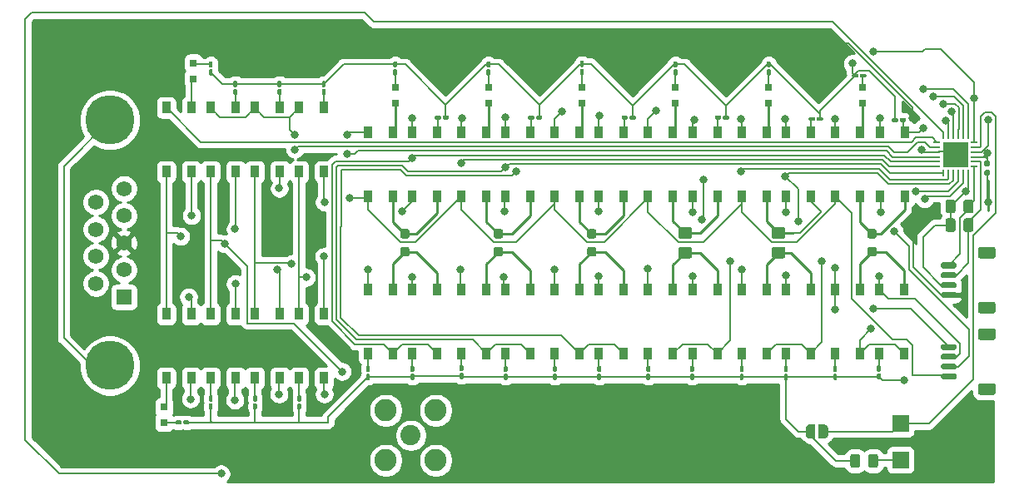
<source format=gtl>
G04 #@! TF.GenerationSoftware,KiCad,Pcbnew,(5.1.9)-1*
G04 #@! TF.CreationDate,2022-05-17T00:30:17-06:00*
G04 #@! TF.ProjectId,Calibrator_02,43616c69-6272-4617-946f-725f30322e6b,rev?*
G04 #@! TF.SameCoordinates,Original*
G04 #@! TF.FileFunction,Copper,L1,Top*
G04 #@! TF.FilePolarity,Positive*
%FSLAX46Y46*%
G04 Gerber Fmt 4.6, Leading zero omitted, Abs format (unit mm)*
G04 Created by KiCad (PCBNEW (5.1.9)-1) date 2022-05-17 00:30:17*
%MOMM*%
%LPD*%
G01*
G04 APERTURE LIST*
G04 #@! TA.AperFunction,ComponentPad*
%ADD10R,1.700000X1.700000*%
G04 #@! TD*
G04 #@! TA.AperFunction,SMDPad,CuDef*
%ADD11C,0.100000*%
G04 #@! TD*
G04 #@! TA.AperFunction,ComponentPad*
%ADD12C,2.250000*%
G04 #@! TD*
G04 #@! TA.AperFunction,ComponentPad*
%ADD13C,2.050000*%
G04 #@! TD*
G04 #@! TA.AperFunction,SMDPad,CuDef*
%ADD14R,0.900000X1.199000*%
G04 #@! TD*
G04 #@! TA.AperFunction,SMDPad,CuDef*
%ADD15R,0.280000X0.665000*%
G04 #@! TD*
G04 #@! TA.AperFunction,SMDPad,CuDef*
%ADD16R,0.665000X0.280000*%
G04 #@! TD*
G04 #@! TA.AperFunction,SMDPad,CuDef*
%ADD17R,2.650000X2.650000*%
G04 #@! TD*
G04 #@! TA.AperFunction,ComponentPad*
%ADD18C,5.000000*%
G04 #@! TD*
G04 #@! TA.AperFunction,ComponentPad*
%ADD19C,1.575000*%
G04 #@! TD*
G04 #@! TA.AperFunction,ComponentPad*
%ADD20R,1.575000X1.575000*%
G04 #@! TD*
G04 #@! TA.AperFunction,SMDPad,CuDef*
%ADD21R,0.800000X0.800000*%
G04 #@! TD*
G04 #@! TA.AperFunction,ViaPad*
%ADD22C,0.800000*%
G04 #@! TD*
G04 #@! TA.AperFunction,Conductor*
%ADD23C,0.200000*%
G04 #@! TD*
G04 #@! TA.AperFunction,Conductor*
%ADD24C,0.250000*%
G04 #@! TD*
G04 #@! TA.AperFunction,Conductor*
%ADD25C,0.254000*%
G04 #@! TD*
G04 #@! TA.AperFunction,Conductor*
%ADD26C,0.100000*%
G04 #@! TD*
G04 APERTURE END LIST*
G04 #@! TA.AperFunction,SMDPad,CuDef*
G36*
G01*
X78100000Y-13290000D02*
X78300000Y-13290000D01*
G75*
G02*
X78400000Y-13390000I0J-100000D01*
G01*
X78400000Y-13825000D01*
G75*
G02*
X78300000Y-13925000I-100000J0D01*
G01*
X78100000Y-13925000D01*
G75*
G02*
X78000000Y-13825000I0J100000D01*
G01*
X78000000Y-13390000D01*
G75*
G02*
X78100000Y-13290000I100000J0D01*
G01*
G37*
G04 #@! TD.AperFunction*
G04 #@! TA.AperFunction,SMDPad,CuDef*
G36*
G01*
X78100000Y-12475000D02*
X78300000Y-12475000D01*
G75*
G02*
X78400000Y-12575000I0J-100000D01*
G01*
X78400000Y-13010000D01*
G75*
G02*
X78300000Y-13110000I-100000J0D01*
G01*
X78100000Y-13110000D01*
G75*
G02*
X78000000Y-13010000I0J100000D01*
G01*
X78000000Y-12575000D01*
G75*
G02*
X78100000Y-12475000I100000J0D01*
G01*
G37*
G04 #@! TD.AperFunction*
G04 #@! TA.AperFunction,SMDPad,CuDef*
G36*
G01*
X73650000Y-13340000D02*
X73850000Y-13340000D01*
G75*
G02*
X73950000Y-13440000I0J-100000D01*
G01*
X73950000Y-13875000D01*
G75*
G02*
X73850000Y-13975000I-100000J0D01*
G01*
X73650000Y-13975000D01*
G75*
G02*
X73550000Y-13875000I0J100000D01*
G01*
X73550000Y-13440000D01*
G75*
G02*
X73650000Y-13340000I100000J0D01*
G01*
G37*
G04 #@! TD.AperFunction*
G04 #@! TA.AperFunction,SMDPad,CuDef*
G36*
G01*
X73650000Y-12525000D02*
X73850000Y-12525000D01*
G75*
G02*
X73950000Y-12625000I0J-100000D01*
G01*
X73950000Y-13060000D01*
G75*
G02*
X73850000Y-13160000I-100000J0D01*
G01*
X73650000Y-13160000D01*
G75*
G02*
X73550000Y-13060000I0J100000D01*
G01*
X73550000Y-12625000D01*
G75*
G02*
X73650000Y-12525000I100000J0D01*
G01*
G37*
G04 #@! TD.AperFunction*
G04 #@! TA.AperFunction,SMDPad,CuDef*
G36*
G01*
X68650000Y-13340000D02*
X68850000Y-13340000D01*
G75*
G02*
X68950000Y-13440000I0J-100000D01*
G01*
X68950000Y-13875000D01*
G75*
G02*
X68850000Y-13975000I-100000J0D01*
G01*
X68650000Y-13975000D01*
G75*
G02*
X68550000Y-13875000I0J100000D01*
G01*
X68550000Y-13440000D01*
G75*
G02*
X68650000Y-13340000I100000J0D01*
G01*
G37*
G04 #@! TD.AperFunction*
G04 #@! TA.AperFunction,SMDPad,CuDef*
G36*
G01*
X68650000Y-12525000D02*
X68850000Y-12525000D01*
G75*
G02*
X68950000Y-12625000I0J-100000D01*
G01*
X68950000Y-13060000D01*
G75*
G02*
X68850000Y-13160000I-100000J0D01*
G01*
X68650000Y-13160000D01*
G75*
G02*
X68550000Y-13060000I0J100000D01*
G01*
X68550000Y-12625000D01*
G75*
G02*
X68650000Y-12525000I100000J0D01*
G01*
G37*
G04 #@! TD.AperFunction*
G04 #@! TA.AperFunction,SMDPad,CuDef*
G36*
G01*
X64150000Y-13340000D02*
X64350000Y-13340000D01*
G75*
G02*
X64450000Y-13440000I0J-100000D01*
G01*
X64450000Y-13875000D01*
G75*
G02*
X64350000Y-13975000I-100000J0D01*
G01*
X64150000Y-13975000D01*
G75*
G02*
X64050000Y-13875000I0J100000D01*
G01*
X64050000Y-13440000D01*
G75*
G02*
X64150000Y-13340000I100000J0D01*
G01*
G37*
G04 #@! TD.AperFunction*
G04 #@! TA.AperFunction,SMDPad,CuDef*
G36*
G01*
X64150000Y-12525000D02*
X64350000Y-12525000D01*
G75*
G02*
X64450000Y-12625000I0J-100000D01*
G01*
X64450000Y-13060000D01*
G75*
G02*
X64350000Y-13160000I-100000J0D01*
G01*
X64150000Y-13160000D01*
G75*
G02*
X64050000Y-13060000I0J100000D01*
G01*
X64050000Y-12625000D01*
G75*
G02*
X64150000Y-12525000I100000J0D01*
G01*
G37*
G04 #@! TD.AperFunction*
G04 #@! TA.AperFunction,SMDPad,CuDef*
G36*
G01*
X59100000Y-13340000D02*
X59300000Y-13340000D01*
G75*
G02*
X59400000Y-13440000I0J-100000D01*
G01*
X59400000Y-13875000D01*
G75*
G02*
X59300000Y-13975000I-100000J0D01*
G01*
X59100000Y-13975000D01*
G75*
G02*
X59000000Y-13875000I0J100000D01*
G01*
X59000000Y-13440000D01*
G75*
G02*
X59100000Y-13340000I100000J0D01*
G01*
G37*
G04 #@! TD.AperFunction*
G04 #@! TA.AperFunction,SMDPad,CuDef*
G36*
G01*
X59100000Y-12525000D02*
X59300000Y-12525000D01*
G75*
G02*
X59400000Y-12625000I0J-100000D01*
G01*
X59400000Y-13060000D01*
G75*
G02*
X59300000Y-13160000I-100000J0D01*
G01*
X59100000Y-13160000D01*
G75*
G02*
X59000000Y-13060000I0J100000D01*
G01*
X59000000Y-12625000D01*
G75*
G02*
X59100000Y-12525000I100000J0D01*
G01*
G37*
G04 #@! TD.AperFunction*
G04 #@! TA.AperFunction,SMDPad,CuDef*
G36*
G01*
X54650000Y-13340000D02*
X54850000Y-13340000D01*
G75*
G02*
X54950000Y-13440000I0J-100000D01*
G01*
X54950000Y-13875000D01*
G75*
G02*
X54850000Y-13975000I-100000J0D01*
G01*
X54650000Y-13975000D01*
G75*
G02*
X54550000Y-13875000I0J100000D01*
G01*
X54550000Y-13440000D01*
G75*
G02*
X54650000Y-13340000I100000J0D01*
G01*
G37*
G04 #@! TD.AperFunction*
G04 #@! TA.AperFunction,SMDPad,CuDef*
G36*
G01*
X54650000Y-12525000D02*
X54850000Y-12525000D01*
G75*
G02*
X54950000Y-12625000I0J-100000D01*
G01*
X54950000Y-13060000D01*
G75*
G02*
X54850000Y-13160000I-100000J0D01*
G01*
X54650000Y-13160000D01*
G75*
G02*
X54550000Y-13060000I0J100000D01*
G01*
X54550000Y-12625000D01*
G75*
G02*
X54650000Y-12525000I100000J0D01*
G01*
G37*
G04 #@! TD.AperFunction*
G04 #@! TA.AperFunction,SMDPad,CuDef*
G36*
G01*
X49650000Y-13340000D02*
X49850000Y-13340000D01*
G75*
G02*
X49950000Y-13440000I0J-100000D01*
G01*
X49950000Y-13875000D01*
G75*
G02*
X49850000Y-13975000I-100000J0D01*
G01*
X49650000Y-13975000D01*
G75*
G02*
X49550000Y-13875000I0J100000D01*
G01*
X49550000Y-13440000D01*
G75*
G02*
X49650000Y-13340000I100000J0D01*
G01*
G37*
G04 #@! TD.AperFunction*
G04 #@! TA.AperFunction,SMDPad,CuDef*
G36*
G01*
X49650000Y-12525000D02*
X49850000Y-12525000D01*
G75*
G02*
X49950000Y-12625000I0J-100000D01*
G01*
X49950000Y-13060000D01*
G75*
G02*
X49850000Y-13160000I-100000J0D01*
G01*
X49650000Y-13160000D01*
G75*
G02*
X49550000Y-13060000I0J100000D01*
G01*
X49550000Y-12625000D01*
G75*
G02*
X49650000Y-12525000I100000J0D01*
G01*
G37*
G04 #@! TD.AperFunction*
G04 #@! TA.AperFunction,SMDPad,CuDef*
G36*
G01*
X45150000Y-13340000D02*
X45350000Y-13340000D01*
G75*
G02*
X45450000Y-13440000I0J-100000D01*
G01*
X45450000Y-13875000D01*
G75*
G02*
X45350000Y-13975000I-100000J0D01*
G01*
X45150000Y-13975000D01*
G75*
G02*
X45050000Y-13875000I0J100000D01*
G01*
X45050000Y-13440000D01*
G75*
G02*
X45150000Y-13340000I100000J0D01*
G01*
G37*
G04 #@! TD.AperFunction*
G04 #@! TA.AperFunction,SMDPad,CuDef*
G36*
G01*
X45150000Y-12525000D02*
X45350000Y-12525000D01*
G75*
G02*
X45450000Y-12625000I0J-100000D01*
G01*
X45450000Y-13060000D01*
G75*
G02*
X45350000Y-13160000I-100000J0D01*
G01*
X45150000Y-13160000D01*
G75*
G02*
X45050000Y-13060000I0J100000D01*
G01*
X45050000Y-12625000D01*
G75*
G02*
X45150000Y-12525000I100000J0D01*
G01*
G37*
G04 #@! TD.AperFunction*
G04 #@! TA.AperFunction,SMDPad,CuDef*
G36*
G01*
X40150000Y-13340000D02*
X40350000Y-13340000D01*
G75*
G02*
X40450000Y-13440000I0J-100000D01*
G01*
X40450000Y-13875000D01*
G75*
G02*
X40350000Y-13975000I-100000J0D01*
G01*
X40150000Y-13975000D01*
G75*
G02*
X40050000Y-13875000I0J100000D01*
G01*
X40050000Y-13440000D01*
G75*
G02*
X40150000Y-13340000I100000J0D01*
G01*
G37*
G04 #@! TD.AperFunction*
G04 #@! TA.AperFunction,SMDPad,CuDef*
G36*
G01*
X40150000Y-12525000D02*
X40350000Y-12525000D01*
G75*
G02*
X40450000Y-12625000I0J-100000D01*
G01*
X40450000Y-13060000D01*
G75*
G02*
X40350000Y-13160000I-100000J0D01*
G01*
X40150000Y-13160000D01*
G75*
G02*
X40050000Y-13060000I0J100000D01*
G01*
X40050000Y-12625000D01*
G75*
G02*
X40150000Y-12525000I100000J0D01*
G01*
G37*
G04 #@! TD.AperFunction*
G04 #@! TA.AperFunction,SMDPad,CuDef*
G36*
G01*
X35650000Y-13247500D02*
X35850000Y-13247500D01*
G75*
G02*
X35950000Y-13347500I0J-100000D01*
G01*
X35950000Y-13782500D01*
G75*
G02*
X35850000Y-13882500I-100000J0D01*
G01*
X35650000Y-13882500D01*
G75*
G02*
X35550000Y-13782500I0J100000D01*
G01*
X35550000Y-13347500D01*
G75*
G02*
X35650000Y-13247500I100000J0D01*
G01*
G37*
G04 #@! TD.AperFunction*
G04 #@! TA.AperFunction,SMDPad,CuDef*
G36*
G01*
X35650000Y-12432500D02*
X35850000Y-12432500D01*
G75*
G02*
X35950000Y-12532500I0J-100000D01*
G01*
X35950000Y-12967500D01*
G75*
G02*
X35850000Y-13067500I-100000J0D01*
G01*
X35650000Y-13067500D01*
G75*
G02*
X35550000Y-12967500I0J100000D01*
G01*
X35550000Y-12532500D01*
G75*
G02*
X35650000Y-12432500I100000J0D01*
G01*
G37*
G04 #@! TD.AperFunction*
G04 #@! TA.AperFunction,SMDPad,CuDef*
G36*
G01*
X30650000Y-13340000D02*
X30850000Y-13340000D01*
G75*
G02*
X30950000Y-13440000I0J-100000D01*
G01*
X30950000Y-13875000D01*
G75*
G02*
X30850000Y-13975000I-100000J0D01*
G01*
X30650000Y-13975000D01*
G75*
G02*
X30550000Y-13875000I0J100000D01*
G01*
X30550000Y-13440000D01*
G75*
G02*
X30650000Y-13340000I100000J0D01*
G01*
G37*
G04 #@! TD.AperFunction*
G04 #@! TA.AperFunction,SMDPad,CuDef*
G36*
G01*
X30650000Y-12525000D02*
X30850000Y-12525000D01*
G75*
G02*
X30950000Y-12625000I0J-100000D01*
G01*
X30950000Y-13060000D01*
G75*
G02*
X30850000Y-13160000I-100000J0D01*
G01*
X30650000Y-13160000D01*
G75*
G02*
X30550000Y-13060000I0J100000D01*
G01*
X30550000Y-12625000D01*
G75*
G02*
X30650000Y-12525000I100000J0D01*
G01*
G37*
G04 #@! TD.AperFunction*
G04 #@! TA.AperFunction,SMDPad,CuDef*
G36*
G01*
X26150000Y-13340000D02*
X26350000Y-13340000D01*
G75*
G02*
X26450000Y-13440000I0J-100000D01*
G01*
X26450000Y-13875000D01*
G75*
G02*
X26350000Y-13975000I-100000J0D01*
G01*
X26150000Y-13975000D01*
G75*
G02*
X26050000Y-13875000I0J100000D01*
G01*
X26050000Y-13440000D01*
G75*
G02*
X26150000Y-13340000I100000J0D01*
G01*
G37*
G04 #@! TD.AperFunction*
G04 #@! TA.AperFunction,SMDPad,CuDef*
G36*
G01*
X26150000Y-12525000D02*
X26350000Y-12525000D01*
G75*
G02*
X26450000Y-12625000I0J-100000D01*
G01*
X26450000Y-13060000D01*
G75*
G02*
X26350000Y-13160000I-100000J0D01*
G01*
X26150000Y-13160000D01*
G75*
G02*
X26050000Y-13060000I0J100000D01*
G01*
X26050000Y-12625000D01*
G75*
G02*
X26150000Y-12525000I100000J0D01*
G01*
G37*
G04 #@! TD.AperFunction*
G04 #@! TA.AperFunction,SMDPad,CuDef*
G36*
G01*
X80340000Y12400000D02*
X80340000Y12600000D01*
G75*
G02*
X80440000Y12700000I100000J0D01*
G01*
X80875000Y12700000D01*
G75*
G02*
X80975000Y12600000I0J-100000D01*
G01*
X80975000Y12400000D01*
G75*
G02*
X80875000Y12300000I-100000J0D01*
G01*
X80440000Y12300000D01*
G75*
G02*
X80340000Y12400000I0J100000D01*
G01*
G37*
G04 #@! TD.AperFunction*
G04 #@! TA.AperFunction,SMDPad,CuDef*
G36*
G01*
X79525000Y12400000D02*
X79525000Y12600000D01*
G75*
G02*
X79625000Y12700000I100000J0D01*
G01*
X80060000Y12700000D01*
G75*
G02*
X80160000Y12600000I0J-100000D01*
G01*
X80160000Y12400000D01*
G75*
G02*
X80060000Y12300000I-100000J0D01*
G01*
X79625000Y12300000D01*
G75*
G02*
X79525000Y12400000I0J100000D01*
G01*
G37*
G04 #@! TD.AperFunction*
G04 #@! TA.AperFunction,SMDPad,CuDef*
G36*
G01*
X71702500Y12700000D02*
X71702500Y12500000D01*
G75*
G02*
X71602500Y12400000I-100000J0D01*
G01*
X71167500Y12400000D01*
G75*
G02*
X71067500Y12500000I0J100000D01*
G01*
X71067500Y12700000D01*
G75*
G02*
X71167500Y12800000I100000J0D01*
G01*
X71602500Y12800000D01*
G75*
G02*
X71702500Y12700000I0J-100000D01*
G01*
G37*
G04 #@! TD.AperFunction*
G04 #@! TA.AperFunction,SMDPad,CuDef*
G36*
G01*
X72517500Y12700000D02*
X72517500Y12500000D01*
G75*
G02*
X72417500Y12400000I-100000J0D01*
G01*
X71982500Y12400000D01*
G75*
G02*
X71882500Y12500000I0J100000D01*
G01*
X71882500Y12700000D01*
G75*
G02*
X71982500Y12800000I100000J0D01*
G01*
X72417500Y12800000D01*
G75*
G02*
X72517500Y12700000I0J-100000D01*
G01*
G37*
G04 #@! TD.AperFunction*
G04 #@! TA.AperFunction,SMDPad,CuDef*
G36*
G01*
X62160000Y12850000D02*
X62160000Y12650000D01*
G75*
G02*
X62060000Y12550000I-100000J0D01*
G01*
X61625000Y12550000D01*
G75*
G02*
X61525000Y12650000I0J100000D01*
G01*
X61525000Y12850000D01*
G75*
G02*
X61625000Y12950000I100000J0D01*
G01*
X62060000Y12950000D01*
G75*
G02*
X62160000Y12850000I0J-100000D01*
G01*
G37*
G04 #@! TD.AperFunction*
G04 #@! TA.AperFunction,SMDPad,CuDef*
G36*
G01*
X62975000Y12850000D02*
X62975000Y12650000D01*
G75*
G02*
X62875000Y12550000I-100000J0D01*
G01*
X62440000Y12550000D01*
G75*
G02*
X62340000Y12650000I0J100000D01*
G01*
X62340000Y12850000D01*
G75*
G02*
X62440000Y12950000I100000J0D01*
G01*
X62875000Y12950000D01*
G75*
G02*
X62975000Y12850000I0J-100000D01*
G01*
G37*
G04 #@! TD.AperFunction*
G04 #@! TA.AperFunction,SMDPad,CuDef*
G36*
G01*
X52660000Y12850000D02*
X52660000Y12650000D01*
G75*
G02*
X52560000Y12550000I-100000J0D01*
G01*
X52125000Y12550000D01*
G75*
G02*
X52025000Y12650000I0J100000D01*
G01*
X52025000Y12850000D01*
G75*
G02*
X52125000Y12950000I100000J0D01*
G01*
X52560000Y12950000D01*
G75*
G02*
X52660000Y12850000I0J-100000D01*
G01*
G37*
G04 #@! TD.AperFunction*
G04 #@! TA.AperFunction,SMDPad,CuDef*
G36*
G01*
X53475000Y12850000D02*
X53475000Y12650000D01*
G75*
G02*
X53375000Y12550000I-100000J0D01*
G01*
X52940000Y12550000D01*
G75*
G02*
X52840000Y12650000I0J100000D01*
G01*
X52840000Y12850000D01*
G75*
G02*
X52940000Y12950000I100000J0D01*
G01*
X53375000Y12950000D01*
G75*
G02*
X53475000Y12850000I0J-100000D01*
G01*
G37*
G04 #@! TD.AperFunction*
G04 #@! TA.AperFunction,SMDPad,CuDef*
G36*
G01*
X43160000Y12850000D02*
X43160000Y12650000D01*
G75*
G02*
X43060000Y12550000I-100000J0D01*
G01*
X42625000Y12550000D01*
G75*
G02*
X42525000Y12650000I0J100000D01*
G01*
X42525000Y12850000D01*
G75*
G02*
X42625000Y12950000I100000J0D01*
G01*
X43060000Y12950000D01*
G75*
G02*
X43160000Y12850000I0J-100000D01*
G01*
G37*
G04 #@! TD.AperFunction*
G04 #@! TA.AperFunction,SMDPad,CuDef*
G36*
G01*
X43975000Y12850000D02*
X43975000Y12650000D01*
G75*
G02*
X43875000Y12550000I-100000J0D01*
G01*
X43440000Y12550000D01*
G75*
G02*
X43340000Y12650000I0J100000D01*
G01*
X43340000Y12850000D01*
G75*
G02*
X43440000Y12950000I100000J0D01*
G01*
X43875000Y12950000D01*
G75*
G02*
X43975000Y12850000I0J-100000D01*
G01*
G37*
G04 #@! TD.AperFunction*
G04 #@! TA.AperFunction,SMDPad,CuDef*
G36*
G01*
X33660000Y12850000D02*
X33660000Y12650000D01*
G75*
G02*
X33560000Y12550000I-100000J0D01*
G01*
X33125000Y12550000D01*
G75*
G02*
X33025000Y12650000I0J100000D01*
G01*
X33025000Y12850000D01*
G75*
G02*
X33125000Y12950000I100000J0D01*
G01*
X33560000Y12950000D01*
G75*
G02*
X33660000Y12850000I0J-100000D01*
G01*
G37*
G04 #@! TD.AperFunction*
G04 #@! TA.AperFunction,SMDPad,CuDef*
G36*
G01*
X34475000Y12850000D02*
X34475000Y12650000D01*
G75*
G02*
X34375000Y12550000I-100000J0D01*
G01*
X33940000Y12550000D01*
G75*
G02*
X33840000Y12650000I0J100000D01*
G01*
X33840000Y12850000D01*
G75*
G02*
X33940000Y12950000I100000J0D01*
G01*
X34375000Y12950000D01*
G75*
G02*
X34475000Y12850000I0J-100000D01*
G01*
G37*
G04 #@! TD.AperFunction*
G04 #@! TA.AperFunction,SMDPad,CuDef*
G36*
G01*
X76290000Y16900000D02*
X76290000Y17100000D01*
G75*
G02*
X76390000Y17200000I100000J0D01*
G01*
X76825000Y17200000D01*
G75*
G02*
X76925000Y17100000I0J-100000D01*
G01*
X76925000Y16900000D01*
G75*
G02*
X76825000Y16800000I-100000J0D01*
G01*
X76390000Y16800000D01*
G75*
G02*
X76290000Y16900000I0J100000D01*
G01*
G37*
G04 #@! TD.AperFunction*
G04 #@! TA.AperFunction,SMDPad,CuDef*
G36*
G01*
X75475000Y16900000D02*
X75475000Y17100000D01*
G75*
G02*
X75575000Y17200000I100000J0D01*
G01*
X76010000Y17200000D01*
G75*
G02*
X76110000Y17100000I0J-100000D01*
G01*
X76110000Y16900000D01*
G75*
G02*
X76010000Y16800000I-100000J0D01*
G01*
X75575000Y16800000D01*
G75*
G02*
X75475000Y16900000I0J100000D01*
G01*
G37*
G04 #@! TD.AperFunction*
G04 #@! TA.AperFunction,SMDPad,CuDef*
G36*
G01*
X66900000Y17660000D02*
X67100000Y17660000D01*
G75*
G02*
X67200000Y17560000I0J-100000D01*
G01*
X67200000Y17125000D01*
G75*
G02*
X67100000Y17025000I-100000J0D01*
G01*
X66900000Y17025000D01*
G75*
G02*
X66800000Y17125000I0J100000D01*
G01*
X66800000Y17560000D01*
G75*
G02*
X66900000Y17660000I100000J0D01*
G01*
G37*
G04 #@! TD.AperFunction*
G04 #@! TA.AperFunction,SMDPad,CuDef*
G36*
G01*
X66900000Y18475000D02*
X67100000Y18475000D01*
G75*
G02*
X67200000Y18375000I0J-100000D01*
G01*
X67200000Y17940000D01*
G75*
G02*
X67100000Y17840000I-100000J0D01*
G01*
X66900000Y17840000D01*
G75*
G02*
X66800000Y17940000I0J100000D01*
G01*
X66800000Y18375000D01*
G75*
G02*
X66900000Y18475000I100000J0D01*
G01*
G37*
G04 #@! TD.AperFunction*
G04 #@! TA.AperFunction,SMDPad,CuDef*
G36*
G01*
X57400000Y17660000D02*
X57600000Y17660000D01*
G75*
G02*
X57700000Y17560000I0J-100000D01*
G01*
X57700000Y17125000D01*
G75*
G02*
X57600000Y17025000I-100000J0D01*
G01*
X57400000Y17025000D01*
G75*
G02*
X57300000Y17125000I0J100000D01*
G01*
X57300000Y17560000D01*
G75*
G02*
X57400000Y17660000I100000J0D01*
G01*
G37*
G04 #@! TD.AperFunction*
G04 #@! TA.AperFunction,SMDPad,CuDef*
G36*
G01*
X57400000Y18475000D02*
X57600000Y18475000D01*
G75*
G02*
X57700000Y18375000I0J-100000D01*
G01*
X57700000Y17940000D01*
G75*
G02*
X57600000Y17840000I-100000J0D01*
G01*
X57400000Y17840000D01*
G75*
G02*
X57300000Y17940000I0J100000D01*
G01*
X57300000Y18375000D01*
G75*
G02*
X57400000Y18475000I100000J0D01*
G01*
G37*
G04 #@! TD.AperFunction*
G04 #@! TA.AperFunction,SMDPad,CuDef*
G36*
G01*
X47900000Y17710000D02*
X48100000Y17710000D01*
G75*
G02*
X48200000Y17610000I0J-100000D01*
G01*
X48200000Y17175000D01*
G75*
G02*
X48100000Y17075000I-100000J0D01*
G01*
X47900000Y17075000D01*
G75*
G02*
X47800000Y17175000I0J100000D01*
G01*
X47800000Y17610000D01*
G75*
G02*
X47900000Y17710000I100000J0D01*
G01*
G37*
G04 #@! TD.AperFunction*
G04 #@! TA.AperFunction,SMDPad,CuDef*
G36*
G01*
X47900000Y18525000D02*
X48100000Y18525000D01*
G75*
G02*
X48200000Y18425000I0J-100000D01*
G01*
X48200000Y17990000D01*
G75*
G02*
X48100000Y17890000I-100000J0D01*
G01*
X47900000Y17890000D01*
G75*
G02*
X47800000Y17990000I0J100000D01*
G01*
X47800000Y18425000D01*
G75*
G02*
X47900000Y18525000I100000J0D01*
G01*
G37*
G04 #@! TD.AperFunction*
G04 #@! TA.AperFunction,SMDPad,CuDef*
G36*
G01*
X38400000Y17660000D02*
X38600000Y17660000D01*
G75*
G02*
X38700000Y17560000I0J-100000D01*
G01*
X38700000Y17125000D01*
G75*
G02*
X38600000Y17025000I-100000J0D01*
G01*
X38400000Y17025000D01*
G75*
G02*
X38300000Y17125000I0J100000D01*
G01*
X38300000Y17560000D01*
G75*
G02*
X38400000Y17660000I100000J0D01*
G01*
G37*
G04 #@! TD.AperFunction*
G04 #@! TA.AperFunction,SMDPad,CuDef*
G36*
G01*
X38400000Y18475000D02*
X38600000Y18475000D01*
G75*
G02*
X38700000Y18375000I0J-100000D01*
G01*
X38700000Y17940000D01*
G75*
G02*
X38600000Y17840000I-100000J0D01*
G01*
X38400000Y17840000D01*
G75*
G02*
X38300000Y17940000I0J100000D01*
G01*
X38300000Y18375000D01*
G75*
G02*
X38400000Y18475000I100000J0D01*
G01*
G37*
G04 #@! TD.AperFunction*
G04 #@! TA.AperFunction,SMDPad,CuDef*
G36*
G01*
X28900000Y17660000D02*
X29100000Y17660000D01*
G75*
G02*
X29200000Y17560000I0J-100000D01*
G01*
X29200000Y17125000D01*
G75*
G02*
X29100000Y17025000I-100000J0D01*
G01*
X28900000Y17025000D01*
G75*
G02*
X28800000Y17125000I0J100000D01*
G01*
X28800000Y17560000D01*
G75*
G02*
X28900000Y17660000I100000J0D01*
G01*
G37*
G04 #@! TD.AperFunction*
G04 #@! TA.AperFunction,SMDPad,CuDef*
G36*
G01*
X28900000Y18475000D02*
X29100000Y18475000D01*
G75*
G02*
X29200000Y18375000I0J-100000D01*
G01*
X29200000Y17940000D01*
G75*
G02*
X29100000Y17840000I-100000J0D01*
G01*
X28900000Y17840000D01*
G75*
G02*
X28800000Y17940000I0J100000D01*
G01*
X28800000Y18375000D01*
G75*
G02*
X28900000Y18475000I100000J0D01*
G01*
G37*
G04 #@! TD.AperFunction*
G04 #@! TA.AperFunction,SMDPad,CuDef*
G36*
G01*
X10150000Y17660000D02*
X10350000Y17660000D01*
G75*
G02*
X10450000Y17560000I0J-100000D01*
G01*
X10450000Y17125000D01*
G75*
G02*
X10350000Y17025000I-100000J0D01*
G01*
X10150000Y17025000D01*
G75*
G02*
X10050000Y17125000I0J100000D01*
G01*
X10050000Y17560000D01*
G75*
G02*
X10150000Y17660000I100000J0D01*
G01*
G37*
G04 #@! TD.AperFunction*
G04 #@! TA.AperFunction,SMDPad,CuDef*
G36*
G01*
X10150000Y18475000D02*
X10350000Y18475000D01*
G75*
G02*
X10450000Y18375000I0J-100000D01*
G01*
X10450000Y17940000D01*
G75*
G02*
X10350000Y17840000I-100000J0D01*
G01*
X10150000Y17840000D01*
G75*
G02*
X10050000Y17940000I0J100000D01*
G01*
X10050000Y18375000D01*
G75*
G02*
X10150000Y18475000I100000J0D01*
G01*
G37*
G04 #@! TD.AperFunction*
G04 #@! TA.AperFunction,SMDPad,CuDef*
G36*
G01*
X17350000Y15840000D02*
X17150000Y15840000D01*
G75*
G02*
X17050000Y15940000I0J100000D01*
G01*
X17050000Y16375000D01*
G75*
G02*
X17150000Y16475000I100000J0D01*
G01*
X17350000Y16475000D01*
G75*
G02*
X17450000Y16375000I0J-100000D01*
G01*
X17450000Y15940000D01*
G75*
G02*
X17350000Y15840000I-100000J0D01*
G01*
G37*
G04 #@! TD.AperFunction*
G04 #@! TA.AperFunction,SMDPad,CuDef*
G36*
G01*
X17350000Y15025000D02*
X17150000Y15025000D01*
G75*
G02*
X17050000Y15125000I0J100000D01*
G01*
X17050000Y15560000D01*
G75*
G02*
X17150000Y15660000I100000J0D01*
G01*
X17350000Y15660000D01*
G75*
G02*
X17450000Y15560000I0J-100000D01*
G01*
X17450000Y15125000D01*
G75*
G02*
X17350000Y15025000I-100000J0D01*
G01*
G37*
G04 #@! TD.AperFunction*
G04 #@! TA.AperFunction,SMDPad,CuDef*
G36*
G01*
X12850000Y15840000D02*
X12650000Y15840000D01*
G75*
G02*
X12550000Y15940000I0J100000D01*
G01*
X12550000Y16375000D01*
G75*
G02*
X12650000Y16475000I100000J0D01*
G01*
X12850000Y16475000D01*
G75*
G02*
X12950000Y16375000I0J-100000D01*
G01*
X12950000Y15940000D01*
G75*
G02*
X12850000Y15840000I-100000J0D01*
G01*
G37*
G04 #@! TD.AperFunction*
G04 #@! TA.AperFunction,SMDPad,CuDef*
G36*
G01*
X12850000Y15025000D02*
X12650000Y15025000D01*
G75*
G02*
X12550000Y15125000I0J100000D01*
G01*
X12550000Y15560000D01*
G75*
G02*
X12650000Y15660000I100000J0D01*
G01*
X12850000Y15660000D01*
G75*
G02*
X12950000Y15560000I0J-100000D01*
G01*
X12950000Y15125000D01*
G75*
G02*
X12850000Y15025000I-100000J0D01*
G01*
G37*
G04 #@! TD.AperFunction*
G04 #@! TA.AperFunction,SMDPad,CuDef*
G36*
G01*
X21850000Y15840000D02*
X21650000Y15840000D01*
G75*
G02*
X21550000Y15940000I0J100000D01*
G01*
X21550000Y16375000D01*
G75*
G02*
X21650000Y16475000I100000J0D01*
G01*
X21850000Y16475000D01*
G75*
G02*
X21950000Y16375000I0J-100000D01*
G01*
X21950000Y15940000D01*
G75*
G02*
X21850000Y15840000I-100000J0D01*
G01*
G37*
G04 #@! TD.AperFunction*
G04 #@! TA.AperFunction,SMDPad,CuDef*
G36*
G01*
X21850000Y15025000D02*
X21650000Y15025000D01*
G75*
G02*
X21550000Y15125000I0J100000D01*
G01*
X21550000Y15560000D01*
G75*
G02*
X21650000Y15660000I100000J0D01*
G01*
X21850000Y15660000D01*
G75*
G02*
X21950000Y15560000I0J-100000D01*
G01*
X21950000Y15125000D01*
G75*
G02*
X21850000Y15025000I-100000J0D01*
G01*
G37*
G04 #@! TD.AperFunction*
G04 #@! TA.AperFunction,SMDPad,CuDef*
G36*
G01*
X10350000Y-16160000D02*
X10150000Y-16160000D01*
G75*
G02*
X10050000Y-16060000I0J100000D01*
G01*
X10050000Y-15625000D01*
G75*
G02*
X10150000Y-15525000I100000J0D01*
G01*
X10350000Y-15525000D01*
G75*
G02*
X10450000Y-15625000I0J-100000D01*
G01*
X10450000Y-16060000D01*
G75*
G02*
X10350000Y-16160000I-100000J0D01*
G01*
G37*
G04 #@! TD.AperFunction*
G04 #@! TA.AperFunction,SMDPad,CuDef*
G36*
G01*
X10350000Y-16975000D02*
X10150000Y-16975000D01*
G75*
G02*
X10050000Y-16875000I0J100000D01*
G01*
X10050000Y-16440000D01*
G75*
G02*
X10150000Y-16340000I100000J0D01*
G01*
X10350000Y-16340000D01*
G75*
G02*
X10450000Y-16440000I0J-100000D01*
G01*
X10450000Y-16875000D01*
G75*
G02*
X10350000Y-16975000I-100000J0D01*
G01*
G37*
G04 #@! TD.AperFunction*
G04 #@! TA.AperFunction,SMDPad,CuDef*
G36*
G01*
X14850000Y-16160000D02*
X14650000Y-16160000D01*
G75*
G02*
X14550000Y-16060000I0J100000D01*
G01*
X14550000Y-15625000D01*
G75*
G02*
X14650000Y-15525000I100000J0D01*
G01*
X14850000Y-15525000D01*
G75*
G02*
X14950000Y-15625000I0J-100000D01*
G01*
X14950000Y-16060000D01*
G75*
G02*
X14850000Y-16160000I-100000J0D01*
G01*
G37*
G04 #@! TD.AperFunction*
G04 #@! TA.AperFunction,SMDPad,CuDef*
G36*
G01*
X14850000Y-16975000D02*
X14650000Y-16975000D01*
G75*
G02*
X14550000Y-16875000I0J100000D01*
G01*
X14550000Y-16440000D01*
G75*
G02*
X14650000Y-16340000I100000J0D01*
G01*
X14850000Y-16340000D01*
G75*
G02*
X14950000Y-16440000I0J-100000D01*
G01*
X14950000Y-16875000D01*
G75*
G02*
X14850000Y-16975000I-100000J0D01*
G01*
G37*
G04 #@! TD.AperFunction*
G04 #@! TA.AperFunction,SMDPad,CuDef*
G36*
G01*
X19350000Y-16160000D02*
X19150000Y-16160000D01*
G75*
G02*
X19050000Y-16060000I0J100000D01*
G01*
X19050000Y-15625000D01*
G75*
G02*
X19150000Y-15525000I100000J0D01*
G01*
X19350000Y-15525000D01*
G75*
G02*
X19450000Y-15625000I0J-100000D01*
G01*
X19450000Y-16060000D01*
G75*
G02*
X19350000Y-16160000I-100000J0D01*
G01*
G37*
G04 #@! TD.AperFunction*
G04 #@! TA.AperFunction,SMDPad,CuDef*
G36*
G01*
X19350000Y-16975000D02*
X19150000Y-16975000D01*
G75*
G02*
X19050000Y-16875000I0J100000D01*
G01*
X19050000Y-16440000D01*
G75*
G02*
X19150000Y-16340000I100000J0D01*
G01*
X19350000Y-16340000D01*
G75*
G02*
X19450000Y-16440000I0J-100000D01*
G01*
X19450000Y-16875000D01*
G75*
G02*
X19350000Y-16975000I-100000J0D01*
G01*
G37*
G04 #@! TD.AperFunction*
G04 #@! TA.AperFunction,SMDPad,CuDef*
G36*
G01*
X7276000Y-18188000D02*
X7276000Y-18388000D01*
G75*
G02*
X7176000Y-18488000I-100000J0D01*
G01*
X6741000Y-18488000D01*
G75*
G02*
X6641000Y-18388000I0J100000D01*
G01*
X6641000Y-18188000D01*
G75*
G02*
X6741000Y-18088000I100000J0D01*
G01*
X7176000Y-18088000D01*
G75*
G02*
X7276000Y-18188000I0J-100000D01*
G01*
G37*
G04 #@! TD.AperFunction*
G04 #@! TA.AperFunction,SMDPad,CuDef*
G36*
G01*
X8091000Y-18188000D02*
X8091000Y-18388000D01*
G75*
G02*
X7991000Y-18488000I-100000J0D01*
G01*
X7556000Y-18488000D01*
G75*
G02*
X7456000Y-18388000I0J100000D01*
G01*
X7456000Y-18188000D01*
G75*
G02*
X7556000Y-18088000I100000J0D01*
G01*
X7991000Y-18088000D01*
G75*
G02*
X8091000Y-18188000I0J-100000D01*
G01*
G37*
G04 #@! TD.AperFunction*
D10*
X80400000Y-22100000D03*
G04 #@! TA.AperFunction,SMDPad,CuDef*
D11*
G36*
X72550000Y-18450602D02*
G01*
X72574534Y-18450602D01*
X72623365Y-18455412D01*
X72671490Y-18464984D01*
X72718445Y-18479228D01*
X72763778Y-18498005D01*
X72807051Y-18521136D01*
X72847850Y-18548396D01*
X72885779Y-18579524D01*
X72920476Y-18614221D01*
X72951604Y-18652150D01*
X72978864Y-18692949D01*
X73001995Y-18736222D01*
X73020772Y-18781555D01*
X73035016Y-18828510D01*
X73044588Y-18876635D01*
X73049398Y-18925466D01*
X73049398Y-18950000D01*
X73050000Y-18950000D01*
X73050000Y-19450000D01*
X73049398Y-19450000D01*
X73049398Y-19474534D01*
X73044588Y-19523365D01*
X73035016Y-19571490D01*
X73020772Y-19618445D01*
X73001995Y-19663778D01*
X72978864Y-19707051D01*
X72951604Y-19747850D01*
X72920476Y-19785779D01*
X72885779Y-19820476D01*
X72847850Y-19851604D01*
X72807051Y-19878864D01*
X72763778Y-19901995D01*
X72718445Y-19920772D01*
X72671490Y-19935016D01*
X72623365Y-19944588D01*
X72574534Y-19949398D01*
X72550000Y-19949398D01*
X72550000Y-19950000D01*
X72050000Y-19950000D01*
X72050000Y-18450000D01*
X72550000Y-18450000D01*
X72550000Y-18450602D01*
G37*
G04 #@! TD.AperFunction*
G04 #@! TA.AperFunction,SMDPad,CuDef*
G36*
X71750000Y-19950000D02*
G01*
X71250000Y-19950000D01*
X71250000Y-19949398D01*
X71225466Y-19949398D01*
X71176635Y-19944588D01*
X71128510Y-19935016D01*
X71081555Y-19920772D01*
X71036222Y-19901995D01*
X70992949Y-19878864D01*
X70952150Y-19851604D01*
X70914221Y-19820476D01*
X70879524Y-19785779D01*
X70848396Y-19747850D01*
X70821136Y-19707051D01*
X70798005Y-19663778D01*
X70779228Y-19618445D01*
X70764984Y-19571490D01*
X70755412Y-19523365D01*
X70750602Y-19474534D01*
X70750602Y-19450000D01*
X70750000Y-19450000D01*
X70750000Y-18950000D01*
X70750602Y-18950000D01*
X70750602Y-18925466D01*
X70755412Y-18876635D01*
X70764984Y-18828510D01*
X70779228Y-18781555D01*
X70798005Y-18736222D01*
X70821136Y-18692949D01*
X70848396Y-18652150D01*
X70879524Y-18614221D01*
X70914221Y-18579524D01*
X70952150Y-18548396D01*
X70992949Y-18521136D01*
X71036222Y-18498005D01*
X71081555Y-18479228D01*
X71128510Y-18464984D01*
X71176635Y-18455412D01*
X71225466Y-18450602D01*
X71250000Y-18450602D01*
X71250000Y-18450000D01*
X71750000Y-18450000D01*
X71750000Y-19950000D01*
G37*
G04 #@! TD.AperFunction*
D12*
X28060000Y-22140000D03*
X28060000Y-17060000D03*
X33140000Y-17060000D03*
X33140000Y-22140000D03*
D13*
X30600000Y-19600000D03*
D14*
X78230000Y-4750000D03*
X80770000Y-4750000D03*
X80770000Y-11250000D03*
X78230000Y-11250000D03*
X80870000Y4750000D03*
X78330000Y4750000D03*
X78330000Y11250000D03*
X80870000Y11250000D03*
X73730000Y-4750000D03*
X76270000Y-4750000D03*
X76270000Y-11250000D03*
X73730000Y-11250000D03*
X76270000Y4750000D03*
X73730000Y4750000D03*
X73730000Y11250000D03*
X76270000Y11250000D03*
X68730000Y-4750000D03*
X71270000Y-4750000D03*
X71270000Y-11250000D03*
X68730000Y-11250000D03*
X71270000Y4750000D03*
X68730000Y4750000D03*
X68730000Y11250000D03*
X71270000Y11250000D03*
X64230000Y-4750000D03*
X66770000Y-4750000D03*
X66770000Y-11250000D03*
X64230000Y-11250000D03*
X66770000Y4750000D03*
X64230000Y4750000D03*
X64230000Y11250000D03*
X66770000Y11250000D03*
X59230000Y-4750000D03*
X61770000Y-4750000D03*
X61770000Y-11250000D03*
X59230000Y-11250000D03*
X61770000Y4750000D03*
X59230000Y4750000D03*
X59230000Y11250000D03*
X61770000Y11250000D03*
X54730000Y-4750000D03*
X57270000Y-4750000D03*
X57270000Y-11250000D03*
X54730000Y-11250000D03*
X57270000Y4750000D03*
X54730000Y4750000D03*
X54730000Y11250000D03*
X57270000Y11250000D03*
X49730000Y-4750000D03*
X52270000Y-4750000D03*
X52270000Y-11250000D03*
X49730000Y-11250000D03*
X45230000Y-4750000D03*
X47770000Y-4750000D03*
X47770000Y-11250000D03*
X45230000Y-11250000D03*
X40230000Y-4750000D03*
X42770000Y-4750000D03*
X42770000Y-11250000D03*
X40230000Y-11250000D03*
X35730000Y-4750000D03*
X38270000Y-4750000D03*
X38270000Y-11250000D03*
X35730000Y-11250000D03*
X30730000Y-4750000D03*
X33270000Y-4750000D03*
X33270000Y-11250000D03*
X30730000Y-11250000D03*
X26230000Y-4750000D03*
X28770000Y-4750000D03*
X28770000Y-11250000D03*
X26230000Y-11250000D03*
X52270000Y4750000D03*
X49730000Y4750000D03*
X49730000Y11250000D03*
X52270000Y11250000D03*
X47770000Y4750000D03*
X45230000Y4750000D03*
X45230000Y11250000D03*
X47770000Y11250000D03*
X42770000Y4750000D03*
X40230000Y4750000D03*
X40230000Y11250000D03*
X42770000Y11250000D03*
X38270000Y4750000D03*
X35730000Y4750000D03*
X35730000Y11250000D03*
X38270000Y11250000D03*
X33270000Y4750000D03*
X30730000Y4750000D03*
X30730000Y11250000D03*
X33270000Y11250000D03*
X28770000Y4750000D03*
X26230000Y4750000D03*
X26230000Y11250000D03*
X28770000Y11250000D03*
D15*
X87250000Y10908000D03*
X86750000Y10908000D03*
X86250000Y10908000D03*
X85750000Y10908000D03*
X85250000Y10908000D03*
X84750000Y10908000D03*
D16*
X84092000Y10250000D03*
X84092000Y9750000D03*
X84092000Y9250000D03*
X84092000Y8750000D03*
X84092000Y8250000D03*
X84092000Y7750000D03*
D15*
X84750000Y7092000D03*
X85250000Y7092000D03*
X85750000Y7092000D03*
X86250000Y7092000D03*
X86750000Y7092000D03*
X87250000Y7092000D03*
D16*
X87908000Y7750000D03*
X87908000Y8250000D03*
X87908000Y8750000D03*
X87908000Y9250000D03*
X87908000Y9750000D03*
X87908000Y10250000D03*
D17*
X86000000Y9000000D03*
D14*
X17270000Y7250000D03*
X14730000Y7250000D03*
X14730000Y13750000D03*
X17270000Y13750000D03*
X12770000Y7250000D03*
X10230000Y7250000D03*
X10230000Y13750000D03*
X12770000Y13750000D03*
X8270000Y7250000D03*
X5730000Y7250000D03*
X5730000Y13750000D03*
X8270000Y13750000D03*
X21770000Y7250000D03*
X19230000Y7250000D03*
X19230000Y13750000D03*
X21770000Y13750000D03*
X10230000Y-7250000D03*
X12770000Y-7250000D03*
X12770000Y-13750000D03*
X10230000Y-13750000D03*
X5730000Y-7250000D03*
X8270000Y-7250000D03*
X8270000Y-13750000D03*
X5730000Y-13750000D03*
X14730000Y-7250000D03*
X17270000Y-7250000D03*
X17270000Y-13750000D03*
X14730000Y-13750000D03*
X19230000Y-7250000D03*
X21770000Y-7250000D03*
X21770000Y-13750000D03*
X19230000Y-13750000D03*
D18*
X0Y-12500000D03*
D19*
X-1420000Y4140000D03*
X-1420000Y1380000D03*
X-1420000Y-1380000D03*
X-1420000Y-4140000D03*
X1420000Y5520000D03*
X1420000Y2760000D03*
X1420000Y-2760000D03*
D20*
X1420000Y-5520000D03*
D18*
X0Y12500000D03*
D19*
X1420000Y0D03*
D21*
X76497000Y15799000D03*
X76503000Y14201000D03*
X66997000Y15799000D03*
X67003000Y14201000D03*
X57497000Y15799000D03*
X57503000Y14201000D03*
X47997000Y15799000D03*
X48003000Y14201000D03*
X38497000Y15799000D03*
X38503000Y14201000D03*
X28997000Y15799000D03*
X29003000Y14201000D03*
X5503000Y-18299000D03*
X5497000Y-16701000D03*
X8497000Y18299000D03*
X8503000Y16701000D03*
G04 #@! TA.AperFunction,SMDPad,CuDef*
G36*
G01*
X77100000Y-22650002D02*
X77100000Y-21749998D01*
G75*
G02*
X77349998Y-21500000I249998J0D01*
G01*
X77875002Y-21500000D01*
G75*
G02*
X78125000Y-21749998I0J-249998D01*
G01*
X78125000Y-22650002D01*
G75*
G02*
X77875002Y-22900000I-249998J0D01*
G01*
X77349998Y-22900000D01*
G75*
G02*
X77100000Y-22650002I0J249998D01*
G01*
G37*
G04 #@! TD.AperFunction*
G04 #@! TA.AperFunction,SMDPad,CuDef*
G36*
G01*
X75275000Y-22650002D02*
X75275000Y-21749998D01*
G75*
G02*
X75524998Y-21500000I249998J0D01*
G01*
X76050002Y-21500000D01*
G75*
G02*
X76300000Y-21749998I0J-249998D01*
G01*
X76300000Y-22650002D01*
G75*
G02*
X76050002Y-22900000I-249998J0D01*
G01*
X75524998Y-22900000D01*
G75*
G02*
X75275000Y-22650002I0J249998D01*
G01*
G37*
G04 #@! TD.AperFunction*
G04 #@! TA.AperFunction,SMDPad,CuDef*
G36*
G01*
X86000000Y4150002D02*
X86000000Y3249998D01*
G75*
G02*
X85750002Y3000000I-249998J0D01*
G01*
X85224998Y3000000D01*
G75*
G02*
X84975000Y3249998I0J249998D01*
G01*
X84975000Y4150002D01*
G75*
G02*
X85224998Y4400000I249998J0D01*
G01*
X85750002Y4400000D01*
G75*
G02*
X86000000Y4150002I0J-249998D01*
G01*
G37*
G04 #@! TD.AperFunction*
G04 #@! TA.AperFunction,SMDPad,CuDef*
G36*
G01*
X87825000Y4150002D02*
X87825000Y3249998D01*
G75*
G02*
X87575002Y3000000I-249998J0D01*
G01*
X87049998Y3000000D01*
G75*
G02*
X86800000Y3249998I0J249998D01*
G01*
X86800000Y4150002D01*
G75*
G02*
X87049998Y4400000I249998J0D01*
G01*
X87575002Y4400000D01*
G75*
G02*
X87825000Y4150002I0J-249998D01*
G01*
G37*
G04 #@! TD.AperFunction*
G04 #@! TA.AperFunction,SMDPad,CuDef*
G36*
G01*
X77262500Y-425000D02*
X77737500Y-425000D01*
G75*
G02*
X77975000Y-662500I0J-237500D01*
G01*
X77975000Y-1162500D01*
G75*
G02*
X77737500Y-1400000I-237500J0D01*
G01*
X77262500Y-1400000D01*
G75*
G02*
X77025000Y-1162500I0J237500D01*
G01*
X77025000Y-662500D01*
G75*
G02*
X77262500Y-425000I237500J0D01*
G01*
G37*
G04 #@! TD.AperFunction*
G04 #@! TA.AperFunction,SMDPad,CuDef*
G36*
G01*
X77262500Y1400000D02*
X77737500Y1400000D01*
G75*
G02*
X77975000Y1162500I0J-237500D01*
G01*
X77975000Y662500D01*
G75*
G02*
X77737500Y425000I-237500J0D01*
G01*
X77262500Y425000D01*
G75*
G02*
X77025000Y662500I0J237500D01*
G01*
X77025000Y1162500D01*
G75*
G02*
X77262500Y1400000I237500J0D01*
G01*
G37*
G04 #@! TD.AperFunction*
G04 #@! TA.AperFunction,SMDPad,CuDef*
G36*
G01*
X86000000Y2250002D02*
X86000000Y1349998D01*
G75*
G02*
X85750002Y1100000I-249998J0D01*
G01*
X85224998Y1100000D01*
G75*
G02*
X84975000Y1349998I0J249998D01*
G01*
X84975000Y2250002D01*
G75*
G02*
X85224998Y2500000I249998J0D01*
G01*
X85750002Y2500000D01*
G75*
G02*
X86000000Y2250002I0J-249998D01*
G01*
G37*
G04 #@! TD.AperFunction*
G04 #@! TA.AperFunction,SMDPad,CuDef*
G36*
G01*
X87825000Y2250002D02*
X87825000Y1349998D01*
G75*
G02*
X87575002Y1100000I-249998J0D01*
G01*
X87049998Y1100000D01*
G75*
G02*
X86800000Y1349998I0J249998D01*
G01*
X86800000Y2250002D01*
G75*
G02*
X87049998Y2500000I249998J0D01*
G01*
X87575002Y2500000D01*
G75*
G02*
X87825000Y2250002I0J-249998D01*
G01*
G37*
G04 #@! TD.AperFunction*
G04 #@! TA.AperFunction,SMDPad,CuDef*
G36*
G01*
X67549999Y-400000D02*
X68450001Y-400000D01*
G75*
G02*
X68700000Y-649999I0J-249999D01*
G01*
X68700000Y-1350001D01*
G75*
G02*
X68450001Y-1600000I-249999J0D01*
G01*
X67549999Y-1600000D01*
G75*
G02*
X67300000Y-1350001I0J249999D01*
G01*
X67300000Y-649999D01*
G75*
G02*
X67549999Y-400000I249999J0D01*
G01*
G37*
G04 #@! TD.AperFunction*
G04 #@! TA.AperFunction,SMDPad,CuDef*
G36*
G01*
X67549999Y1600000D02*
X68450001Y1600000D01*
G75*
G02*
X68700000Y1350001I0J-249999D01*
G01*
X68700000Y649999D01*
G75*
G02*
X68450001Y400000I-249999J0D01*
G01*
X67549999Y400000D01*
G75*
G02*
X67300000Y649999I0J249999D01*
G01*
X67300000Y1350001D01*
G75*
G02*
X67549999Y1600000I249999J0D01*
G01*
G37*
G04 #@! TD.AperFunction*
G04 #@! TA.AperFunction,SMDPad,CuDef*
G36*
G01*
X58049999Y-400000D02*
X58950001Y-400000D01*
G75*
G02*
X59200000Y-649999I0J-249999D01*
G01*
X59200000Y-1350001D01*
G75*
G02*
X58950001Y-1600000I-249999J0D01*
G01*
X58049999Y-1600000D01*
G75*
G02*
X57800000Y-1350001I0J249999D01*
G01*
X57800000Y-649999D01*
G75*
G02*
X58049999Y-400000I249999J0D01*
G01*
G37*
G04 #@! TD.AperFunction*
G04 #@! TA.AperFunction,SMDPad,CuDef*
G36*
G01*
X58049999Y1600000D02*
X58950001Y1600000D01*
G75*
G02*
X59200000Y1350001I0J-249999D01*
G01*
X59200000Y649999D01*
G75*
G02*
X58950001Y400000I-249999J0D01*
G01*
X58049999Y400000D01*
G75*
G02*
X57800000Y649999I0J249999D01*
G01*
X57800000Y1350001D01*
G75*
G02*
X58049999Y1600000I249999J0D01*
G01*
G37*
G04 #@! TD.AperFunction*
G04 #@! TA.AperFunction,SMDPad,CuDef*
G36*
G01*
X48762500Y-425000D02*
X49237500Y-425000D01*
G75*
G02*
X49475000Y-662500I0J-237500D01*
G01*
X49475000Y-1162500D01*
G75*
G02*
X49237500Y-1400000I-237500J0D01*
G01*
X48762500Y-1400000D01*
G75*
G02*
X48525000Y-1162500I0J237500D01*
G01*
X48525000Y-662500D01*
G75*
G02*
X48762500Y-425000I237500J0D01*
G01*
G37*
G04 #@! TD.AperFunction*
G04 #@! TA.AperFunction,SMDPad,CuDef*
G36*
G01*
X48762500Y1400000D02*
X49237500Y1400000D01*
G75*
G02*
X49475000Y1162500I0J-237500D01*
G01*
X49475000Y662500D01*
G75*
G02*
X49237500Y425000I-237500J0D01*
G01*
X48762500Y425000D01*
G75*
G02*
X48525000Y662500I0J237500D01*
G01*
X48525000Y1162500D01*
G75*
G02*
X48762500Y1400000I237500J0D01*
G01*
G37*
G04 #@! TD.AperFunction*
G04 #@! TA.AperFunction,SMDPad,CuDef*
G36*
G01*
X39262500Y-425000D02*
X39737500Y-425000D01*
G75*
G02*
X39975000Y-662500I0J-237500D01*
G01*
X39975000Y-1162500D01*
G75*
G02*
X39737500Y-1400000I-237500J0D01*
G01*
X39262500Y-1400000D01*
G75*
G02*
X39025000Y-1162500I0J237500D01*
G01*
X39025000Y-662500D01*
G75*
G02*
X39262500Y-425000I237500J0D01*
G01*
G37*
G04 #@! TD.AperFunction*
G04 #@! TA.AperFunction,SMDPad,CuDef*
G36*
G01*
X39262500Y1400000D02*
X39737500Y1400000D01*
G75*
G02*
X39975000Y1162500I0J-237500D01*
G01*
X39975000Y662500D01*
G75*
G02*
X39737500Y425000I-237500J0D01*
G01*
X39262500Y425000D01*
G75*
G02*
X39025000Y662500I0J237500D01*
G01*
X39025000Y1162500D01*
G75*
G02*
X39262500Y1400000I237500J0D01*
G01*
G37*
G04 #@! TD.AperFunction*
G04 #@! TA.AperFunction,SMDPad,CuDef*
G36*
G01*
X29762500Y-425000D02*
X30237500Y-425000D01*
G75*
G02*
X30475000Y-662500I0J-237500D01*
G01*
X30475000Y-1162500D01*
G75*
G02*
X30237500Y-1400000I-237500J0D01*
G01*
X29762500Y-1400000D01*
G75*
G02*
X29525000Y-1162500I0J237500D01*
G01*
X29525000Y-662500D01*
G75*
G02*
X29762500Y-425000I237500J0D01*
G01*
G37*
G04 #@! TD.AperFunction*
G04 #@! TA.AperFunction,SMDPad,CuDef*
G36*
G01*
X29762500Y1400000D02*
X30237500Y1400000D01*
G75*
G02*
X30475000Y1162500I0J-237500D01*
G01*
X30475000Y662500D01*
G75*
G02*
X30237500Y425000I-237500J0D01*
G01*
X29762500Y425000D01*
G75*
G02*
X29525000Y662500I0J237500D01*
G01*
X29525000Y1162500D01*
G75*
G02*
X29762500Y1400000I237500J0D01*
G01*
G37*
G04 #@! TD.AperFunction*
G04 #@! TA.AperFunction,SMDPad,CuDef*
G36*
G01*
X89825001Y-1600000D02*
X88524999Y-1600000D01*
G75*
G02*
X88275000Y-1350001I0J249999D01*
G01*
X88275000Y-649999D01*
G75*
G02*
X88524999Y-400000I249999J0D01*
G01*
X89825001Y-400000D01*
G75*
G02*
X90075000Y-649999I0J-249999D01*
G01*
X90075000Y-1350001D01*
G75*
G02*
X89825001Y-1600000I-249999J0D01*
G01*
G37*
G04 #@! TD.AperFunction*
G04 #@! TA.AperFunction,SMDPad,CuDef*
G36*
G01*
X89825001Y-7200000D02*
X88524999Y-7200000D01*
G75*
G02*
X88275000Y-6950001I0J249999D01*
G01*
X88275000Y-6249999D01*
G75*
G02*
X88524999Y-6000000I249999J0D01*
G01*
X89825001Y-6000000D01*
G75*
G02*
X90075000Y-6249999I0J-249999D01*
G01*
X90075000Y-6950001D01*
G75*
G02*
X89825001Y-7200000I-249999J0D01*
G01*
G37*
G04 #@! TD.AperFunction*
G04 #@! TA.AperFunction,SMDPad,CuDef*
G36*
G01*
X85925000Y-2600000D02*
X84675000Y-2600000D01*
G75*
G02*
X84525000Y-2450000I0J150000D01*
G01*
X84525000Y-2150000D01*
G75*
G02*
X84675000Y-2000000I150000J0D01*
G01*
X85925000Y-2000000D01*
G75*
G02*
X86075000Y-2150000I0J-150000D01*
G01*
X86075000Y-2450000D01*
G75*
G02*
X85925000Y-2600000I-150000J0D01*
G01*
G37*
G04 #@! TD.AperFunction*
G04 #@! TA.AperFunction,SMDPad,CuDef*
G36*
G01*
X85925000Y-3600000D02*
X84675000Y-3600000D01*
G75*
G02*
X84525000Y-3450000I0J150000D01*
G01*
X84525000Y-3150000D01*
G75*
G02*
X84675000Y-3000000I150000J0D01*
G01*
X85925000Y-3000000D01*
G75*
G02*
X86075000Y-3150000I0J-150000D01*
G01*
X86075000Y-3450000D01*
G75*
G02*
X85925000Y-3600000I-150000J0D01*
G01*
G37*
G04 #@! TD.AperFunction*
G04 #@! TA.AperFunction,SMDPad,CuDef*
G36*
G01*
X85925000Y-4600000D02*
X84675000Y-4600000D01*
G75*
G02*
X84525000Y-4450000I0J150000D01*
G01*
X84525000Y-4150000D01*
G75*
G02*
X84675000Y-4000000I150000J0D01*
G01*
X85925000Y-4000000D01*
G75*
G02*
X86075000Y-4150000I0J-150000D01*
G01*
X86075000Y-4450000D01*
G75*
G02*
X85925000Y-4600000I-150000J0D01*
G01*
G37*
G04 #@! TD.AperFunction*
G04 #@! TA.AperFunction,SMDPad,CuDef*
G36*
G01*
X85925000Y-5600000D02*
X84675000Y-5600000D01*
G75*
G02*
X84525000Y-5450000I0J150000D01*
G01*
X84525000Y-5150000D01*
G75*
G02*
X84675000Y-5000000I150000J0D01*
G01*
X85925000Y-5000000D01*
G75*
G02*
X86075000Y-5150000I0J-150000D01*
G01*
X86075000Y-5450000D01*
G75*
G02*
X85925000Y-5600000I-150000J0D01*
G01*
G37*
G04 #@! TD.AperFunction*
G04 #@! TA.AperFunction,SMDPad,CuDef*
G36*
G01*
X89835001Y-9900000D02*
X88534999Y-9900000D01*
G75*
G02*
X88285000Y-9650001I0J249999D01*
G01*
X88285000Y-8949999D01*
G75*
G02*
X88534999Y-8700000I249999J0D01*
G01*
X89835001Y-8700000D01*
G75*
G02*
X90085000Y-8949999I0J-249999D01*
G01*
X90085000Y-9650001D01*
G75*
G02*
X89835001Y-9900000I-249999J0D01*
G01*
G37*
G04 #@! TD.AperFunction*
G04 #@! TA.AperFunction,SMDPad,CuDef*
G36*
G01*
X89835001Y-15500000D02*
X88534999Y-15500000D01*
G75*
G02*
X88285000Y-15250001I0J249999D01*
G01*
X88285000Y-14549999D01*
G75*
G02*
X88534999Y-14300000I249999J0D01*
G01*
X89835001Y-14300000D01*
G75*
G02*
X90085000Y-14549999I0J-249999D01*
G01*
X90085000Y-15250001D01*
G75*
G02*
X89835001Y-15500000I-249999J0D01*
G01*
G37*
G04 #@! TD.AperFunction*
G04 #@! TA.AperFunction,SMDPad,CuDef*
G36*
G01*
X85935000Y-10900000D02*
X84685000Y-10900000D01*
G75*
G02*
X84535000Y-10750000I0J150000D01*
G01*
X84535000Y-10450000D01*
G75*
G02*
X84685000Y-10300000I150000J0D01*
G01*
X85935000Y-10300000D01*
G75*
G02*
X86085000Y-10450000I0J-150000D01*
G01*
X86085000Y-10750000D01*
G75*
G02*
X85935000Y-10900000I-150000J0D01*
G01*
G37*
G04 #@! TD.AperFunction*
G04 #@! TA.AperFunction,SMDPad,CuDef*
G36*
G01*
X85935000Y-11900000D02*
X84685000Y-11900000D01*
G75*
G02*
X84535000Y-11750000I0J150000D01*
G01*
X84535000Y-11450000D01*
G75*
G02*
X84685000Y-11300000I150000J0D01*
G01*
X85935000Y-11300000D01*
G75*
G02*
X86085000Y-11450000I0J-150000D01*
G01*
X86085000Y-11750000D01*
G75*
G02*
X85935000Y-11900000I-150000J0D01*
G01*
G37*
G04 #@! TD.AperFunction*
G04 #@! TA.AperFunction,SMDPad,CuDef*
G36*
G01*
X85935000Y-12900000D02*
X84685000Y-12900000D01*
G75*
G02*
X84535000Y-12750000I0J150000D01*
G01*
X84535000Y-12450000D01*
G75*
G02*
X84685000Y-12300000I150000J0D01*
G01*
X85935000Y-12300000D01*
G75*
G02*
X86085000Y-12450000I0J-150000D01*
G01*
X86085000Y-12750000D01*
G75*
G02*
X85935000Y-12900000I-150000J0D01*
G01*
G37*
G04 #@! TD.AperFunction*
G04 #@! TA.AperFunction,SMDPad,CuDef*
G36*
G01*
X85935000Y-13900000D02*
X84685000Y-13900000D01*
G75*
G02*
X84535000Y-13750000I0J150000D01*
G01*
X84535000Y-13450000D01*
G75*
G02*
X84685000Y-13300000I150000J0D01*
G01*
X85935000Y-13300000D01*
G75*
G02*
X86085000Y-13450000I0J-150000D01*
G01*
X86085000Y-13750000D01*
G75*
G02*
X85935000Y-13900000I-150000J0D01*
G01*
G37*
G04 #@! TD.AperFunction*
D10*
X80400000Y-18400000D03*
G04 #@! TA.AperFunction,SMDPad,CuDef*
G36*
G01*
X89370000Y7800000D02*
X89030000Y7800000D01*
G75*
G02*
X88890000Y7940000I0J140000D01*
G01*
X88890000Y8220000D01*
G75*
G02*
X89030000Y8360000I140000J0D01*
G01*
X89370000Y8360000D01*
G75*
G02*
X89510000Y8220000I0J-140000D01*
G01*
X89510000Y7940000D01*
G75*
G02*
X89370000Y7800000I-140000J0D01*
G01*
G37*
G04 #@! TD.AperFunction*
G04 #@! TA.AperFunction,SMDPad,CuDef*
G36*
G01*
X89370000Y6840000D02*
X89030000Y6840000D01*
G75*
G02*
X88890000Y6980000I0J140000D01*
G01*
X88890000Y7260000D01*
G75*
G02*
X89030000Y7400000I140000J0D01*
G01*
X89370000Y7400000D01*
G75*
G02*
X89510000Y7260000I0J-140000D01*
G01*
X89510000Y6980000D01*
G75*
G02*
X89370000Y6840000I-140000J0D01*
G01*
G37*
G04 #@! TD.AperFunction*
D22*
X82505331Y9505331D03*
X82430331Y1669669D03*
X81600000Y12650000D03*
X54900000Y20300000D03*
X89340501Y4100000D03*
X82700000Y11700000D03*
X77630331Y19430331D03*
X89200000Y9100000D03*
X87043750Y5256250D03*
X87908000Y14708000D03*
X80750000Y-14000000D03*
X75500000Y18250000D03*
X8000000Y-5500000D03*
X16980000Y-2760000D03*
X8300000Y2770000D03*
X17220000Y5540000D03*
X12750000Y-4170000D03*
X21770000Y-1390000D03*
X12730000Y1400000D03*
X21810000Y4140000D03*
X30700000Y-3460000D03*
X19970000Y-3510000D03*
X40050000Y-3460000D03*
X49730000Y-3410000D03*
X59260000Y-3430000D03*
X68740000Y-3340000D03*
X78240000Y-3440000D03*
X18480000Y-2140000D03*
X26260000Y-2710000D03*
X35670000Y-2710000D03*
X45230000Y-2710000D03*
X54730000Y-2660000D03*
X64220000Y-2680000D03*
X73700000Y-2590000D03*
X77600000Y-6700000D03*
X73700000Y-6800000D03*
X11640000Y-100000D03*
X29720000Y3190000D03*
X40160000Y3200000D03*
X49730000Y3200000D03*
X59230000Y3160000D03*
X68740000Y3160000D03*
X78360000Y3140000D03*
X79748008Y1151992D03*
X23600000Y-13100000D03*
X7190000Y650000D03*
X24420000Y4530000D03*
X11300000Y-23500000D03*
X12700000Y-16000000D03*
X21800000Y-15400000D03*
X17200000Y-15400000D03*
X85000000Y12425098D03*
X8200000Y-15900000D03*
X18800000Y11000000D03*
X18800000Y9500000D03*
X78300000Y12650000D03*
X82850376Y4459489D03*
X77400000Y-8750000D03*
X73758008Y12641992D03*
X81970002Y5209489D03*
X68700000Y12600000D03*
X68700000Y6799940D03*
X70000000Y2200000D03*
X72400000Y-1840000D03*
X64208008Y12591992D03*
X64200000Y7249950D03*
X40200000Y12800000D03*
X40200000Y7699960D03*
X35808008Y12691992D03*
X35700000Y8149970D03*
X30700000Y12700000D03*
X30700000Y8599980D03*
X24100000Y11000000D03*
X24100000Y9049990D03*
X59400000Y12500000D03*
X85600000Y13400000D03*
X60400000Y6400000D03*
X60200000Y2400000D03*
X63100000Y-1910000D03*
X55558008Y13441992D03*
X84709600Y14150000D03*
X49749992Y12949992D03*
X83767915Y14900000D03*
X41321111Y7249950D03*
X45958008Y13341992D03*
X82700000Y15650000D03*
X89300000Y12500000D03*
D23*
X82760662Y9250000D02*
X82505331Y9505331D01*
X84092000Y9250000D02*
X82760662Y9250000D01*
X81720000Y959338D02*
X81720000Y600000D01*
X82430331Y1669669D02*
X81720000Y959338D01*
X81720000Y-2495000D02*
X81720000Y600000D01*
X84525000Y-5300000D02*
X81720000Y-2495000D01*
X85300000Y-5300000D02*
X84525000Y-5300000D01*
X85740001Y9259999D02*
X86000000Y9000000D01*
X84259999Y9259999D02*
X85740001Y9259999D01*
X84250000Y9250000D02*
X84259999Y9259999D01*
X84092000Y9250000D02*
X84250000Y9250000D01*
X81600000Y12650000D02*
X81600000Y13763590D01*
X75063590Y20300000D02*
X54900000Y20300000D01*
X81600000Y13763590D02*
X75063590Y20300000D01*
X89200000Y4240501D02*
X89340501Y4100000D01*
X89200000Y7120000D02*
X89200000Y4240501D01*
D24*
X80770000Y11250000D02*
X80770000Y11526000D01*
X71270000Y11526000D02*
X71270000Y11250000D01*
X61770000Y11526000D02*
X61770000Y11250000D01*
X52270000Y11526000D02*
X52270000Y11250000D01*
X42770000Y11526000D02*
X42770000Y11250000D01*
X33270000Y11526000D02*
X33270000Y11250000D01*
X80870000Y11250000D02*
X80870000Y11426000D01*
D23*
X8497000Y18299000D02*
X8497000Y18023000D01*
X19201000Y-18299000D02*
X22201000Y-18299000D01*
X14701000Y-18299000D02*
X19201000Y-18299000D01*
X70000000Y-19200000D02*
X71250000Y-19200000D01*
X82250000Y11250000D02*
X82700000Y11700000D01*
X80870000Y11250000D02*
X82250000Y11250000D01*
X87908000Y10250000D02*
X87908000Y10358194D01*
X76500000Y15802000D02*
X76497000Y15799000D01*
X87250000Y5462500D02*
X87043750Y5256250D01*
X85487500Y3700000D02*
X85487500Y1800000D01*
X83880000Y1800000D02*
X82680000Y600000D01*
X85487500Y1800000D02*
X83880000Y1800000D01*
X84525000Y-4300000D02*
X85300000Y-4300000D01*
X82680000Y-2455000D02*
X84525000Y-4300000D01*
X82680000Y600000D02*
X82680000Y-2455000D01*
X89069015Y8750000D02*
X89153494Y8665521D01*
X87043750Y5256250D02*
X85487500Y3700000D01*
X75787500Y-22200000D02*
X73850000Y-22200000D01*
X87250000Y7092000D02*
X87250000Y5462500D01*
X84468001Y19735001D02*
X82893570Y19735001D01*
X82893570Y19735001D02*
X82588900Y19430331D01*
X82588900Y19430331D02*
X77630331Y19430331D01*
X87908000Y16295002D02*
X84468001Y19735001D01*
X87908000Y10250000D02*
X87908000Y14708000D01*
X87908000Y14708000D02*
X87908000Y16295002D01*
X73805008Y-22200000D02*
X75787500Y-22200000D01*
X71250000Y-19644992D02*
X73805008Y-22200000D01*
X71250000Y-19200000D02*
X71250000Y-19644992D01*
X88850000Y8750000D02*
X88750000Y8750000D01*
X89200000Y9100000D02*
X88850000Y8750000D01*
X88750000Y8750000D02*
X89069015Y8750000D01*
X87908000Y8750000D02*
X88750000Y8750000D01*
X89200000Y8080000D02*
X89200000Y9100000D01*
X78200000Y-13607500D02*
X78207500Y-13607500D01*
X78592500Y-14000000D02*
X78200000Y-13607500D01*
X80750000Y-14000000D02*
X78592500Y-14000000D01*
X73800000Y-13607500D02*
X73750000Y-13657500D01*
X78200000Y-13607500D02*
X73800000Y-13607500D01*
X68750000Y-13657500D02*
X73750000Y-13657500D01*
X68750000Y-17950000D02*
X69025000Y-18225000D01*
X68750000Y-13657500D02*
X68750000Y-17950000D01*
X69025000Y-18225000D02*
X70000000Y-19200000D01*
X64250000Y-13657500D02*
X68750000Y-13657500D01*
X64250000Y-13657500D02*
X59200000Y-13657500D01*
X59200000Y-13657500D02*
X54750000Y-13657500D01*
X54750000Y-13657500D02*
X49750000Y-13657500D01*
X49750000Y-13657500D02*
X45250000Y-13657500D01*
X40250000Y-13657500D02*
X45250000Y-13657500D01*
X35842500Y-13657500D02*
X35750000Y-13565000D01*
X40250000Y-13657500D02*
X35842500Y-13657500D01*
X30842500Y-13565000D02*
X30750000Y-13657500D01*
X35750000Y-13565000D02*
X30842500Y-13565000D01*
X30750000Y-13657500D02*
X26250000Y-13657500D01*
X22201000Y-17706500D02*
X26250000Y-13657500D01*
X22201000Y-18299000D02*
X22201000Y-17706500D01*
X19250000Y-18250000D02*
X19201000Y-18299000D01*
X19250000Y-16657500D02*
X19250000Y-18250000D01*
X14750000Y-18250000D02*
X14701000Y-18299000D01*
X14750000Y-16657500D02*
X14750000Y-18250000D01*
X7811500Y-18250000D02*
X7773500Y-18288000D01*
X10440000Y-18288000D02*
X10451000Y-18299000D01*
X7773500Y-18288000D02*
X10440000Y-18288000D01*
X10451000Y-18299000D02*
X14701000Y-18299000D01*
X10299000Y-18299000D02*
X10451000Y-18299000D01*
X10250000Y-18098000D02*
X10440000Y-18288000D01*
X10250000Y-16657500D02*
X10250000Y-18098000D01*
X75500000Y18250000D02*
X75500000Y17292500D01*
X79842500Y14884680D02*
X79842500Y12500000D01*
X77177170Y17550010D02*
X79842500Y14884680D01*
X76142510Y17550010D02*
X77177170Y17550010D01*
X72200000Y13407500D02*
X75792500Y17000000D01*
X72200000Y12600000D02*
X72200000Y13407500D01*
X67138914Y18157500D02*
X67000000Y18157500D01*
X72200000Y13096414D02*
X67138914Y18157500D01*
X72200000Y12600000D02*
X72200000Y13096414D01*
X66861086Y18157500D02*
X67000000Y18157500D01*
X62657500Y13953914D02*
X66861086Y18157500D01*
X62657500Y12750000D02*
X62657500Y13953914D01*
X58453914Y18157500D02*
X62657500Y13953914D01*
X57500000Y18157500D02*
X58453914Y18157500D01*
X57361086Y18157500D02*
X57500000Y18157500D01*
X53157500Y13953914D02*
X57361086Y18157500D01*
X53157500Y12750000D02*
X53157500Y13953914D01*
X48903914Y18207500D02*
X48000000Y18207500D01*
X53157500Y13953914D02*
X48903914Y18207500D01*
X43657500Y14003914D02*
X47861086Y18207500D01*
X47861086Y18207500D02*
X48000000Y18207500D01*
X43657500Y12750000D02*
X43657500Y14003914D01*
X39503914Y18157500D02*
X38500000Y18157500D01*
X43657500Y14003914D02*
X39503914Y18157500D01*
X34157500Y14015000D02*
X34157500Y12750000D01*
X38300000Y18157500D02*
X34157500Y14015000D01*
X38500000Y18157500D02*
X38300000Y18157500D01*
X30015000Y18157500D02*
X29000000Y18157500D01*
X34157500Y14015000D02*
X30015000Y18157500D01*
X23750000Y18157500D02*
X29000000Y18157500D01*
X21750000Y16157500D02*
X23750000Y18157500D01*
X21750000Y16157500D02*
X17250000Y16157500D01*
X17250000Y16157500D02*
X12750000Y16157500D01*
X11435000Y16157500D02*
X10250000Y17342500D01*
X12750000Y16157500D02*
X11435000Y16157500D01*
X75500000Y17292500D02*
X75792500Y17000000D01*
X75792500Y17138914D02*
X75792500Y17000000D01*
X76142510Y17488924D02*
X75792500Y17138914D01*
X76142510Y17550010D02*
X76142510Y17488924D01*
X5730000Y-16468000D02*
X5497000Y-16701000D01*
X5730000Y-13750000D02*
X5730000Y-16468000D01*
X8270000Y16468000D02*
X8503000Y16701000D01*
X8270000Y13750000D02*
X8270000Y16468000D01*
D24*
X29003000Y11483000D02*
X28770000Y11250000D01*
X29003000Y14201000D02*
X29003000Y11483000D01*
X38503000Y11483000D02*
X38270000Y11250000D01*
X38503000Y14201000D02*
X38503000Y11483000D01*
X48003000Y11483000D02*
X47770000Y11250000D01*
X48003000Y14201000D02*
X48003000Y11483000D01*
X57503000Y11483000D02*
X57270000Y11250000D01*
X57503000Y14201000D02*
X57503000Y11483000D01*
X67003000Y11483000D02*
X66770000Y11250000D01*
X67003000Y14201000D02*
X67003000Y11483000D01*
X76503000Y11483000D02*
X76270000Y11250000D01*
X76503000Y14201000D02*
X76503000Y11483000D01*
D23*
X0Y12500000D02*
X-4700000Y7800000D01*
X-4700000Y7800000D02*
X-4700000Y-9700000D01*
X-1900000Y-12500000D02*
X0Y-12500000D01*
X-4700000Y-9700000D02*
X-1900000Y-12500000D01*
X8270000Y-5770000D02*
X8000000Y-5500000D01*
X8270000Y-7250000D02*
X8270000Y-5770000D01*
X17270000Y-3050000D02*
X16980000Y-2760000D01*
X17270000Y-7250000D02*
X17270000Y-3050000D01*
X8270000Y2800000D02*
X8300000Y2770000D01*
X8270000Y7250000D02*
X8270000Y2800000D01*
X17270000Y7250000D02*
X17270000Y5590000D01*
X17270000Y5590000D02*
X17220000Y5540000D01*
X12770000Y-4190000D02*
X12750000Y-4170000D01*
X12770000Y-7250000D02*
X12770000Y-4190000D01*
X21770000Y-7250000D02*
X21770000Y-1390000D01*
X12770000Y1440000D02*
X12730000Y1400000D01*
X12770000Y7250000D02*
X12770000Y1440000D01*
X21770000Y4180000D02*
X21810000Y4140000D01*
X21770000Y7250000D02*
X21770000Y4180000D01*
X30730000Y-3490000D02*
X30700000Y-3460000D01*
X30730000Y-4750000D02*
X30730000Y-3490000D01*
X19970000Y-3510000D02*
X19230000Y-3510000D01*
X19230000Y-3510000D02*
X19230000Y-7250000D01*
X19230000Y7250000D02*
X19230000Y-3510000D01*
X40050000Y-4570000D02*
X40230000Y-4750000D01*
X40050000Y-3460000D02*
X40050000Y-4570000D01*
X49730000Y-3410000D02*
X49730000Y-4750000D01*
X59260000Y-4720000D02*
X59230000Y-4750000D01*
X59260000Y-3430000D02*
X59260000Y-4720000D01*
X68740000Y-4740000D02*
X68730000Y-4750000D01*
X68740000Y-3340000D02*
X68740000Y-4740000D01*
X78240000Y-4740000D02*
X78230000Y-4750000D01*
X78240000Y-3440000D02*
X78240000Y-4740000D01*
X79179501Y-5699501D02*
X78230000Y-4750000D01*
X86435010Y-10242886D02*
X81891625Y-5699501D01*
X81891625Y-5699501D02*
X79179501Y-5699501D01*
X86435010Y-11249990D02*
X86435010Y-10242886D01*
X86085000Y-11600000D02*
X86435010Y-11249990D01*
X85310000Y-11600000D02*
X86085000Y-11600000D01*
X18350000Y-2010000D02*
X18480000Y-2140000D01*
X14730000Y-2010000D02*
X18350000Y-2010000D01*
X14730000Y7250000D02*
X14730000Y-2010000D01*
X14730000Y-2010000D02*
X14730000Y-7250000D01*
X26260000Y-4720000D02*
X26230000Y-4750000D01*
X26260000Y-2710000D02*
X26260000Y-4720000D01*
X35670000Y-4690000D02*
X35730000Y-4750000D01*
X35670000Y-2710000D02*
X35670000Y-4690000D01*
X45230000Y-2710000D02*
X45230000Y-4750000D01*
X54730000Y-2660000D02*
X54730000Y-4750000D01*
X64220000Y-4740000D02*
X64230000Y-4750000D01*
X64220000Y-2680000D02*
X64220000Y-4740000D01*
X73700000Y-4720000D02*
X73730000Y-4750000D01*
X73700000Y-2590000D02*
X73700000Y-4720000D01*
X81410000Y-6700000D02*
X77600000Y-6700000D01*
X85310000Y-10600000D02*
X81410000Y-6700000D01*
X73700000Y-4780000D02*
X73730000Y-4750000D01*
X73700000Y-6800000D02*
X73700000Y-4780000D01*
X11300000Y240000D02*
X11640000Y-100000D01*
X10230000Y240000D02*
X11300000Y240000D01*
X10230000Y7250000D02*
X10230000Y240000D01*
X10230000Y240000D02*
X10230000Y-7250000D01*
X30730000Y4200000D02*
X29720000Y3190000D01*
X30730000Y4750000D02*
X30730000Y4200000D01*
X40160000Y4680000D02*
X40230000Y4750000D01*
X40160000Y3200000D02*
X40160000Y4680000D01*
X49730000Y3200000D02*
X49730000Y4750000D01*
X59230000Y3160000D02*
X59230000Y4750000D01*
X68740000Y4740000D02*
X68730000Y4750000D01*
X68740000Y3160000D02*
X68740000Y4740000D01*
X78360000Y4720000D02*
X78330000Y4750000D01*
X78360000Y3140000D02*
X78360000Y4720000D01*
X81269990Y-2752114D02*
X81269990Y-369990D01*
X87373526Y-8855650D02*
X81269990Y-2752114D01*
X81269990Y-369990D02*
X79748008Y1151992D01*
X87373526Y-11509936D02*
X87373526Y-8855650D01*
X86283462Y-12600000D02*
X87373526Y-11509936D01*
X85310000Y-12600000D02*
X86283462Y-12600000D01*
X18699501Y-8199501D02*
X23600000Y-13100000D01*
X13999999Y-8199501D02*
X18699501Y-8199501D01*
X13929999Y-8129501D02*
X13999999Y-8199501D01*
X13929999Y-2389999D02*
X13929999Y-8129501D01*
X11640000Y-100000D02*
X13929999Y-2389999D01*
X6840000Y1000000D02*
X7190000Y650000D01*
X5730000Y1000000D02*
X6840000Y1000000D01*
X5730000Y7250000D02*
X5730000Y1000000D01*
X5730000Y1000000D02*
X5730000Y-7250000D01*
X26010000Y4530000D02*
X26230000Y4750000D01*
X24420000Y4530000D02*
X26010000Y4530000D01*
X31054990Y74990D02*
X35730000Y4750000D01*
X29519144Y74990D02*
X31054990Y74990D01*
X26230000Y3364134D02*
X29519144Y74990D01*
X26230000Y4750000D02*
X26230000Y3364134D01*
X45230000Y3950500D02*
X45230000Y4750000D01*
X41354490Y74990D02*
X45230000Y3950500D01*
X39019144Y74990D02*
X41354490Y74990D01*
X35730000Y3364134D02*
X39019144Y74990D01*
X35730000Y4750000D02*
X35730000Y3364134D01*
X50246754Y74990D02*
X54730000Y4558236D01*
X54730000Y4558236D02*
X54730000Y4750000D01*
X48519144Y74990D02*
X50246754Y74990D01*
X45230000Y3364134D02*
X48519144Y74990D01*
X45230000Y4750000D02*
X45230000Y3364134D01*
X64230000Y3950500D02*
X64230000Y4750000D01*
X60329490Y49990D02*
X64230000Y3950500D01*
X57801464Y49990D02*
X60329490Y49990D01*
X54730000Y3121454D02*
X57801464Y49990D01*
X54730000Y4750000D02*
X54730000Y3121454D01*
X73730000Y3950500D02*
X73730000Y4750000D01*
X69829490Y49990D02*
X73730000Y3950500D01*
X67301464Y49990D02*
X69829490Y49990D01*
X64230000Y3121454D02*
X67301464Y49990D01*
X64230000Y4750000D02*
X64230000Y3121454D01*
X75469999Y3010001D02*
X75469999Y-5709997D01*
X73730000Y4750000D02*
X75469999Y3010001D01*
X81049991Y-9850489D02*
X81600000Y-10400498D01*
X79610491Y-9850489D02*
X81049991Y-9850489D01*
X75469999Y-5709997D02*
X79610491Y-9850489D01*
X81600000Y-10400498D02*
X81600000Y-13500000D01*
X85210000Y-13500000D02*
X85310000Y-13600000D01*
X81600000Y-13500000D02*
X85210000Y-13500000D01*
D24*
X38270000Y-2142500D02*
X39500000Y-912500D01*
X38270000Y-4750000D02*
X38270000Y-2142500D01*
X42770000Y-4750000D02*
X42770000Y-2770000D01*
X40912500Y-912500D02*
X39500000Y-912500D01*
X42770000Y-2770000D02*
X40912500Y-912500D01*
X47770000Y2142500D02*
X49000000Y912500D01*
X47770000Y4750000D02*
X47770000Y2142500D01*
X52270000Y4750000D02*
X52270000Y2770000D01*
X50412500Y912500D02*
X49000000Y912500D01*
X52270000Y2770000D02*
X50412500Y912500D01*
X66770000Y2230000D02*
X68000000Y1000000D01*
X66770000Y4750000D02*
X66770000Y2230000D01*
X69500000Y1000000D02*
X68000000Y1000000D01*
D23*
X70143090Y1000000D02*
X69500000Y1000000D01*
X72300000Y3156910D02*
X70143090Y1000000D01*
X72300000Y3200000D02*
X72300000Y3156910D01*
X71270000Y4230000D02*
X72300000Y3200000D01*
X71270000Y4750000D02*
X71270000Y4230000D01*
D24*
X28770000Y2142500D02*
X30000000Y912500D01*
X28770000Y4750000D02*
X28770000Y2142500D01*
X33270000Y4750000D02*
X33270000Y3020000D01*
X31162500Y912500D02*
X30000000Y912500D01*
X33270000Y3020000D02*
X31162500Y912500D01*
X76270000Y2142500D02*
X77500000Y912500D01*
X76270000Y4750000D02*
X76270000Y2142500D01*
X80870000Y4750000D02*
X80870000Y3370000D01*
X78412500Y912500D02*
X77500000Y912500D01*
X80870000Y3370000D02*
X78412500Y912500D01*
D23*
X84750000Y11250000D02*
X73500000Y22500000D01*
X84750000Y10908000D02*
X84750000Y11250000D01*
X73500000Y22500000D02*
X26800000Y22500000D01*
X26800000Y22500000D02*
X25900000Y23400000D01*
X25900000Y23400000D02*
X-8000000Y23400000D01*
X-8000000Y23400000D02*
X-8600000Y22800000D01*
X-8600000Y-20100000D02*
X-5200000Y-23500000D01*
X-8600000Y22800000D02*
X-8600000Y-20100000D01*
X11400000Y-23500000D02*
X11300000Y-23500000D01*
X-5200000Y-23500000D02*
X11300000Y-23500000D01*
X12700000Y-13820000D02*
X12770000Y-13750000D01*
X12700000Y-16000000D02*
X12700000Y-13820000D01*
X21770000Y-15370000D02*
X21800000Y-15400000D01*
X21770000Y-13750000D02*
X21770000Y-15370000D01*
X17200000Y-13820000D02*
X17270000Y-13750000D01*
X17200000Y-15400000D02*
X17200000Y-13820000D01*
X85250000Y12175098D02*
X85000000Y12425098D01*
X85250000Y10908000D02*
X85250000Y12175098D01*
X8200000Y-13820000D02*
X8270000Y-13750000D01*
X8200000Y-15900000D02*
X8200000Y-13820000D01*
X13780499Y12800499D02*
X14730000Y13750000D01*
X11179501Y12800499D02*
X13780499Y12800499D01*
X10230000Y13750000D02*
X11179501Y12800499D01*
X15679501Y12800499D02*
X14730000Y13750000D01*
X18280499Y12800499D02*
X15679501Y12800499D01*
X19230000Y13750000D02*
X18280499Y12800499D01*
X18280499Y11519501D02*
X18800000Y11000000D01*
X18280499Y12800499D02*
X18280499Y11519501D01*
X82145330Y10255332D02*
X81090008Y9200010D01*
X82865332Y10255332D02*
X82145330Y10255332D01*
X83370664Y9750000D02*
X82865332Y10255332D01*
X84092000Y9750000D02*
X83370664Y9750000D01*
X19099990Y9799990D02*
X18800000Y9500000D01*
X79736400Y9200010D02*
X79136420Y9799990D01*
X79136420Y9799990D02*
X19099990Y9799990D01*
X81090008Y9200010D02*
X79736400Y9200010D01*
X9230000Y10250000D02*
X5730000Y13750000D01*
X83636658Y10705342D02*
X84092000Y10250000D01*
X81958930Y10705342D02*
X83636658Y10705342D01*
X81503588Y10250000D02*
X81958930Y10705342D01*
X9230000Y10250000D02*
X81503588Y10250000D01*
X78330000Y12620000D02*
X78300000Y12650000D01*
X78330000Y11250000D02*
X78330000Y12620000D01*
X86750000Y6080268D02*
X86750000Y7092000D01*
X85429212Y4759480D02*
X86750000Y6080268D01*
X83060231Y4759479D02*
X85429212Y4759480D01*
X82850376Y4549624D02*
X83060231Y4759479D01*
X82850376Y4459489D02*
X82850376Y4549624D01*
X79820499Y-10300499D02*
X80770000Y-11250000D01*
X77219501Y-10300499D02*
X79820499Y-10300499D01*
X76270000Y-11250000D02*
X77219501Y-10300499D01*
X76270000Y-9880000D02*
X77400000Y-8750000D01*
X76270000Y-11250000D02*
X76270000Y-9880000D01*
X73730000Y12613984D02*
X73758008Y12641992D01*
X73730000Y11250000D02*
X73730000Y12613984D01*
X86250000Y6216678D02*
X86250000Y7092000D01*
X85242811Y5209489D02*
X86250000Y6216678D01*
X81970002Y5209489D02*
X85242811Y5209489D01*
X68730000Y12570000D02*
X68700000Y12600000D01*
X68730000Y11250000D02*
X68730000Y12570000D01*
X68799940Y6799940D02*
X69099930Y7099930D01*
X68700000Y6799940D02*
X68799940Y6799940D01*
X78018020Y7099930D02*
X79158461Y5959489D01*
X69099930Y7099930D02*
X78018020Y7099930D01*
X85356402Y5959490D02*
X85750000Y6353088D01*
X85750000Y6353088D02*
X85750000Y7092000D01*
X79158461Y5959489D02*
X85356402Y5959490D01*
X70000000Y5499940D02*
X70000000Y2200000D01*
X68700000Y6799940D02*
X70000000Y5499940D01*
X72400000Y-10120000D02*
X71270000Y-11250000D01*
X67719501Y-10300499D02*
X66770000Y-11250000D01*
X70320499Y-10300499D02*
X67719501Y-10300499D01*
X71270000Y-11250000D02*
X70320499Y-10300499D01*
X72400000Y-1840000D02*
X72400000Y-10120000D01*
X64230000Y12570000D02*
X64208008Y12591992D01*
X64230000Y11250000D02*
X64230000Y12570000D01*
X85250000Y6489498D02*
X85250000Y7092000D01*
X85170001Y6409499D02*
X85250000Y6489498D01*
X79344861Y6409499D02*
X85170001Y6409499D01*
X78204420Y7549940D02*
X79344861Y6409499D01*
X64499990Y7549940D02*
X78204420Y7549940D01*
X64200000Y7249950D02*
X64499990Y7549940D01*
X40230000Y12770000D02*
X40200000Y12800000D01*
X40230000Y11250000D02*
X40230000Y12770000D01*
X40299960Y7699960D02*
X40599950Y7999950D01*
X40200000Y7699960D02*
X40299960Y7699960D01*
X40599950Y7999950D02*
X78390820Y7999950D01*
X79298770Y7092000D02*
X84750000Y7092000D01*
X78390820Y7999950D02*
X79298770Y7092000D01*
X30300039Y7299961D02*
X29750021Y7849979D01*
X39800001Y7299961D02*
X30300039Y7299961D01*
X40200000Y7699960D02*
X39800001Y7299961D01*
X29750021Y7849979D02*
X23086411Y7849979D01*
X23086411Y7786411D02*
X23020011Y7720011D01*
X23086411Y7849979D02*
X23086411Y7786411D01*
X23020011Y7720011D02*
X23020011Y-7783601D01*
X36870489Y-9850489D02*
X38270000Y-11250000D01*
X25086899Y-9850489D02*
X36870489Y-9850489D01*
X23020011Y-7783601D02*
X25086899Y-9850489D01*
X41820499Y-10300499D02*
X42770000Y-11250000D01*
X39219501Y-10300499D02*
X41820499Y-10300499D01*
X38270000Y-11250000D02*
X39219501Y-10300499D01*
X35730000Y12613984D02*
X35808008Y12691992D01*
X35730000Y11250000D02*
X35730000Y12613984D01*
X35700000Y8149970D02*
X35999990Y8449960D01*
X79277180Y7750000D02*
X84092000Y7750000D01*
X78577220Y8449960D02*
X79277180Y7750000D01*
X35999990Y8449960D02*
X78577220Y8449960D01*
X30730000Y12670000D02*
X30700000Y12700000D01*
X30730000Y11250000D02*
X30730000Y12670000D01*
X30700000Y8600000D02*
X30999970Y8899970D01*
X30700000Y8599980D02*
X30700000Y8600000D01*
X79413590Y8250000D02*
X84092000Y8250000D01*
X78763620Y8899970D02*
X79413590Y8250000D01*
X30999970Y8899970D02*
X78763620Y8899970D01*
X30400009Y8299989D02*
X22900011Y8299989D01*
X30700000Y8599980D02*
X30400009Y8299989D01*
X22900011Y8299989D02*
X22570001Y7969979D01*
X22570001Y7969979D02*
X22570001Y-7970001D01*
X22570001Y-7970001D02*
X24900499Y-10300499D01*
X27820499Y-10300499D02*
X28770000Y-11250000D01*
X24900499Y-10300499D02*
X27820499Y-10300499D01*
X32320499Y-10300499D02*
X33270000Y-11250000D01*
X29719501Y-10300499D02*
X32320499Y-10300499D01*
X28770000Y-11250000D02*
X29719501Y-10300499D01*
X24350000Y11250000D02*
X24100000Y11000000D01*
X26230000Y11250000D02*
X24350000Y11250000D01*
X79550000Y8750000D02*
X84092000Y8750000D01*
X25200000Y9349980D02*
X78950020Y9349980D01*
X24900010Y9049990D02*
X25200000Y9349980D01*
X78950020Y9349980D02*
X79550000Y8750000D01*
X24100000Y9049990D02*
X24900010Y9049990D01*
X59230000Y12330000D02*
X59400000Y12500000D01*
X59230000Y11250000D02*
X59230000Y12330000D01*
X85750000Y13250000D02*
X85600000Y13400000D01*
X85750000Y10908000D02*
X85750000Y13250000D01*
X60400000Y2600000D02*
X60200000Y2400000D01*
X60400000Y6400000D02*
X60400000Y2600000D01*
X63100000Y-9920000D02*
X61770000Y-11250000D01*
X63100000Y-1910000D02*
X63100000Y-9920000D01*
X58219501Y-10300499D02*
X57270000Y-11250000D01*
X60820499Y-10300499D02*
X58219501Y-10300499D01*
X61770000Y-11250000D02*
X60820499Y-10300499D01*
X54730000Y12613984D02*
X55558008Y13441992D01*
X54730000Y11250000D02*
X54730000Y12613984D01*
X85960002Y14150000D02*
X86350001Y13760001D01*
X84709600Y14150000D02*
X85960002Y14150000D01*
X86350001Y11610503D02*
X86350001Y13760001D01*
X86250000Y11510502D02*
X86350001Y11610503D01*
X86250000Y10908000D02*
X86250000Y11510502D01*
X49730000Y12930000D02*
X49749992Y12949992D01*
X49730000Y11250000D02*
X49730000Y12930000D01*
X85846412Y14900000D02*
X83767915Y14900000D01*
X86800010Y13946402D02*
X85846412Y14900000D01*
X86800011Y11424103D02*
X86800010Y13946402D01*
X86750000Y11374092D02*
X86800011Y11424103D01*
X86750000Y10908000D02*
X86750000Y11374092D01*
X45920479Y-9400479D02*
X47770000Y-11250000D01*
X25273299Y-9400479D02*
X45920479Y-9400479D01*
X23470021Y-7597201D02*
X25273299Y-9400479D01*
X23499969Y1699969D02*
X23470021Y1670021D01*
X23499969Y7399969D02*
X23499969Y1699969D01*
X29563621Y7399969D02*
X23499969Y7399969D01*
X23470021Y1670021D02*
X23470021Y-7597201D01*
X40921112Y6849951D02*
X30113639Y6849951D01*
X30113639Y6849951D02*
X29563621Y7399969D01*
X41321111Y7249950D02*
X40921112Y6849951D01*
X51320499Y-10300499D02*
X52270000Y-11250000D01*
X48719501Y-10300499D02*
X51320499Y-10300499D01*
X47770000Y-11250000D02*
X48719501Y-10300499D01*
X45230000Y12613984D02*
X45958008Y13341992D01*
X45230000Y11250000D02*
X45230000Y12613984D01*
X87250019Y10908019D02*
X87250000Y10908000D01*
X87250019Y14132801D02*
X87250019Y10908019D01*
X85732822Y15650000D02*
X87250019Y14132801D01*
X82700000Y15650000D02*
X85732822Y15650000D01*
X79600000Y-19200000D02*
X80400000Y-18400000D01*
X72550000Y-19200000D02*
X79600000Y-19200000D01*
X88510502Y9750000D02*
X87908000Y9750000D01*
X88549999Y12139999D02*
X88590501Y12099497D01*
X88590501Y12099497D02*
X88590501Y9829999D01*
X89660001Y13250001D02*
X88939999Y13250001D01*
X90090502Y12819500D02*
X89660001Y13250001D01*
X88939999Y13250001D02*
X88549999Y12860001D01*
X90090502Y3016956D02*
X90090502Y12819500D01*
X87823536Y749990D02*
X90090502Y3016956D01*
X88590501Y9829999D02*
X88510502Y9750000D01*
X87823536Y-13876464D02*
X87823536Y749990D01*
X88549999Y12860001D02*
X88549999Y12139999D01*
X83300000Y-18400000D02*
X87823536Y-13876464D01*
X80400000Y-18400000D02*
X83300000Y-18400000D01*
X77712500Y-22100000D02*
X77612500Y-22200000D01*
X80400000Y-22100000D02*
X77712500Y-22100000D01*
X87908000Y9250000D02*
X88646912Y9250000D01*
X88646912Y9250000D02*
X89300000Y9903088D01*
X89300000Y9903088D02*
X89300000Y12500000D01*
X87908000Y4295500D02*
X87312500Y3700000D01*
X87908000Y7750000D02*
X87908000Y4295500D01*
X86449990Y-1150010D02*
X85300000Y-2300000D01*
X86449990Y2498536D02*
X86449990Y-1150010D01*
X87312500Y3361046D02*
X86449990Y2498536D01*
X87312500Y3700000D02*
X87312500Y3361046D01*
X87312500Y2112500D02*
X87312500Y1800000D01*
X88590501Y8170001D02*
X88590501Y3390501D01*
X88510502Y8250000D02*
X88590501Y8170001D01*
X88590501Y3390501D02*
X87312500Y2112500D01*
X87908000Y8250000D02*
X88510502Y8250000D01*
X86075000Y-3300000D02*
X85300000Y-3300000D01*
X87312500Y-2062500D02*
X86075000Y-3300000D01*
X87312500Y1800000D02*
X87312500Y-2062500D01*
D24*
X38270000Y2142500D02*
X39500000Y912500D01*
X38270000Y4750000D02*
X38270000Y2142500D01*
X42770000Y4750000D02*
X42770000Y2770000D01*
X40912500Y912500D02*
X39500000Y912500D01*
X42770000Y2770000D02*
X40912500Y912500D01*
X47770000Y-2142500D02*
X49000000Y-912500D01*
X47770000Y-4750000D02*
X47770000Y-2142500D01*
X52270000Y-4750000D02*
X52270000Y-2770000D01*
X50412500Y-912500D02*
X49000000Y-912500D01*
X52270000Y-2770000D02*
X50412500Y-912500D01*
X57270000Y-2230000D02*
X58500000Y-1000000D01*
X57270000Y-4750000D02*
X57270000Y-2230000D01*
X61770000Y-4750000D02*
X61770000Y-2770000D01*
X60000000Y-1000000D02*
X58500000Y-1000000D01*
X61770000Y-2770000D02*
X60000000Y-1000000D01*
X57270000Y2230000D02*
X58500000Y1000000D01*
X57270000Y4750000D02*
X57270000Y2230000D01*
X61770000Y4750000D02*
X61770000Y2770000D01*
X60000000Y1000000D02*
X58500000Y1000000D01*
X61770000Y2770000D02*
X60000000Y1000000D01*
X66770000Y-2230000D02*
X68000000Y-1000000D01*
X66770000Y-4750000D02*
X66770000Y-2230000D01*
X71270000Y-4750000D02*
X71270000Y-3020000D01*
X69250000Y-1000000D02*
X68000000Y-1000000D01*
X71270000Y-3020000D02*
X69250000Y-1000000D01*
X28770000Y-2142500D02*
X30000000Y-912500D01*
X28770000Y-4750000D02*
X28770000Y-2142500D01*
X33270000Y-4750000D02*
X33270000Y-3020000D01*
X31162500Y-912500D02*
X30000000Y-912500D01*
X33270000Y-3020000D02*
X31162500Y-912500D01*
X76270000Y-2142500D02*
X77500000Y-912500D01*
X76270000Y-4750000D02*
X76270000Y-2142500D01*
X80770000Y-4750000D02*
X80770000Y-2770000D01*
X78912500Y-912500D02*
X77500000Y-912500D01*
X80770000Y-2770000D02*
X78912500Y-912500D01*
D23*
X5514000Y-18288000D02*
X5503000Y-18299000D01*
X6958500Y-18288000D02*
X5514000Y-18288000D01*
X8638500Y18157500D02*
X8497000Y18299000D01*
X10250000Y18157500D02*
X8638500Y18157500D01*
X28997000Y17339500D02*
X29000000Y17342500D01*
X28997000Y15799000D02*
X28997000Y17339500D01*
X38500000Y15802000D02*
X38497000Y15799000D01*
X38500000Y17342500D02*
X38500000Y15802000D01*
X48000000Y15802000D02*
X47997000Y15799000D01*
X48000000Y17392500D02*
X48000000Y15802000D01*
X57500000Y15802000D02*
X57497000Y15799000D01*
X57500000Y17342500D02*
X57500000Y15802000D01*
X67000000Y15802000D02*
X66997000Y15799000D01*
X67000000Y17342500D02*
X67000000Y15802000D01*
X76497000Y16889500D02*
X76607500Y17000000D01*
X76497000Y15799000D02*
X76497000Y16889500D01*
X19230000Y-15822500D02*
X19250000Y-15842500D01*
X19230000Y-13750000D02*
X19230000Y-15822500D01*
X14730000Y-15822500D02*
X14750000Y-15842500D01*
X14730000Y-13750000D02*
X14730000Y-15822500D01*
X10230000Y-15822500D02*
X10250000Y-15842500D01*
X10230000Y-13750000D02*
X10230000Y-15822500D01*
X21770000Y15322500D02*
X21750000Y15342500D01*
X21770000Y13750000D02*
X21770000Y15322500D01*
X12750000Y13770000D02*
X12770000Y13750000D01*
X12750000Y15342500D02*
X12750000Y13770000D01*
X17270000Y15322500D02*
X17250000Y15342500D01*
X17270000Y13750000D02*
X17270000Y15322500D01*
X33342500Y11322500D02*
X33270000Y11250000D01*
X33342500Y12750000D02*
X33342500Y11322500D01*
X42842500Y11322500D02*
X42770000Y11250000D01*
X42842500Y12750000D02*
X42842500Y11322500D01*
X52342500Y11322500D02*
X52270000Y11250000D01*
X52342500Y12750000D02*
X52342500Y11322500D01*
X61842500Y11322500D02*
X61770000Y11250000D01*
X61842500Y12750000D02*
X61842500Y11322500D01*
X71385000Y11365000D02*
X71270000Y11250000D01*
X71270000Y12485000D02*
X71385000Y12600000D01*
X71270000Y11250000D02*
X71270000Y12485000D01*
X80657500Y11462500D02*
X80870000Y11250000D01*
X80657500Y12500000D02*
X80657500Y11462500D01*
X26230000Y-12822500D02*
X26250000Y-12842500D01*
X26230000Y-11250000D02*
X26230000Y-12822500D01*
X30730000Y-12822500D02*
X30750000Y-12842500D01*
X30730000Y-11250000D02*
X30730000Y-12822500D01*
X35730000Y-12730000D02*
X35750000Y-12750000D01*
X35730000Y-11250000D02*
X35730000Y-12730000D01*
X40230000Y-12822500D02*
X40250000Y-12842500D01*
X40230000Y-11250000D02*
X40230000Y-12822500D01*
X45230000Y-12822500D02*
X45250000Y-12842500D01*
X45230000Y-11250000D02*
X45230000Y-12822500D01*
X49730000Y-12822500D02*
X49750000Y-12842500D01*
X49730000Y-11250000D02*
X49730000Y-12822500D01*
X54730000Y-12822500D02*
X54750000Y-12842500D01*
X54730000Y-11250000D02*
X54730000Y-12822500D01*
X59230000Y-12812500D02*
X59200000Y-12842500D01*
X59230000Y-11250000D02*
X59230000Y-12812500D01*
X64230000Y-12822500D02*
X64250000Y-12842500D01*
X64230000Y-11250000D02*
X64230000Y-12822500D01*
X68730000Y-12822500D02*
X68750000Y-12842500D01*
X68730000Y-11250000D02*
X68730000Y-12822500D01*
X73750000Y-11270000D02*
X73730000Y-11250000D01*
X73750000Y-12842500D02*
X73750000Y-11270000D01*
X78200000Y-11280000D02*
X78230000Y-11250000D01*
X78200000Y-12792500D02*
X78200000Y-11280000D01*
D25*
X26254746Y22005807D02*
X26277762Y21977762D01*
X26389680Y21885913D01*
X26517367Y21817663D01*
X26655915Y21775635D01*
X26763895Y21765000D01*
X26763904Y21765000D01*
X26799999Y21761445D01*
X26836094Y21765000D01*
X73195554Y21765000D01*
X75693832Y19266721D01*
X75601939Y19285000D01*
X75398061Y19285000D01*
X75198102Y19245226D01*
X75009744Y19167205D01*
X74840226Y19053937D01*
X74696063Y18909774D01*
X74582795Y18740256D01*
X74504774Y18551898D01*
X74465000Y18351939D01*
X74465000Y18148061D01*
X74504774Y17948102D01*
X74582795Y17759744D01*
X74696063Y17590226D01*
X74765001Y17521288D01*
X74765001Y17328614D01*
X74761444Y17292500D01*
X74775635Y17148415D01*
X74804922Y17051869D01*
X72044457Y14291403D01*
X67824657Y18511203D01*
X67823890Y18518991D01*
X67781890Y18657448D01*
X67713684Y18785051D01*
X67621896Y18896896D01*
X67510051Y18988684D01*
X67382448Y19056890D01*
X67243991Y19098890D01*
X67100000Y19113072D01*
X66900000Y19113072D01*
X66756009Y19098890D01*
X66617552Y19056890D01*
X66489949Y18988684D01*
X66378104Y18896896D01*
X66286316Y18785051D01*
X66218110Y18657448D01*
X66176110Y18518991D01*
X66175343Y18511204D01*
X62657500Y14993361D01*
X58999173Y18651687D01*
X58976152Y18679738D01*
X58864234Y18771587D01*
X58736547Y18839837D01*
X58597999Y18881865D01*
X58490019Y18892500D01*
X58453914Y18896056D01*
X58417809Y18892500D01*
X58125504Y18892500D01*
X58121896Y18896896D01*
X58010051Y18988684D01*
X57882448Y19056890D01*
X57743991Y19098890D01*
X57600000Y19113072D01*
X57400000Y19113072D01*
X57256009Y19098890D01*
X57117552Y19056890D01*
X56989949Y18988684D01*
X56878104Y18896896D01*
X56786316Y18785051D01*
X56718110Y18657448D01*
X56676110Y18518991D01*
X56675343Y18511204D01*
X53157500Y14993361D01*
X49449173Y18701687D01*
X49426152Y18729738D01*
X49314234Y18821587D01*
X49186547Y18889837D01*
X49047999Y18931865D01*
X48940019Y18942500D01*
X48903914Y18946056D01*
X48867809Y18942500D01*
X48625504Y18942500D01*
X48621896Y18946896D01*
X48510051Y19038684D01*
X48382448Y19106890D01*
X48243991Y19148890D01*
X48100000Y19163072D01*
X47900000Y19163072D01*
X47756009Y19148890D01*
X47617552Y19106890D01*
X47489949Y19038684D01*
X47378104Y18946896D01*
X47286316Y18835051D01*
X47218110Y18707448D01*
X47176110Y18568991D01*
X47175343Y18561204D01*
X43657500Y15043360D01*
X40049173Y18651687D01*
X40026152Y18679738D01*
X39914234Y18771587D01*
X39786547Y18839837D01*
X39647999Y18881865D01*
X39540019Y18892500D01*
X39503914Y18896056D01*
X39467809Y18892500D01*
X39125504Y18892500D01*
X39121896Y18896896D01*
X39010051Y18988684D01*
X38882448Y19056890D01*
X38743991Y19098890D01*
X38600000Y19113072D01*
X38400000Y19113072D01*
X38256009Y19098890D01*
X38117552Y19056890D01*
X37989949Y18988684D01*
X37878104Y18896896D01*
X37786316Y18785051D01*
X37718110Y18657448D01*
X37699652Y18596599D01*
X34157500Y15054447D01*
X30560259Y18651687D01*
X30537238Y18679738D01*
X30425320Y18771587D01*
X30297633Y18839837D01*
X30159085Y18881865D01*
X30051105Y18892500D01*
X30015000Y18896056D01*
X29978895Y18892500D01*
X29625504Y18892500D01*
X29621896Y18896896D01*
X29510051Y18988684D01*
X29382448Y19056890D01*
X29243991Y19098890D01*
X29100000Y19113072D01*
X28900000Y19113072D01*
X28756009Y19098890D01*
X28617552Y19056890D01*
X28489949Y18988684D01*
X28378104Y18896896D01*
X28374496Y18892500D01*
X23786096Y18892500D01*
X23749999Y18896055D01*
X23713902Y18892500D01*
X23713895Y18892500D01*
X23620132Y18883265D01*
X23605914Y18881865D01*
X23563886Y18869116D01*
X23467367Y18839837D01*
X23339680Y18771587D01*
X23227762Y18679738D01*
X23204746Y18651693D01*
X21666126Y17113072D01*
X21650000Y17113072D01*
X21506009Y17098890D01*
X21367552Y17056890D01*
X21239949Y16988684D01*
X21128104Y16896896D01*
X21124496Y16892500D01*
X17875504Y16892500D01*
X17871896Y16896896D01*
X17760051Y16988684D01*
X17632448Y17056890D01*
X17493991Y17098890D01*
X17350000Y17113072D01*
X17150000Y17113072D01*
X17006009Y17098890D01*
X16867552Y17056890D01*
X16739949Y16988684D01*
X16628104Y16896896D01*
X16624496Y16892500D01*
X13375504Y16892500D01*
X13371896Y16896896D01*
X13260051Y16988684D01*
X13132448Y17056890D01*
X12993991Y17098890D01*
X12850000Y17113072D01*
X12650000Y17113072D01*
X12506009Y17098890D01*
X12367552Y17056890D01*
X12239949Y16988684D01*
X12128104Y16896896D01*
X12124496Y16892500D01*
X11739447Y16892500D01*
X11088072Y17543874D01*
X11088072Y17560000D01*
X11073890Y17703991D01*
X11059933Y17750000D01*
X11073890Y17796009D01*
X11088072Y17940000D01*
X11088072Y18375000D01*
X11073890Y18518991D01*
X11031890Y18657448D01*
X10963684Y18785051D01*
X10871896Y18896896D01*
X10760051Y18988684D01*
X10632448Y19056890D01*
X10493991Y19098890D01*
X10350000Y19113072D01*
X10150000Y19113072D01*
X10006009Y19098890D01*
X9867552Y19056890D01*
X9739949Y18988684D01*
X9628104Y18896896D01*
X9624496Y18892500D01*
X9501876Y18892500D01*
X9486502Y18943180D01*
X9427537Y19053494D01*
X9348185Y19150185D01*
X9251494Y19229537D01*
X9141180Y19288502D01*
X9021482Y19324812D01*
X8897000Y19337072D01*
X8097000Y19337072D01*
X7972518Y19324812D01*
X7852820Y19288502D01*
X7742506Y19229537D01*
X7645815Y19150185D01*
X7566463Y19053494D01*
X7507498Y18943180D01*
X7471188Y18823482D01*
X7458928Y18699000D01*
X7458928Y17899000D01*
X7471188Y17774518D01*
X7507498Y17654820D01*
X7566463Y17544506D01*
X7605988Y17496344D01*
X7572463Y17455494D01*
X7513498Y17345180D01*
X7477188Y17225482D01*
X7464928Y17101000D01*
X7464928Y16301000D01*
X7477188Y16176518D01*
X7513498Y16056820D01*
X7535001Y16016592D01*
X7535000Y14917183D01*
X7465506Y14880037D01*
X7368815Y14800685D01*
X7289463Y14703994D01*
X7230498Y14593680D01*
X7194188Y14473982D01*
X7181928Y14349500D01*
X7181928Y13337518D01*
X6818072Y13701374D01*
X6818072Y14349500D01*
X6805812Y14473982D01*
X6769502Y14593680D01*
X6710537Y14703994D01*
X6631185Y14800685D01*
X6534494Y14880037D01*
X6424180Y14939002D01*
X6304482Y14975312D01*
X6180000Y14987572D01*
X5280000Y14987572D01*
X5155518Y14975312D01*
X5035820Y14939002D01*
X4925506Y14880037D01*
X4828815Y14800685D01*
X4749463Y14703994D01*
X4690498Y14593680D01*
X4654188Y14473982D01*
X4641928Y14349500D01*
X4641928Y13150500D01*
X4654188Y13026018D01*
X4690498Y12906320D01*
X4749463Y12796006D01*
X4828815Y12699315D01*
X4925506Y12619963D01*
X5035820Y12560998D01*
X5155518Y12524688D01*
X5280000Y12512428D01*
X5928126Y12512428D01*
X8684746Y9755807D01*
X8707762Y9727762D01*
X8819680Y9635913D01*
X8947367Y9567663D01*
X9085915Y9525635D01*
X9193895Y9515000D01*
X9193904Y9515000D01*
X9229999Y9511445D01*
X9266094Y9515000D01*
X17765000Y9515000D01*
X17765000Y9398061D01*
X17804774Y9198102D01*
X17882795Y9009744D01*
X17996063Y8840226D01*
X18140226Y8696063D01*
X18309744Y8582795D01*
X18498102Y8504774D01*
X18651835Y8474195D01*
X18535820Y8439002D01*
X18425506Y8380037D01*
X18328815Y8300685D01*
X18250000Y8204648D01*
X18171185Y8300685D01*
X18074494Y8380037D01*
X17964180Y8439002D01*
X17844482Y8475312D01*
X17720000Y8487572D01*
X16820000Y8487572D01*
X16695518Y8475312D01*
X16575820Y8439002D01*
X16465506Y8380037D01*
X16368815Y8300685D01*
X16289463Y8203994D01*
X16230498Y8093680D01*
X16194188Y7973982D01*
X16181928Y7849500D01*
X16181928Y6650500D01*
X16194188Y6526018D01*
X16230498Y6406320D01*
X16289463Y6296006D01*
X16368815Y6199315D01*
X16399132Y6174435D01*
X16302795Y6030256D01*
X16224774Y5841898D01*
X16185000Y5641939D01*
X16185000Y5438061D01*
X16224774Y5238102D01*
X16302795Y5049744D01*
X16416063Y4880226D01*
X16560226Y4736063D01*
X16729744Y4622795D01*
X16918102Y4544774D01*
X17118061Y4505000D01*
X17321939Y4505000D01*
X17521898Y4544774D01*
X17710256Y4622795D01*
X17879774Y4736063D01*
X18023937Y4880226D01*
X18137205Y5049744D01*
X18215226Y5238102D01*
X18255000Y5438061D01*
X18255000Y5641939D01*
X18215226Y5841898D01*
X18137205Y6030256D01*
X18076284Y6121432D01*
X18171185Y6199315D01*
X18250000Y6295352D01*
X18328815Y6199315D01*
X18425506Y6119963D01*
X18495000Y6082817D01*
X18495001Y-1105000D01*
X18378061Y-1105000D01*
X18178102Y-1144774D01*
X17989744Y-1222795D01*
X17911613Y-1275000D01*
X15465000Y-1275000D01*
X15465000Y6082817D01*
X15534494Y6119963D01*
X15631185Y6199315D01*
X15710537Y6296006D01*
X15769502Y6406320D01*
X15805812Y6526018D01*
X15818072Y6650500D01*
X15818072Y7849500D01*
X15805812Y7973982D01*
X15769502Y8093680D01*
X15710537Y8203994D01*
X15631185Y8300685D01*
X15534494Y8380037D01*
X15424180Y8439002D01*
X15304482Y8475312D01*
X15180000Y8487572D01*
X14280000Y8487572D01*
X14155518Y8475312D01*
X14035820Y8439002D01*
X13925506Y8380037D01*
X13828815Y8300685D01*
X13750000Y8204648D01*
X13671185Y8300685D01*
X13574494Y8380037D01*
X13464180Y8439002D01*
X13344482Y8475312D01*
X13220000Y8487572D01*
X12320000Y8487572D01*
X12195518Y8475312D01*
X12075820Y8439002D01*
X11965506Y8380037D01*
X11868815Y8300685D01*
X11789463Y8203994D01*
X11730498Y8093680D01*
X11694188Y7973982D01*
X11681928Y7849500D01*
X11681928Y6650500D01*
X11694188Y6526018D01*
X11730498Y6406320D01*
X11789463Y6296006D01*
X11868815Y6199315D01*
X11965506Y6119963D01*
X12035000Y6082817D01*
X12035001Y2168712D01*
X11926063Y2059774D01*
X11812795Y1890256D01*
X11734774Y1701898D01*
X11695000Y1501939D01*
X11695000Y1298061D01*
X11734774Y1098102D01*
X11807756Y921908D01*
X11741939Y935000D01*
X11540889Y935000D01*
X11444085Y964365D01*
X11336105Y975000D01*
X11300000Y978556D01*
X11263895Y975000D01*
X10965000Y975000D01*
X10965000Y6082817D01*
X11034494Y6119963D01*
X11131185Y6199315D01*
X11210537Y6296006D01*
X11269502Y6406320D01*
X11305812Y6526018D01*
X11318072Y6650500D01*
X11318072Y7849500D01*
X11305812Y7973982D01*
X11269502Y8093680D01*
X11210537Y8203994D01*
X11131185Y8300685D01*
X11034494Y8380037D01*
X10924180Y8439002D01*
X10804482Y8475312D01*
X10680000Y8487572D01*
X9780000Y8487572D01*
X9655518Y8475312D01*
X9535820Y8439002D01*
X9425506Y8380037D01*
X9328815Y8300685D01*
X9250000Y8204648D01*
X9171185Y8300685D01*
X9074494Y8380037D01*
X8964180Y8439002D01*
X8844482Y8475312D01*
X8720000Y8487572D01*
X7820000Y8487572D01*
X7695518Y8475312D01*
X7575820Y8439002D01*
X7465506Y8380037D01*
X7368815Y8300685D01*
X7289463Y8203994D01*
X7230498Y8093680D01*
X7194188Y7973982D01*
X7181928Y7849500D01*
X7181928Y6650500D01*
X7194188Y6526018D01*
X7230498Y6406320D01*
X7289463Y6296006D01*
X7368815Y6199315D01*
X7465506Y6119963D01*
X7535000Y6082817D01*
X7535001Y3468712D01*
X7496063Y3429774D01*
X7382795Y3260256D01*
X7304774Y3071898D01*
X7265000Y2871939D01*
X7265000Y2668061D01*
X7304774Y2468102D01*
X7382795Y2279744D01*
X7496063Y2110226D01*
X7640226Y1966063D01*
X7809744Y1852795D01*
X7998102Y1774774D01*
X8198061Y1735000D01*
X8401939Y1735000D01*
X8601898Y1774774D01*
X8790256Y1852795D01*
X8959774Y1966063D01*
X9103937Y2110226D01*
X9217205Y2279744D01*
X9295226Y2468102D01*
X9335000Y2668061D01*
X9335000Y2871939D01*
X9295226Y3071898D01*
X9217205Y3260256D01*
X9103937Y3429774D01*
X9005000Y3528711D01*
X9005000Y6082817D01*
X9074494Y6119963D01*
X9171185Y6199315D01*
X9250000Y6295352D01*
X9328815Y6199315D01*
X9425506Y6119963D01*
X9495000Y6082817D01*
X9495001Y276115D01*
X9491444Y240000D01*
X9495000Y203895D01*
X9495001Y-6082817D01*
X9425506Y-6119963D01*
X9328815Y-6199315D01*
X9250000Y-6295352D01*
X9171185Y-6199315D01*
X9074494Y-6119963D01*
X9005000Y-6082817D01*
X9005000Y-5806105D01*
X9008556Y-5770000D01*
X9006243Y-5746513D01*
X9035000Y-5601939D01*
X9035000Y-5398061D01*
X8995226Y-5198102D01*
X8917205Y-5009744D01*
X8803937Y-4840226D01*
X8659774Y-4696063D01*
X8490256Y-4582795D01*
X8301898Y-4504774D01*
X8101939Y-4465000D01*
X7898061Y-4465000D01*
X7698102Y-4504774D01*
X7509744Y-4582795D01*
X7340226Y-4696063D01*
X7196063Y-4840226D01*
X7082795Y-5009744D01*
X7004774Y-5198102D01*
X6965000Y-5398061D01*
X6965000Y-5601939D01*
X7004774Y-5801898D01*
X7082795Y-5990256D01*
X7196063Y-6159774D01*
X7308770Y-6272481D01*
X7289463Y-6296006D01*
X7230498Y-6406320D01*
X7194188Y-6526018D01*
X7181928Y-6650500D01*
X7181928Y-7849500D01*
X7194188Y-7973982D01*
X7230498Y-8093680D01*
X7289463Y-8203994D01*
X7368815Y-8300685D01*
X7465506Y-8380037D01*
X7575820Y-8439002D01*
X7695518Y-8475312D01*
X7820000Y-8487572D01*
X8720000Y-8487572D01*
X8844482Y-8475312D01*
X8964180Y-8439002D01*
X9074494Y-8380037D01*
X9171185Y-8300685D01*
X9250000Y-8204648D01*
X9328815Y-8300685D01*
X9425506Y-8380037D01*
X9535820Y-8439002D01*
X9655518Y-8475312D01*
X9780000Y-8487572D01*
X10680000Y-8487572D01*
X10804482Y-8475312D01*
X10924180Y-8439002D01*
X11034494Y-8380037D01*
X11131185Y-8300685D01*
X11210537Y-8203994D01*
X11269502Y-8093680D01*
X11305812Y-7973982D01*
X11318072Y-7849500D01*
X11318072Y-6650500D01*
X11305812Y-6526018D01*
X11269502Y-6406320D01*
X11210537Y-6296006D01*
X11131185Y-6199315D01*
X11034494Y-6119963D01*
X10965000Y-6082817D01*
X10965000Y-888711D01*
X10980226Y-903937D01*
X11149744Y-1017205D01*
X11338102Y-1095226D01*
X11538061Y-1135000D01*
X11635554Y-1135000D01*
X13194999Y-2694446D01*
X13194999Y-3234049D01*
X13051898Y-3174774D01*
X12851939Y-3135000D01*
X12648061Y-3135000D01*
X12448102Y-3174774D01*
X12259744Y-3252795D01*
X12090226Y-3366063D01*
X11946063Y-3510226D01*
X11832795Y-3679744D01*
X11754774Y-3868102D01*
X11715000Y-4068061D01*
X11715000Y-4271939D01*
X11754774Y-4471898D01*
X11832795Y-4660256D01*
X11946063Y-4829774D01*
X12035001Y-4918712D01*
X12035000Y-6082817D01*
X11965506Y-6119963D01*
X11868815Y-6199315D01*
X11789463Y-6296006D01*
X11730498Y-6406320D01*
X11694188Y-6526018D01*
X11681928Y-6650500D01*
X11681928Y-7849500D01*
X11694188Y-7973982D01*
X11730498Y-8093680D01*
X11789463Y-8203994D01*
X11868815Y-8300685D01*
X11965506Y-8380037D01*
X12075820Y-8439002D01*
X12195518Y-8475312D01*
X12320000Y-8487572D01*
X13220000Y-8487572D01*
X13284585Y-8481211D01*
X13315913Y-8539821D01*
X13407762Y-8651739D01*
X13435807Y-8674755D01*
X13454740Y-8693688D01*
X13477761Y-8721739D01*
X13589679Y-8813588D01*
X13717366Y-8881838D01*
X13855914Y-8923866D01*
X13963894Y-8934501D01*
X13999999Y-8938057D01*
X14036104Y-8934501D01*
X18395055Y-8934501D01*
X21972981Y-12512428D01*
X21320000Y-12512428D01*
X21195518Y-12524688D01*
X21075820Y-12560998D01*
X20965506Y-12619963D01*
X20868815Y-12699315D01*
X20789463Y-12796006D01*
X20730498Y-12906320D01*
X20694188Y-13026018D01*
X20681928Y-13150500D01*
X20681928Y-14349500D01*
X20694188Y-14473982D01*
X20730498Y-14593680D01*
X20789463Y-14703994D01*
X20868815Y-14800685D01*
X20924907Y-14846719D01*
X20882795Y-14909744D01*
X20804774Y-15098102D01*
X20765000Y-15298061D01*
X20765000Y-15501939D01*
X20804774Y-15701898D01*
X20882795Y-15890256D01*
X20996063Y-16059774D01*
X21140226Y-16203937D01*
X21309744Y-16317205D01*
X21498102Y-16395226D01*
X21698061Y-16435000D01*
X21901939Y-16435000D01*
X22101898Y-16395226D01*
X22290256Y-16317205D01*
X22459774Y-16203937D01*
X22603937Y-16059774D01*
X22717205Y-15890256D01*
X22795226Y-15701898D01*
X22835000Y-15501939D01*
X22835000Y-15298061D01*
X22795226Y-15098102D01*
X22717205Y-14909744D01*
X22653844Y-14814917D01*
X22671185Y-14800685D01*
X22750537Y-14703994D01*
X22809502Y-14593680D01*
X22845812Y-14473982D01*
X22858072Y-14349500D01*
X22858072Y-13821783D01*
X22940226Y-13903937D01*
X23109744Y-14017205D01*
X23298102Y-14095226D01*
X23498061Y-14135000D01*
X23701939Y-14135000D01*
X23901898Y-14095226D01*
X24090256Y-14017205D01*
X24259774Y-13903937D01*
X24403937Y-13759774D01*
X24517205Y-13590256D01*
X24595226Y-13401898D01*
X24635000Y-13201939D01*
X24635000Y-12998061D01*
X24595226Y-12798102D01*
X24517205Y-12609744D01*
X24403937Y-12440226D01*
X24259774Y-12296063D01*
X24090256Y-12182795D01*
X23901898Y-12104774D01*
X23701939Y-12065000D01*
X23604447Y-12065000D01*
X19959545Y-8420099D01*
X20034494Y-8380037D01*
X20131185Y-8300685D01*
X20210537Y-8203994D01*
X20269502Y-8093680D01*
X20305812Y-7973982D01*
X20318072Y-7849500D01*
X20318072Y-6650500D01*
X20305812Y-6526018D01*
X20269502Y-6406320D01*
X20210537Y-6296006D01*
X20131185Y-6199315D01*
X20034494Y-6119963D01*
X19965000Y-6082817D01*
X19965000Y-4545000D01*
X20071939Y-4545000D01*
X20271898Y-4505226D01*
X20460256Y-4427205D01*
X20629774Y-4313937D01*
X20773937Y-4169774D01*
X20887205Y-4000256D01*
X20965226Y-3811898D01*
X21005000Y-3611939D01*
X21005000Y-3408061D01*
X20965226Y-3208102D01*
X20887205Y-3019744D01*
X20773937Y-2850226D01*
X20629774Y-2706063D01*
X20460256Y-2592795D01*
X20271898Y-2514774D01*
X20071939Y-2475000D01*
X19965000Y-2475000D01*
X19965000Y6082817D01*
X20034494Y6119963D01*
X20131185Y6199315D01*
X20210537Y6296006D01*
X20269502Y6406320D01*
X20305812Y6526018D01*
X20318072Y6650500D01*
X20318072Y7849500D01*
X20305812Y7973982D01*
X20269502Y8093680D01*
X20210537Y8203994D01*
X20131185Y8300685D01*
X20034494Y8380037D01*
X19924180Y8439002D01*
X19804482Y8475312D01*
X19680000Y8487572D01*
X19015417Y8487572D01*
X19101898Y8504774D01*
X19290256Y8582795D01*
X19459774Y8696063D01*
X19603937Y8840226D01*
X19717205Y9009744D01*
X19740089Y9064990D01*
X23065000Y9064990D01*
X23065000Y9034989D01*
X22936116Y9034989D01*
X22900011Y9038545D01*
X22755926Y9024354D01*
X22617377Y8982326D01*
X22567966Y8955915D01*
X22489691Y8914076D01*
X22377773Y8822227D01*
X22354752Y8794176D01*
X22075809Y8515233D01*
X22047763Y8492216D01*
X22043952Y8487572D01*
X21320000Y8487572D01*
X21195518Y8475312D01*
X21075820Y8439002D01*
X20965506Y8380037D01*
X20868815Y8300685D01*
X20789463Y8203994D01*
X20730498Y8093680D01*
X20694188Y7973982D01*
X20681928Y7849500D01*
X20681928Y6650500D01*
X20694188Y6526018D01*
X20730498Y6406320D01*
X20789463Y6296006D01*
X20868815Y6199315D01*
X20965506Y6119963D01*
X21035000Y6082817D01*
X21035001Y4828712D01*
X21006063Y4799774D01*
X20892795Y4630256D01*
X20814774Y4441898D01*
X20775000Y4241939D01*
X20775000Y4038061D01*
X20814774Y3838102D01*
X20892795Y3649744D01*
X21006063Y3480226D01*
X21150226Y3336063D01*
X21319744Y3222795D01*
X21508102Y3144774D01*
X21708061Y3105000D01*
X21835001Y3105000D01*
X21835002Y-355000D01*
X21668061Y-355000D01*
X21468102Y-394774D01*
X21279744Y-472795D01*
X21110226Y-586063D01*
X20966063Y-730226D01*
X20852795Y-899744D01*
X20774774Y-1088102D01*
X20735000Y-1288061D01*
X20735000Y-1491939D01*
X20774774Y-1691898D01*
X20852795Y-1880256D01*
X20966063Y-2049774D01*
X21035001Y-2118712D01*
X21035000Y-6082817D01*
X20965506Y-6119963D01*
X20868815Y-6199315D01*
X20789463Y-6296006D01*
X20730498Y-6406320D01*
X20694188Y-6526018D01*
X20681928Y-6650500D01*
X20681928Y-7849500D01*
X20694188Y-7973982D01*
X20730498Y-8093680D01*
X20789463Y-8203994D01*
X20868815Y-8300685D01*
X20965506Y-8380037D01*
X21075820Y-8439002D01*
X21195518Y-8475312D01*
X21320000Y-8487572D01*
X22043934Y-8487572D01*
X22047764Y-8492239D01*
X22075809Y-8515255D01*
X24355245Y-10794692D01*
X24378261Y-10822737D01*
X24490179Y-10914586D01*
X24617866Y-10982836D01*
X24723966Y-11015021D01*
X24756414Y-11024864D01*
X24900499Y-11039055D01*
X24936604Y-11035499D01*
X25141928Y-11035499D01*
X25141928Y-11849500D01*
X25154188Y-11973982D01*
X25190498Y-12093680D01*
X25249463Y-12203994D01*
X25328815Y-12300685D01*
X25425506Y-12380037D01*
X25452382Y-12394402D01*
X25426110Y-12481009D01*
X25411928Y-12625000D01*
X25411928Y-13060000D01*
X25426110Y-13203991D01*
X25440067Y-13250000D01*
X25426110Y-13296009D01*
X25411928Y-13440000D01*
X25411928Y-13456125D01*
X21706808Y-17161246D01*
X21678763Y-17184262D01*
X21586914Y-17296180D01*
X21518663Y-17423867D01*
X21482068Y-17544506D01*
X21476635Y-17562415D01*
X21476479Y-17564000D01*
X19985000Y-17564000D01*
X19985000Y-17245172D01*
X20031890Y-17157448D01*
X20073890Y-17018991D01*
X20088072Y-16875000D01*
X20088072Y-16440000D01*
X20073890Y-16296009D01*
X20059933Y-16250000D01*
X20073890Y-16203991D01*
X20088072Y-16060000D01*
X20088072Y-15625000D01*
X20073890Y-15481009D01*
X20031890Y-15342552D01*
X19965000Y-15217411D01*
X19965000Y-14917183D01*
X20034494Y-14880037D01*
X20131185Y-14800685D01*
X20210537Y-14703994D01*
X20269502Y-14593680D01*
X20305812Y-14473982D01*
X20318072Y-14349500D01*
X20318072Y-13150500D01*
X20305812Y-13026018D01*
X20269502Y-12906320D01*
X20210537Y-12796006D01*
X20131185Y-12699315D01*
X20034494Y-12619963D01*
X19924180Y-12560998D01*
X19804482Y-12524688D01*
X19680000Y-12512428D01*
X18780000Y-12512428D01*
X18655518Y-12524688D01*
X18535820Y-12560998D01*
X18425506Y-12619963D01*
X18328815Y-12699315D01*
X18250000Y-12795352D01*
X18171185Y-12699315D01*
X18074494Y-12619963D01*
X17964180Y-12560998D01*
X17844482Y-12524688D01*
X17720000Y-12512428D01*
X16820000Y-12512428D01*
X16695518Y-12524688D01*
X16575820Y-12560998D01*
X16465506Y-12619963D01*
X16368815Y-12699315D01*
X16289463Y-12796006D01*
X16230498Y-12906320D01*
X16194188Y-13026018D01*
X16181928Y-13150500D01*
X16181928Y-14349500D01*
X16194188Y-14473982D01*
X16230498Y-14593680D01*
X16289463Y-14703994D01*
X16361567Y-14791853D01*
X16282795Y-14909744D01*
X16204774Y-15098102D01*
X16165000Y-15298061D01*
X16165000Y-15501939D01*
X16204774Y-15701898D01*
X16282795Y-15890256D01*
X16396063Y-16059774D01*
X16540226Y-16203937D01*
X16709744Y-16317205D01*
X16898102Y-16395226D01*
X17098061Y-16435000D01*
X17301939Y-16435000D01*
X17501898Y-16395226D01*
X17690256Y-16317205D01*
X17859774Y-16203937D01*
X18003937Y-16059774D01*
X18117205Y-15890256D01*
X18195226Y-15701898D01*
X18235000Y-15501939D01*
X18235000Y-15298061D01*
X18195226Y-15098102D01*
X18117205Y-14909744D01*
X18089259Y-14867920D01*
X18171185Y-14800685D01*
X18250000Y-14704648D01*
X18328815Y-14800685D01*
X18425506Y-14880037D01*
X18495001Y-14917183D01*
X18495001Y-15292244D01*
X18468110Y-15342552D01*
X18426110Y-15481009D01*
X18411928Y-15625000D01*
X18411928Y-16060000D01*
X18426110Y-16203991D01*
X18440067Y-16250000D01*
X18426110Y-16296009D01*
X18411928Y-16440000D01*
X18411928Y-16875000D01*
X18426110Y-17018991D01*
X18468110Y-17157448D01*
X18515000Y-17245173D01*
X18515001Y-17564000D01*
X15485000Y-17564000D01*
X15485000Y-17245172D01*
X15531890Y-17157448D01*
X15573890Y-17018991D01*
X15588072Y-16875000D01*
X15588072Y-16440000D01*
X15573890Y-16296009D01*
X15559933Y-16250000D01*
X15573890Y-16203991D01*
X15588072Y-16060000D01*
X15588072Y-15625000D01*
X15573890Y-15481009D01*
X15531890Y-15342552D01*
X15465000Y-15217411D01*
X15465000Y-14917183D01*
X15534494Y-14880037D01*
X15631185Y-14800685D01*
X15710537Y-14703994D01*
X15769502Y-14593680D01*
X15805812Y-14473982D01*
X15818072Y-14349500D01*
X15818072Y-13150500D01*
X15805812Y-13026018D01*
X15769502Y-12906320D01*
X15710537Y-12796006D01*
X15631185Y-12699315D01*
X15534494Y-12619963D01*
X15424180Y-12560998D01*
X15304482Y-12524688D01*
X15180000Y-12512428D01*
X14280000Y-12512428D01*
X14155518Y-12524688D01*
X14035820Y-12560998D01*
X13925506Y-12619963D01*
X13828815Y-12699315D01*
X13750000Y-12795352D01*
X13671185Y-12699315D01*
X13574494Y-12619963D01*
X13464180Y-12560998D01*
X13344482Y-12524688D01*
X13220000Y-12512428D01*
X12320000Y-12512428D01*
X12195518Y-12524688D01*
X12075820Y-12560998D01*
X11965506Y-12619963D01*
X11868815Y-12699315D01*
X11789463Y-12796006D01*
X11730498Y-12906320D01*
X11694188Y-13026018D01*
X11681928Y-13150500D01*
X11681928Y-14349500D01*
X11694188Y-14473982D01*
X11730498Y-14593680D01*
X11789463Y-14703994D01*
X11868815Y-14800685D01*
X11965001Y-14879622D01*
X11965000Y-15271289D01*
X11896063Y-15340226D01*
X11782795Y-15509744D01*
X11704774Y-15698102D01*
X11665000Y-15898061D01*
X11665000Y-16101939D01*
X11704774Y-16301898D01*
X11782795Y-16490256D01*
X11896063Y-16659774D01*
X12040226Y-16803937D01*
X12209744Y-16917205D01*
X12398102Y-16995226D01*
X12598061Y-17035000D01*
X12801939Y-17035000D01*
X13001898Y-16995226D01*
X13190256Y-16917205D01*
X13359774Y-16803937D01*
X13503937Y-16659774D01*
X13617205Y-16490256D01*
X13695226Y-16301898D01*
X13735000Y-16101939D01*
X13735000Y-15898061D01*
X13695226Y-15698102D01*
X13617205Y-15509744D01*
X13503937Y-15340226D01*
X13435000Y-15271289D01*
X13435000Y-14947854D01*
X13464180Y-14939002D01*
X13574494Y-14880037D01*
X13671185Y-14800685D01*
X13750000Y-14704648D01*
X13828815Y-14800685D01*
X13925506Y-14880037D01*
X13995001Y-14917183D01*
X13995001Y-15292244D01*
X13968110Y-15342552D01*
X13926110Y-15481009D01*
X13911928Y-15625000D01*
X13911928Y-16060000D01*
X13926110Y-16203991D01*
X13940067Y-16250000D01*
X13926110Y-16296009D01*
X13911928Y-16440000D01*
X13911928Y-16875000D01*
X13926110Y-17018991D01*
X13968110Y-17157448D01*
X14015000Y-17245173D01*
X14015001Y-17564000D01*
X10985000Y-17564000D01*
X10985000Y-17245172D01*
X11031890Y-17157448D01*
X11073890Y-17018991D01*
X11088072Y-16875000D01*
X11088072Y-16440000D01*
X11073890Y-16296009D01*
X11059933Y-16250000D01*
X11073890Y-16203991D01*
X11088072Y-16060000D01*
X11088072Y-15625000D01*
X11073890Y-15481009D01*
X11031890Y-15342552D01*
X10965000Y-15217411D01*
X10965000Y-14917183D01*
X11034494Y-14880037D01*
X11131185Y-14800685D01*
X11210537Y-14703994D01*
X11269502Y-14593680D01*
X11305812Y-14473982D01*
X11318072Y-14349500D01*
X11318072Y-13150500D01*
X11305812Y-13026018D01*
X11269502Y-12906320D01*
X11210537Y-12796006D01*
X11131185Y-12699315D01*
X11034494Y-12619963D01*
X10924180Y-12560998D01*
X10804482Y-12524688D01*
X10680000Y-12512428D01*
X9780000Y-12512428D01*
X9655518Y-12524688D01*
X9535820Y-12560998D01*
X9425506Y-12619963D01*
X9328815Y-12699315D01*
X9250000Y-12795352D01*
X9171185Y-12699315D01*
X9074494Y-12619963D01*
X8964180Y-12560998D01*
X8844482Y-12524688D01*
X8720000Y-12512428D01*
X7820000Y-12512428D01*
X7695518Y-12524688D01*
X7575820Y-12560998D01*
X7465506Y-12619963D01*
X7368815Y-12699315D01*
X7289463Y-12796006D01*
X7230498Y-12906320D01*
X7194188Y-13026018D01*
X7181928Y-13150500D01*
X7181928Y-14349500D01*
X7194188Y-14473982D01*
X7230498Y-14593680D01*
X7289463Y-14703994D01*
X7368815Y-14800685D01*
X7465000Y-14879622D01*
X7465000Y-15171289D01*
X7396063Y-15240226D01*
X7282795Y-15409744D01*
X7204774Y-15598102D01*
X7165000Y-15798061D01*
X7165000Y-16001939D01*
X7204774Y-16201898D01*
X7282795Y-16390256D01*
X7396063Y-16559774D01*
X7540226Y-16703937D01*
X7709744Y-16817205D01*
X7898102Y-16895226D01*
X8098061Y-16935000D01*
X8301939Y-16935000D01*
X8501898Y-16895226D01*
X8690256Y-16817205D01*
X8859774Y-16703937D01*
X9003937Y-16559774D01*
X9117205Y-16390256D01*
X9195226Y-16201898D01*
X9235000Y-16001939D01*
X9235000Y-15798061D01*
X9195226Y-15598102D01*
X9117205Y-15409744D01*
X9003937Y-15240226D01*
X8935000Y-15171289D01*
X8935000Y-14947854D01*
X8964180Y-14939002D01*
X9074494Y-14880037D01*
X9171185Y-14800685D01*
X9250000Y-14704648D01*
X9328815Y-14800685D01*
X9425506Y-14880037D01*
X9495001Y-14917183D01*
X9495001Y-15292244D01*
X9468110Y-15342552D01*
X9426110Y-15481009D01*
X9411928Y-15625000D01*
X9411928Y-16060000D01*
X9426110Y-16203991D01*
X9440067Y-16250000D01*
X9426110Y-16296009D01*
X9411928Y-16440000D01*
X9411928Y-16875000D01*
X9426110Y-17018991D01*
X9468110Y-17157448D01*
X9515000Y-17245173D01*
X9515001Y-17553000D01*
X8361172Y-17553000D01*
X8273448Y-17506110D01*
X8134991Y-17464110D01*
X7991000Y-17449928D01*
X7556000Y-17449928D01*
X7412009Y-17464110D01*
X7366000Y-17478067D01*
X7319991Y-17464110D01*
X7176000Y-17449928D01*
X6741000Y-17449928D01*
X6597009Y-17464110D01*
X6458552Y-17506110D01*
X6419262Y-17527111D01*
X6394012Y-17496344D01*
X6427537Y-17455494D01*
X6486502Y-17345180D01*
X6522812Y-17225482D01*
X6535072Y-17101000D01*
X6535072Y-16301000D01*
X6522812Y-16176518D01*
X6486502Y-16056820D01*
X6465000Y-16016593D01*
X6465000Y-14917183D01*
X6534494Y-14880037D01*
X6631185Y-14800685D01*
X6710537Y-14703994D01*
X6769502Y-14593680D01*
X6805812Y-14473982D01*
X6818072Y-14349500D01*
X6818072Y-13150500D01*
X6805812Y-13026018D01*
X6769502Y-12906320D01*
X6710537Y-12796006D01*
X6631185Y-12699315D01*
X6534494Y-12619963D01*
X6424180Y-12560998D01*
X6304482Y-12524688D01*
X6180000Y-12512428D01*
X5280000Y-12512428D01*
X5155518Y-12524688D01*
X5035820Y-12560998D01*
X4925506Y-12619963D01*
X4828815Y-12699315D01*
X4749463Y-12796006D01*
X4690498Y-12906320D01*
X4654188Y-13026018D01*
X4641928Y-13150500D01*
X4641928Y-14349500D01*
X4654188Y-14473982D01*
X4690498Y-14593680D01*
X4749463Y-14703994D01*
X4828815Y-14800685D01*
X4925506Y-14880037D01*
X4995000Y-14917183D01*
X4995001Y-15672974D01*
X4972518Y-15675188D01*
X4852820Y-15711498D01*
X4742506Y-15770463D01*
X4645815Y-15849815D01*
X4566463Y-15946506D01*
X4507498Y-16056820D01*
X4471188Y-16176518D01*
X4458928Y-16301000D01*
X4458928Y-17101000D01*
X4471188Y-17225482D01*
X4507498Y-17345180D01*
X4566463Y-17455494D01*
X4605988Y-17503656D01*
X4572463Y-17544506D01*
X4513498Y-17654820D01*
X4477188Y-17774518D01*
X4464928Y-17899000D01*
X4464928Y-18699000D01*
X4477188Y-18823482D01*
X4513498Y-18943180D01*
X4572463Y-19053494D01*
X4651815Y-19150185D01*
X4748506Y-19229537D01*
X4858820Y-19288502D01*
X4978518Y-19324812D01*
X5103000Y-19337072D01*
X5903000Y-19337072D01*
X6027482Y-19324812D01*
X6147180Y-19288502D01*
X6257494Y-19229537D01*
X6354185Y-19150185D01*
X6431811Y-19055597D01*
X6458552Y-19069890D01*
X6597009Y-19111890D01*
X6741000Y-19126072D01*
X7176000Y-19126072D01*
X7319991Y-19111890D01*
X7366000Y-19097933D01*
X7412009Y-19111890D01*
X7556000Y-19126072D01*
X7991000Y-19126072D01*
X8134991Y-19111890D01*
X8273448Y-19069890D01*
X8361172Y-19023000D01*
X10153712Y-19023000D01*
X10154915Y-19023365D01*
X10262895Y-19034000D01*
X10414904Y-19034000D01*
X10450999Y-19037555D01*
X10487094Y-19034000D01*
X14664895Y-19034000D01*
X14701000Y-19037556D01*
X14737105Y-19034000D01*
X19164895Y-19034000D01*
X19201000Y-19037556D01*
X19237105Y-19034000D01*
X22164895Y-19034000D01*
X22201000Y-19037556D01*
X22237105Y-19034000D01*
X22345085Y-19023365D01*
X22483633Y-18981337D01*
X22611320Y-18913087D01*
X22723238Y-18821238D01*
X22815087Y-18709320D01*
X22883337Y-18581633D01*
X22925365Y-18443085D01*
X22939556Y-18299000D01*
X22936000Y-18262895D01*
X22936000Y-18010946D01*
X24060291Y-16886655D01*
X26300000Y-16886655D01*
X26300000Y-17233345D01*
X26367636Y-17573373D01*
X26500308Y-17893673D01*
X26692919Y-18181935D01*
X26938065Y-18427081D01*
X27226327Y-18619692D01*
X27546627Y-18752364D01*
X27886655Y-18820000D01*
X28233345Y-18820000D01*
X28573373Y-18752364D01*
X28893673Y-18619692D01*
X29181935Y-18427081D01*
X29427081Y-18181935D01*
X29619692Y-17893673D01*
X29752364Y-17573373D01*
X29820000Y-17233345D01*
X29820000Y-16886655D01*
X31380000Y-16886655D01*
X31380000Y-17233345D01*
X31447636Y-17573373D01*
X31580308Y-17893673D01*
X31772919Y-18181935D01*
X32018065Y-18427081D01*
X32306327Y-18619692D01*
X32626627Y-18752364D01*
X32966655Y-18820000D01*
X33313345Y-18820000D01*
X33653373Y-18752364D01*
X33973673Y-18619692D01*
X34261935Y-18427081D01*
X34507081Y-18181935D01*
X34699692Y-17893673D01*
X34832364Y-17573373D01*
X34900000Y-17233345D01*
X34900000Y-16886655D01*
X34832364Y-16546627D01*
X34699692Y-16226327D01*
X34507081Y-15938065D01*
X34261935Y-15692919D01*
X33973673Y-15500308D01*
X33653373Y-15367636D01*
X33313345Y-15300000D01*
X32966655Y-15300000D01*
X32626627Y-15367636D01*
X32306327Y-15500308D01*
X32018065Y-15692919D01*
X31772919Y-15938065D01*
X31580308Y-16226327D01*
X31447636Y-16546627D01*
X31380000Y-16886655D01*
X29820000Y-16886655D01*
X29752364Y-16546627D01*
X29619692Y-16226327D01*
X29427081Y-15938065D01*
X29181935Y-15692919D01*
X28893673Y-15500308D01*
X28573373Y-15367636D01*
X28233345Y-15300000D01*
X27886655Y-15300000D01*
X27546627Y-15367636D01*
X27226327Y-15500308D01*
X26938065Y-15692919D01*
X26692919Y-15938065D01*
X26500308Y-16226327D01*
X26367636Y-16546627D01*
X26300000Y-16886655D01*
X24060291Y-16886655D01*
X26333875Y-14613072D01*
X26350000Y-14613072D01*
X26493991Y-14598890D01*
X26632448Y-14556890D01*
X26760051Y-14488684D01*
X26871896Y-14396896D01*
X26875504Y-14392500D01*
X30124496Y-14392500D01*
X30128104Y-14396896D01*
X30239949Y-14488684D01*
X30367552Y-14556890D01*
X30506009Y-14598890D01*
X30650000Y-14613072D01*
X30850000Y-14613072D01*
X30993991Y-14598890D01*
X31132448Y-14556890D01*
X31260051Y-14488684D01*
X31371896Y-14396896D01*
X31451416Y-14300000D01*
X35124496Y-14300000D01*
X35128104Y-14304396D01*
X35239949Y-14396184D01*
X35367552Y-14464390D01*
X35506009Y-14506390D01*
X35650000Y-14520572D01*
X35850000Y-14520572D01*
X35993991Y-14506390D01*
X36132448Y-14464390D01*
X36260051Y-14396184D01*
X36264540Y-14392500D01*
X39624496Y-14392500D01*
X39628104Y-14396896D01*
X39739949Y-14488684D01*
X39867552Y-14556890D01*
X40006009Y-14598890D01*
X40150000Y-14613072D01*
X40350000Y-14613072D01*
X40493991Y-14598890D01*
X40632448Y-14556890D01*
X40760051Y-14488684D01*
X40871896Y-14396896D01*
X40875504Y-14392500D01*
X44624496Y-14392500D01*
X44628104Y-14396896D01*
X44739949Y-14488684D01*
X44867552Y-14556890D01*
X45006009Y-14598890D01*
X45150000Y-14613072D01*
X45350000Y-14613072D01*
X45493991Y-14598890D01*
X45632448Y-14556890D01*
X45760051Y-14488684D01*
X45871896Y-14396896D01*
X45875504Y-14392500D01*
X49124496Y-14392500D01*
X49128104Y-14396896D01*
X49239949Y-14488684D01*
X49367552Y-14556890D01*
X49506009Y-14598890D01*
X49650000Y-14613072D01*
X49850000Y-14613072D01*
X49993991Y-14598890D01*
X50132448Y-14556890D01*
X50260051Y-14488684D01*
X50371896Y-14396896D01*
X50375504Y-14392500D01*
X54124496Y-14392500D01*
X54128104Y-14396896D01*
X54239949Y-14488684D01*
X54367552Y-14556890D01*
X54506009Y-14598890D01*
X54650000Y-14613072D01*
X54850000Y-14613072D01*
X54993991Y-14598890D01*
X55132448Y-14556890D01*
X55260051Y-14488684D01*
X55371896Y-14396896D01*
X55375504Y-14392500D01*
X58574496Y-14392500D01*
X58578104Y-14396896D01*
X58689949Y-14488684D01*
X58817552Y-14556890D01*
X58956009Y-14598890D01*
X59100000Y-14613072D01*
X59300000Y-14613072D01*
X59443991Y-14598890D01*
X59582448Y-14556890D01*
X59710051Y-14488684D01*
X59821896Y-14396896D01*
X59825504Y-14392500D01*
X63624496Y-14392500D01*
X63628104Y-14396896D01*
X63739949Y-14488684D01*
X63867552Y-14556890D01*
X64006009Y-14598890D01*
X64150000Y-14613072D01*
X64350000Y-14613072D01*
X64493991Y-14598890D01*
X64632448Y-14556890D01*
X64760051Y-14488684D01*
X64871896Y-14396896D01*
X64875504Y-14392500D01*
X68015000Y-14392500D01*
X68015001Y-17913885D01*
X68011444Y-17950000D01*
X68025635Y-18094085D01*
X68059530Y-18205820D01*
X68067664Y-18232633D01*
X68135914Y-18360320D01*
X68227763Y-18472238D01*
X68255808Y-18495254D01*
X68479747Y-18719193D01*
X69454746Y-19694193D01*
X69477762Y-19722238D01*
X69589680Y-19814087D01*
X69717367Y-19882337D01*
X69855915Y-19924365D01*
X69963895Y-19935000D01*
X69963904Y-19935000D01*
X69999999Y-19938555D01*
X70036094Y-19935000D01*
X70222275Y-19935000D01*
X70278502Y-20040192D01*
X70332958Y-20121691D01*
X70412310Y-20218382D01*
X70481618Y-20287690D01*
X70578309Y-20367042D01*
X70659808Y-20421498D01*
X70770125Y-20480464D01*
X70860681Y-20517973D01*
X70980377Y-20554282D01*
X71076510Y-20573404D01*
X71145789Y-20580227D01*
X73259754Y-22694193D01*
X73282770Y-22722238D01*
X73394688Y-22814087D01*
X73522375Y-22882337D01*
X73618894Y-22911616D01*
X73660922Y-22924365D01*
X73805008Y-22938556D01*
X73841113Y-22935000D01*
X74687889Y-22935000D01*
X74704528Y-22989852D01*
X74786595Y-23143387D01*
X74897038Y-23277962D01*
X75031613Y-23388405D01*
X75185148Y-23470472D01*
X75351744Y-23521008D01*
X75524998Y-23538072D01*
X76050002Y-23538072D01*
X76223256Y-23521008D01*
X76389852Y-23470472D01*
X76543387Y-23388405D01*
X76677962Y-23277962D01*
X76700000Y-23251109D01*
X76722038Y-23277962D01*
X76856613Y-23388405D01*
X77010148Y-23470472D01*
X77176744Y-23521008D01*
X77349998Y-23538072D01*
X77875002Y-23538072D01*
X78048256Y-23521008D01*
X78214852Y-23470472D01*
X78368387Y-23388405D01*
X78502962Y-23277962D01*
X78613405Y-23143387D01*
X78695472Y-22989852D01*
X78742446Y-22835000D01*
X78911928Y-22835000D01*
X78911928Y-22950000D01*
X78924188Y-23074482D01*
X78960498Y-23194180D01*
X79019463Y-23304494D01*
X79098815Y-23401185D01*
X79195506Y-23480537D01*
X79305820Y-23539502D01*
X79425518Y-23575812D01*
X79550000Y-23588072D01*
X81250000Y-23588072D01*
X81374482Y-23575812D01*
X81494180Y-23539502D01*
X81604494Y-23480537D01*
X81701185Y-23401185D01*
X81780537Y-23304494D01*
X81839502Y-23194180D01*
X81875812Y-23074482D01*
X81888072Y-22950000D01*
X81888072Y-21250000D01*
X81875812Y-21125518D01*
X81839502Y-21005820D01*
X81780537Y-20895506D01*
X81701185Y-20798815D01*
X81604494Y-20719463D01*
X81494180Y-20660498D01*
X81374482Y-20624188D01*
X81250000Y-20611928D01*
X79550000Y-20611928D01*
X79425518Y-20624188D01*
X79305820Y-20660498D01*
X79195506Y-20719463D01*
X79098815Y-20798815D01*
X79019463Y-20895506D01*
X78960498Y-21005820D01*
X78924188Y-21125518D01*
X78911928Y-21250000D01*
X78911928Y-21365000D01*
X78671340Y-21365000D01*
X78613405Y-21256613D01*
X78502962Y-21122038D01*
X78368387Y-21011595D01*
X78214852Y-20929528D01*
X78048256Y-20878992D01*
X77875002Y-20861928D01*
X77349998Y-20861928D01*
X77176744Y-20878992D01*
X77010148Y-20929528D01*
X76856613Y-21011595D01*
X76722038Y-21122038D01*
X76700000Y-21148891D01*
X76677962Y-21122038D01*
X76543387Y-21011595D01*
X76389852Y-20929528D01*
X76223256Y-20878992D01*
X76050002Y-20861928D01*
X75524998Y-20861928D01*
X75351744Y-20878992D01*
X75185148Y-20929528D01*
X75031613Y-21011595D01*
X74897038Y-21122038D01*
X74786595Y-21256613D01*
X74704528Y-21410148D01*
X74687889Y-21465000D01*
X74109455Y-21465000D01*
X73091812Y-20447358D01*
X73140192Y-20421498D01*
X73221691Y-20367042D01*
X73318382Y-20287690D01*
X73387690Y-20218382D01*
X73467042Y-20121691D01*
X73521498Y-20040192D01*
X73577725Y-19935000D01*
X79563895Y-19935000D01*
X79600000Y-19938556D01*
X79636105Y-19935000D01*
X79688141Y-19929875D01*
X79744085Y-19924365D01*
X79744088Y-19924364D01*
X79863727Y-19888072D01*
X81250000Y-19888072D01*
X81374482Y-19875812D01*
X81494180Y-19839502D01*
X81604494Y-19780537D01*
X81701185Y-19701185D01*
X81780537Y-19604494D01*
X81839502Y-19494180D01*
X81875812Y-19374482D01*
X81888072Y-19250000D01*
X81888072Y-19135000D01*
X83263895Y-19135000D01*
X83300000Y-19138556D01*
X83336105Y-19135000D01*
X83444085Y-19124365D01*
X83582633Y-19082337D01*
X83710320Y-19014087D01*
X83822238Y-18922238D01*
X83845259Y-18894187D01*
X87646928Y-15092519D01*
X87646928Y-15250001D01*
X87663992Y-15423255D01*
X87714528Y-15589851D01*
X87796595Y-15743387D01*
X87907038Y-15877962D01*
X88041613Y-15988405D01*
X88195149Y-16070472D01*
X88361745Y-16121008D01*
X88534999Y-16138072D01*
X89815000Y-16138072D01*
X89815000Y-24340000D01*
X11905802Y-24340000D01*
X11959774Y-24303937D01*
X12103937Y-24159774D01*
X12217205Y-23990256D01*
X12295226Y-23801898D01*
X12335000Y-23601939D01*
X12335000Y-23398061D01*
X12295226Y-23198102D01*
X12217205Y-23009744D01*
X12103937Y-22840226D01*
X11959774Y-22696063D01*
X11790256Y-22582795D01*
X11601898Y-22504774D01*
X11401939Y-22465000D01*
X11198061Y-22465000D01*
X10998102Y-22504774D01*
X10809744Y-22582795D01*
X10640226Y-22696063D01*
X10571289Y-22765000D01*
X-4895553Y-22765000D01*
X-5693898Y-21966655D01*
X26300000Y-21966655D01*
X26300000Y-22313345D01*
X26367636Y-22653373D01*
X26500308Y-22973673D01*
X26692919Y-23261935D01*
X26938065Y-23507081D01*
X27226327Y-23699692D01*
X27546627Y-23832364D01*
X27886655Y-23900000D01*
X28233345Y-23900000D01*
X28573373Y-23832364D01*
X28893673Y-23699692D01*
X29181935Y-23507081D01*
X29427081Y-23261935D01*
X29619692Y-22973673D01*
X29752364Y-22653373D01*
X29820000Y-22313345D01*
X29820000Y-21966655D01*
X31380000Y-21966655D01*
X31380000Y-22313345D01*
X31447636Y-22653373D01*
X31580308Y-22973673D01*
X31772919Y-23261935D01*
X32018065Y-23507081D01*
X32306327Y-23699692D01*
X32626627Y-23832364D01*
X32966655Y-23900000D01*
X33313345Y-23900000D01*
X33653373Y-23832364D01*
X33973673Y-23699692D01*
X34261935Y-23507081D01*
X34507081Y-23261935D01*
X34699692Y-22973673D01*
X34832364Y-22653373D01*
X34900000Y-22313345D01*
X34900000Y-21966655D01*
X34832364Y-21626627D01*
X34699692Y-21306327D01*
X34507081Y-21018065D01*
X34261935Y-20772919D01*
X33973673Y-20580308D01*
X33653373Y-20447636D01*
X33313345Y-20380000D01*
X32966655Y-20380000D01*
X32626627Y-20447636D01*
X32306327Y-20580308D01*
X32018065Y-20772919D01*
X31772919Y-21018065D01*
X31580308Y-21306327D01*
X31447636Y-21626627D01*
X31380000Y-21966655D01*
X29820000Y-21966655D01*
X29752364Y-21626627D01*
X29619692Y-21306327D01*
X29427081Y-21018065D01*
X29181935Y-20772919D01*
X28893673Y-20580308D01*
X28573373Y-20447636D01*
X28233345Y-20380000D01*
X27886655Y-20380000D01*
X27546627Y-20447636D01*
X27226327Y-20580308D01*
X26938065Y-20772919D01*
X26692919Y-21018065D01*
X26500308Y-21306327D01*
X26367636Y-21626627D01*
X26300000Y-21966655D01*
X-5693898Y-21966655D01*
X-7865000Y-19795554D01*
X-7865000Y-19436504D01*
X28940000Y-19436504D01*
X28940000Y-19763496D01*
X29003793Y-20084204D01*
X29128927Y-20386305D01*
X29310594Y-20658188D01*
X29541812Y-20889406D01*
X29813695Y-21071073D01*
X30115796Y-21196207D01*
X30436504Y-21260000D01*
X30763496Y-21260000D01*
X31084204Y-21196207D01*
X31386305Y-21071073D01*
X31658188Y-20889406D01*
X31889406Y-20658188D01*
X32071073Y-20386305D01*
X32196207Y-20084204D01*
X32260000Y-19763496D01*
X32260000Y-19436504D01*
X32196207Y-19115796D01*
X32071073Y-18813695D01*
X31889406Y-18541812D01*
X31658188Y-18310594D01*
X31386305Y-18128927D01*
X31084204Y-18003793D01*
X30763496Y-17940000D01*
X30436504Y-17940000D01*
X30115796Y-18003793D01*
X29813695Y-18128927D01*
X29541812Y-18310594D01*
X29310594Y-18541812D01*
X29128927Y-18813695D01*
X29003793Y-19115796D01*
X28940000Y-19436504D01*
X-7865000Y-19436504D01*
X-7865000Y7800000D01*
X-5438556Y7800000D01*
X-5435000Y7763895D01*
X-5434999Y-9663885D01*
X-5438556Y-9700000D01*
X-5424365Y-9844085D01*
X-5393530Y-9945732D01*
X-5382336Y-9982633D01*
X-5314086Y-10110320D01*
X-5222237Y-10222238D01*
X-5194192Y-10245254D01*
X-3135000Y-12304447D01*
X-3135000Y-12808771D01*
X-3014524Y-13414446D01*
X-2778201Y-13984979D01*
X-2435114Y-14498446D01*
X-1998446Y-14935114D01*
X-1484979Y-15278201D01*
X-914446Y-15514524D01*
X-308771Y-15635000D01*
X308771Y-15635000D01*
X914446Y-15514524D01*
X1484979Y-15278201D01*
X1998446Y-14935114D01*
X2435114Y-14498446D01*
X2778201Y-13984979D01*
X3014524Y-13414446D01*
X3135000Y-12808771D01*
X3135000Y-12191229D01*
X3014524Y-11585554D01*
X2778201Y-11015021D01*
X2435114Y-10501554D01*
X1998446Y-10064886D01*
X1484979Y-9721799D01*
X914446Y-9485476D01*
X308771Y-9365000D01*
X-308771Y-9365000D01*
X-914446Y-9485476D01*
X-1484979Y-9721799D01*
X-1998446Y-10064886D01*
X-2435114Y-10501554D01*
X-2604898Y-10755655D01*
X-3965000Y-9395554D01*
X-3965000Y4280104D01*
X-2842500Y4280104D01*
X-2842500Y3999896D01*
X-2787834Y3725072D01*
X-2680603Y3466194D01*
X-2524928Y3233209D01*
X-2326791Y3035072D01*
X-2093806Y2879397D01*
X-1834928Y2772166D01*
X-1773766Y2760000D01*
X-1834928Y2747834D01*
X-2093806Y2640603D01*
X-2326791Y2484928D01*
X-2524928Y2286791D01*
X-2680603Y2053806D01*
X-2787834Y1794928D01*
X-2842500Y1520104D01*
X-2842500Y1239896D01*
X-2787834Y965072D01*
X-2680603Y706194D01*
X-2524928Y473209D01*
X-2326791Y275072D01*
X-2093806Y119397D01*
X-1834928Y12166D01*
X-1773766Y0D01*
X-1834928Y-12166D01*
X-2093806Y-119397D01*
X-2326791Y-275072D01*
X-2524928Y-473209D01*
X-2680603Y-706194D01*
X-2787834Y-965072D01*
X-2842500Y-1239896D01*
X-2842500Y-1520104D01*
X-2787834Y-1794928D01*
X-2680603Y-2053806D01*
X-2524928Y-2286791D01*
X-2326791Y-2484928D01*
X-2093806Y-2640603D01*
X-1834928Y-2747834D01*
X-1773766Y-2760000D01*
X-1834928Y-2772166D01*
X-2093806Y-2879397D01*
X-2326791Y-3035072D01*
X-2524928Y-3233209D01*
X-2680603Y-3466194D01*
X-2787834Y-3725072D01*
X-2842500Y-3999896D01*
X-2842500Y-4280104D01*
X-2787834Y-4554928D01*
X-2680603Y-4813806D01*
X-2524928Y-5046791D01*
X-2326791Y-5244928D01*
X-2093806Y-5400603D01*
X-1834928Y-5507834D01*
X-1560104Y-5562500D01*
X-1279896Y-5562500D01*
X-1005072Y-5507834D01*
X-746194Y-5400603D01*
X-513209Y-5244928D01*
X-315072Y-5046791D01*
X-159397Y-4813806D01*
X-125719Y-4732500D01*
X-5572Y-4732500D01*
X-5572Y-6307500D01*
X6688Y-6431982D01*
X42998Y-6551680D01*
X101963Y-6661994D01*
X181315Y-6758685D01*
X278006Y-6838037D01*
X388320Y-6897002D01*
X508018Y-6933312D01*
X632500Y-6945572D01*
X2207500Y-6945572D01*
X2331982Y-6933312D01*
X2451680Y-6897002D01*
X2561994Y-6838037D01*
X2658685Y-6758685D01*
X2738037Y-6661994D01*
X2797002Y-6551680D01*
X2833312Y-6431982D01*
X2845572Y-6307500D01*
X2845572Y-4732500D01*
X2833312Y-4608018D01*
X2797002Y-4488320D01*
X2738037Y-4378006D01*
X2658685Y-4281315D01*
X2561994Y-4201963D01*
X2451680Y-4142998D01*
X2331982Y-4106688D01*
X2207500Y-4094428D01*
X1915577Y-4094428D01*
X2093806Y-4020603D01*
X2326791Y-3864928D01*
X2524928Y-3666791D01*
X2680603Y-3433806D01*
X2787834Y-3174928D01*
X2842500Y-2900104D01*
X2842500Y-2619896D01*
X2787834Y-2345072D01*
X2680603Y-2086194D01*
X2524928Y-1853209D01*
X2326791Y-1655072D01*
X2093806Y-1499397D01*
X1834928Y-1392166D01*
X1781522Y-1381543D01*
X2031928Y-1291774D01*
X2154102Y-1226470D01*
X2224171Y-983776D01*
X1420000Y-179605D01*
X615829Y-983776D01*
X685898Y-1226470D01*
X939276Y-1346121D01*
X1071048Y-1379043D01*
X1005072Y-1392166D01*
X746194Y-1499397D01*
X513209Y-1655072D01*
X315072Y-1853209D01*
X159397Y-2086194D01*
X52166Y-2345072D01*
X-2500Y-2619896D01*
X-2500Y-2900104D01*
X52166Y-3174928D01*
X159397Y-3433806D01*
X315072Y-3666791D01*
X513209Y-3864928D01*
X746194Y-4020603D01*
X924423Y-4094428D01*
X632500Y-4094428D01*
X508018Y-4106688D01*
X388320Y-4142998D01*
X278006Y-4201963D01*
X181315Y-4281315D01*
X101963Y-4378006D01*
X42998Y-4488320D01*
X6688Y-4608018D01*
X-5572Y-4732500D01*
X-125719Y-4732500D01*
X-52166Y-4554928D01*
X2500Y-4280104D01*
X2500Y-3999896D01*
X-52166Y-3725072D01*
X-159397Y-3466194D01*
X-315072Y-3233209D01*
X-513209Y-3035072D01*
X-746194Y-2879397D01*
X-1005072Y-2772166D01*
X-1066234Y-2760000D01*
X-1005072Y-2747834D01*
X-746194Y-2640603D01*
X-513209Y-2484928D01*
X-315072Y-2286791D01*
X-159397Y-2053806D01*
X-52166Y-1794928D01*
X2500Y-1520104D01*
X2500Y-1239896D01*
X-52166Y-965072D01*
X-159397Y-706194D01*
X-315072Y-473209D01*
X-513209Y-275072D01*
X-746194Y-119397D01*
X-863015Y-71008D01*
X-7619Y-71008D01*
X33666Y-348157D01*
X128226Y-611928D01*
X193530Y-734102D01*
X436224Y-804171D01*
X1240395Y0D01*
X1599605Y0D01*
X2403776Y-804171D01*
X2646470Y-734102D01*
X2766121Y-480724D01*
X2834040Y-208872D01*
X2847619Y71008D01*
X2806334Y348157D01*
X2711774Y611928D01*
X2646470Y734102D01*
X2403776Y804171D01*
X1599605Y0D01*
X1240395Y0D01*
X436224Y804171D01*
X193530Y734102D01*
X73879Y480724D01*
X5960Y208872D01*
X-7619Y-71008D01*
X-863015Y-71008D01*
X-1005072Y-12166D01*
X-1066234Y0D01*
X-1005072Y12166D01*
X-746194Y119397D01*
X-513209Y275072D01*
X-315072Y473209D01*
X-159397Y706194D01*
X-52166Y965072D01*
X2500Y1239896D01*
X2500Y1520104D01*
X-52166Y1794928D01*
X-159397Y2053806D01*
X-315072Y2286791D01*
X-513209Y2484928D01*
X-746194Y2640603D01*
X-1005072Y2747834D01*
X-1066234Y2760000D01*
X-1005072Y2772166D01*
X-746194Y2879397D01*
X-513209Y3035072D01*
X-315072Y3233209D01*
X-159397Y3466194D01*
X-52166Y3725072D01*
X2500Y3999896D01*
X2500Y4280104D01*
X-52166Y4554928D01*
X-159397Y4813806D01*
X-315072Y5046791D01*
X-513209Y5244928D01*
X-746194Y5400603D01*
X-1005072Y5507834D01*
X-1279896Y5562500D01*
X-1560104Y5562500D01*
X-1834928Y5507834D01*
X-2093806Y5400603D01*
X-2326791Y5244928D01*
X-2524928Y5046791D01*
X-2680603Y4813806D01*
X-2787834Y4554928D01*
X-2842500Y4280104D01*
X-3965000Y4280104D01*
X-3965000Y5660104D01*
X-2500Y5660104D01*
X-2500Y5379896D01*
X52166Y5105072D01*
X159397Y4846194D01*
X315072Y4613209D01*
X513209Y4415072D01*
X746194Y4259397D01*
X1005072Y4152166D01*
X1066234Y4140000D01*
X1005072Y4127834D01*
X746194Y4020603D01*
X513209Y3864928D01*
X315072Y3666791D01*
X159397Y3433806D01*
X52166Y3174928D01*
X-2500Y2900104D01*
X-2500Y2619896D01*
X52166Y2345072D01*
X159397Y2086194D01*
X315072Y1853209D01*
X513209Y1655072D01*
X746194Y1499397D01*
X1005072Y1392166D01*
X1058478Y1381543D01*
X808072Y1291774D01*
X685898Y1226470D01*
X615829Y983776D01*
X1420000Y179605D01*
X2224171Y983776D01*
X2154102Y1226470D01*
X1900724Y1346121D01*
X1768952Y1379043D01*
X1834928Y1392166D01*
X2093806Y1499397D01*
X2326791Y1655072D01*
X2524928Y1853209D01*
X2680603Y2086194D01*
X2787834Y2345072D01*
X2842500Y2619896D01*
X2842500Y2900104D01*
X2787834Y3174928D01*
X2680603Y3433806D01*
X2524928Y3666791D01*
X2326791Y3864928D01*
X2093806Y4020603D01*
X1834928Y4127834D01*
X1773766Y4140000D01*
X1834928Y4152166D01*
X2093806Y4259397D01*
X2326791Y4415072D01*
X2524928Y4613209D01*
X2680603Y4846194D01*
X2787834Y5105072D01*
X2842500Y5379896D01*
X2842500Y5660104D01*
X2787834Y5934928D01*
X2680603Y6193806D01*
X2524928Y6426791D01*
X2326791Y6624928D01*
X2093806Y6780603D01*
X1834928Y6887834D01*
X1560104Y6942500D01*
X1279896Y6942500D01*
X1005072Y6887834D01*
X746194Y6780603D01*
X513209Y6624928D01*
X315072Y6426791D01*
X159397Y6193806D01*
X52166Y5934928D01*
X-2500Y5660104D01*
X-3965000Y5660104D01*
X-3965000Y7495554D01*
X-3611054Y7849500D01*
X4641928Y7849500D01*
X4641928Y6650500D01*
X4654188Y6526018D01*
X4690498Y6406320D01*
X4749463Y6296006D01*
X4828815Y6199315D01*
X4925506Y6119963D01*
X4995000Y6082817D01*
X4995001Y1036115D01*
X4991444Y1000000D01*
X4995000Y963895D01*
X4995001Y-6082817D01*
X4925506Y-6119963D01*
X4828815Y-6199315D01*
X4749463Y-6296006D01*
X4690498Y-6406320D01*
X4654188Y-6526018D01*
X4641928Y-6650500D01*
X4641928Y-7849500D01*
X4654188Y-7973982D01*
X4690498Y-8093680D01*
X4749463Y-8203994D01*
X4828815Y-8300685D01*
X4925506Y-8380037D01*
X5035820Y-8439002D01*
X5155518Y-8475312D01*
X5280000Y-8487572D01*
X6180000Y-8487572D01*
X6304482Y-8475312D01*
X6424180Y-8439002D01*
X6534494Y-8380037D01*
X6631185Y-8300685D01*
X6710537Y-8203994D01*
X6769502Y-8093680D01*
X6805812Y-7973982D01*
X6818072Y-7849500D01*
X6818072Y-6650500D01*
X6805812Y-6526018D01*
X6769502Y-6406320D01*
X6710537Y-6296006D01*
X6631185Y-6199315D01*
X6534494Y-6119963D01*
X6465000Y-6082817D01*
X6465000Y-88711D01*
X6530226Y-153937D01*
X6699744Y-267205D01*
X6888102Y-345226D01*
X7088061Y-385000D01*
X7291939Y-385000D01*
X7491898Y-345226D01*
X7680256Y-267205D01*
X7849774Y-153937D01*
X7993937Y-9774D01*
X8107205Y159744D01*
X8185226Y348102D01*
X8225000Y548061D01*
X8225000Y751939D01*
X8185226Y951898D01*
X8107205Y1140256D01*
X7993937Y1309774D01*
X7849774Y1453937D01*
X7680256Y1567205D01*
X7491898Y1645226D01*
X7291939Y1685000D01*
X7113854Y1685000D01*
X6984085Y1724365D01*
X6876105Y1735000D01*
X6840000Y1738556D01*
X6803895Y1735000D01*
X6465000Y1735000D01*
X6465000Y6082817D01*
X6534494Y6119963D01*
X6631185Y6199315D01*
X6710537Y6296006D01*
X6769502Y6406320D01*
X6805812Y6526018D01*
X6818072Y6650500D01*
X6818072Y7849500D01*
X6805812Y7973982D01*
X6769502Y8093680D01*
X6710537Y8203994D01*
X6631185Y8300685D01*
X6534494Y8380037D01*
X6424180Y8439002D01*
X6304482Y8475312D01*
X6180000Y8487572D01*
X5280000Y8487572D01*
X5155518Y8475312D01*
X5035820Y8439002D01*
X4925506Y8380037D01*
X4828815Y8300685D01*
X4749463Y8203994D01*
X4690498Y8093680D01*
X4654188Y7973982D01*
X4641928Y7849500D01*
X-3611054Y7849500D01*
X-1637106Y9823447D01*
X-1484979Y9721799D01*
X-914446Y9485476D01*
X-308771Y9365000D01*
X308771Y9365000D01*
X914446Y9485476D01*
X1484979Y9721799D01*
X1998446Y10064886D01*
X2435114Y10501554D01*
X2778201Y11015021D01*
X3014524Y11585554D01*
X3135000Y12191229D01*
X3135000Y12808771D01*
X3014524Y13414446D01*
X2778201Y13984979D01*
X2435114Y14498446D01*
X1998446Y14935114D01*
X1484979Y15278201D01*
X914446Y15514524D01*
X308771Y15635000D01*
X-308771Y15635000D01*
X-914446Y15514524D01*
X-1484979Y15278201D01*
X-1998446Y14935114D01*
X-2435114Y14498446D01*
X-2778201Y13984979D01*
X-3014524Y13414446D01*
X-3135000Y12808771D01*
X-3135000Y12191229D01*
X-3014524Y11585554D01*
X-2778201Y11015021D01*
X-2676553Y10862894D01*
X-5194192Y8345254D01*
X-5222238Y8322237D01*
X-5314087Y8210319D01*
X-5382337Y8082632D01*
X-5405558Y8006083D01*
X-5424365Y7944085D01*
X-5438556Y7800000D01*
X-7865000Y7800000D01*
X-7865000Y22495554D01*
X-7695553Y22665000D01*
X25595554Y22665000D01*
X26254746Y22005807D01*
G04 #@! TA.AperFunction,Conductor*
D26*
G36*
X26254746Y22005807D02*
G01*
X26277762Y21977762D01*
X26389680Y21885913D01*
X26517367Y21817663D01*
X26655915Y21775635D01*
X26763895Y21765000D01*
X26763904Y21765000D01*
X26799999Y21761445D01*
X26836094Y21765000D01*
X73195554Y21765000D01*
X75693832Y19266721D01*
X75601939Y19285000D01*
X75398061Y19285000D01*
X75198102Y19245226D01*
X75009744Y19167205D01*
X74840226Y19053937D01*
X74696063Y18909774D01*
X74582795Y18740256D01*
X74504774Y18551898D01*
X74465000Y18351939D01*
X74465000Y18148061D01*
X74504774Y17948102D01*
X74582795Y17759744D01*
X74696063Y17590226D01*
X74765001Y17521288D01*
X74765001Y17328614D01*
X74761444Y17292500D01*
X74775635Y17148415D01*
X74804922Y17051869D01*
X72044457Y14291403D01*
X67824657Y18511203D01*
X67823890Y18518991D01*
X67781890Y18657448D01*
X67713684Y18785051D01*
X67621896Y18896896D01*
X67510051Y18988684D01*
X67382448Y19056890D01*
X67243991Y19098890D01*
X67100000Y19113072D01*
X66900000Y19113072D01*
X66756009Y19098890D01*
X66617552Y19056890D01*
X66489949Y18988684D01*
X66378104Y18896896D01*
X66286316Y18785051D01*
X66218110Y18657448D01*
X66176110Y18518991D01*
X66175343Y18511204D01*
X62657500Y14993361D01*
X58999173Y18651687D01*
X58976152Y18679738D01*
X58864234Y18771587D01*
X58736547Y18839837D01*
X58597999Y18881865D01*
X58490019Y18892500D01*
X58453914Y18896056D01*
X58417809Y18892500D01*
X58125504Y18892500D01*
X58121896Y18896896D01*
X58010051Y18988684D01*
X57882448Y19056890D01*
X57743991Y19098890D01*
X57600000Y19113072D01*
X57400000Y19113072D01*
X57256009Y19098890D01*
X57117552Y19056890D01*
X56989949Y18988684D01*
X56878104Y18896896D01*
X56786316Y18785051D01*
X56718110Y18657448D01*
X56676110Y18518991D01*
X56675343Y18511204D01*
X53157500Y14993361D01*
X49449173Y18701687D01*
X49426152Y18729738D01*
X49314234Y18821587D01*
X49186547Y18889837D01*
X49047999Y18931865D01*
X48940019Y18942500D01*
X48903914Y18946056D01*
X48867809Y18942500D01*
X48625504Y18942500D01*
X48621896Y18946896D01*
X48510051Y19038684D01*
X48382448Y19106890D01*
X48243991Y19148890D01*
X48100000Y19163072D01*
X47900000Y19163072D01*
X47756009Y19148890D01*
X47617552Y19106890D01*
X47489949Y19038684D01*
X47378104Y18946896D01*
X47286316Y18835051D01*
X47218110Y18707448D01*
X47176110Y18568991D01*
X47175343Y18561204D01*
X43657500Y15043360D01*
X40049173Y18651687D01*
X40026152Y18679738D01*
X39914234Y18771587D01*
X39786547Y18839837D01*
X39647999Y18881865D01*
X39540019Y18892500D01*
X39503914Y18896056D01*
X39467809Y18892500D01*
X39125504Y18892500D01*
X39121896Y18896896D01*
X39010051Y18988684D01*
X38882448Y19056890D01*
X38743991Y19098890D01*
X38600000Y19113072D01*
X38400000Y19113072D01*
X38256009Y19098890D01*
X38117552Y19056890D01*
X37989949Y18988684D01*
X37878104Y18896896D01*
X37786316Y18785051D01*
X37718110Y18657448D01*
X37699652Y18596599D01*
X34157500Y15054447D01*
X30560259Y18651687D01*
X30537238Y18679738D01*
X30425320Y18771587D01*
X30297633Y18839837D01*
X30159085Y18881865D01*
X30051105Y18892500D01*
X30015000Y18896056D01*
X29978895Y18892500D01*
X29625504Y18892500D01*
X29621896Y18896896D01*
X29510051Y18988684D01*
X29382448Y19056890D01*
X29243991Y19098890D01*
X29100000Y19113072D01*
X28900000Y19113072D01*
X28756009Y19098890D01*
X28617552Y19056890D01*
X28489949Y18988684D01*
X28378104Y18896896D01*
X28374496Y18892500D01*
X23786096Y18892500D01*
X23749999Y18896055D01*
X23713902Y18892500D01*
X23713895Y18892500D01*
X23620132Y18883265D01*
X23605914Y18881865D01*
X23563886Y18869116D01*
X23467367Y18839837D01*
X23339680Y18771587D01*
X23227762Y18679738D01*
X23204746Y18651693D01*
X21666126Y17113072D01*
X21650000Y17113072D01*
X21506009Y17098890D01*
X21367552Y17056890D01*
X21239949Y16988684D01*
X21128104Y16896896D01*
X21124496Y16892500D01*
X17875504Y16892500D01*
X17871896Y16896896D01*
X17760051Y16988684D01*
X17632448Y17056890D01*
X17493991Y17098890D01*
X17350000Y17113072D01*
X17150000Y17113072D01*
X17006009Y17098890D01*
X16867552Y17056890D01*
X16739949Y16988684D01*
X16628104Y16896896D01*
X16624496Y16892500D01*
X13375504Y16892500D01*
X13371896Y16896896D01*
X13260051Y16988684D01*
X13132448Y17056890D01*
X12993991Y17098890D01*
X12850000Y17113072D01*
X12650000Y17113072D01*
X12506009Y17098890D01*
X12367552Y17056890D01*
X12239949Y16988684D01*
X12128104Y16896896D01*
X12124496Y16892500D01*
X11739447Y16892500D01*
X11088072Y17543874D01*
X11088072Y17560000D01*
X11073890Y17703991D01*
X11059933Y17750000D01*
X11073890Y17796009D01*
X11088072Y17940000D01*
X11088072Y18375000D01*
X11073890Y18518991D01*
X11031890Y18657448D01*
X10963684Y18785051D01*
X10871896Y18896896D01*
X10760051Y18988684D01*
X10632448Y19056890D01*
X10493991Y19098890D01*
X10350000Y19113072D01*
X10150000Y19113072D01*
X10006009Y19098890D01*
X9867552Y19056890D01*
X9739949Y18988684D01*
X9628104Y18896896D01*
X9624496Y18892500D01*
X9501876Y18892500D01*
X9486502Y18943180D01*
X9427537Y19053494D01*
X9348185Y19150185D01*
X9251494Y19229537D01*
X9141180Y19288502D01*
X9021482Y19324812D01*
X8897000Y19337072D01*
X8097000Y19337072D01*
X7972518Y19324812D01*
X7852820Y19288502D01*
X7742506Y19229537D01*
X7645815Y19150185D01*
X7566463Y19053494D01*
X7507498Y18943180D01*
X7471188Y18823482D01*
X7458928Y18699000D01*
X7458928Y17899000D01*
X7471188Y17774518D01*
X7507498Y17654820D01*
X7566463Y17544506D01*
X7605988Y17496344D01*
X7572463Y17455494D01*
X7513498Y17345180D01*
X7477188Y17225482D01*
X7464928Y17101000D01*
X7464928Y16301000D01*
X7477188Y16176518D01*
X7513498Y16056820D01*
X7535001Y16016592D01*
X7535000Y14917183D01*
X7465506Y14880037D01*
X7368815Y14800685D01*
X7289463Y14703994D01*
X7230498Y14593680D01*
X7194188Y14473982D01*
X7181928Y14349500D01*
X7181928Y13337518D01*
X6818072Y13701374D01*
X6818072Y14349500D01*
X6805812Y14473982D01*
X6769502Y14593680D01*
X6710537Y14703994D01*
X6631185Y14800685D01*
X6534494Y14880037D01*
X6424180Y14939002D01*
X6304482Y14975312D01*
X6180000Y14987572D01*
X5280000Y14987572D01*
X5155518Y14975312D01*
X5035820Y14939002D01*
X4925506Y14880037D01*
X4828815Y14800685D01*
X4749463Y14703994D01*
X4690498Y14593680D01*
X4654188Y14473982D01*
X4641928Y14349500D01*
X4641928Y13150500D01*
X4654188Y13026018D01*
X4690498Y12906320D01*
X4749463Y12796006D01*
X4828815Y12699315D01*
X4925506Y12619963D01*
X5035820Y12560998D01*
X5155518Y12524688D01*
X5280000Y12512428D01*
X5928126Y12512428D01*
X8684746Y9755807D01*
X8707762Y9727762D01*
X8819680Y9635913D01*
X8947367Y9567663D01*
X9085915Y9525635D01*
X9193895Y9515000D01*
X9193904Y9515000D01*
X9229999Y9511445D01*
X9266094Y9515000D01*
X17765000Y9515000D01*
X17765000Y9398061D01*
X17804774Y9198102D01*
X17882795Y9009744D01*
X17996063Y8840226D01*
X18140226Y8696063D01*
X18309744Y8582795D01*
X18498102Y8504774D01*
X18651835Y8474195D01*
X18535820Y8439002D01*
X18425506Y8380037D01*
X18328815Y8300685D01*
X18250000Y8204648D01*
X18171185Y8300685D01*
X18074494Y8380037D01*
X17964180Y8439002D01*
X17844482Y8475312D01*
X17720000Y8487572D01*
X16820000Y8487572D01*
X16695518Y8475312D01*
X16575820Y8439002D01*
X16465506Y8380037D01*
X16368815Y8300685D01*
X16289463Y8203994D01*
X16230498Y8093680D01*
X16194188Y7973982D01*
X16181928Y7849500D01*
X16181928Y6650500D01*
X16194188Y6526018D01*
X16230498Y6406320D01*
X16289463Y6296006D01*
X16368815Y6199315D01*
X16399132Y6174435D01*
X16302795Y6030256D01*
X16224774Y5841898D01*
X16185000Y5641939D01*
X16185000Y5438061D01*
X16224774Y5238102D01*
X16302795Y5049744D01*
X16416063Y4880226D01*
X16560226Y4736063D01*
X16729744Y4622795D01*
X16918102Y4544774D01*
X17118061Y4505000D01*
X17321939Y4505000D01*
X17521898Y4544774D01*
X17710256Y4622795D01*
X17879774Y4736063D01*
X18023937Y4880226D01*
X18137205Y5049744D01*
X18215226Y5238102D01*
X18255000Y5438061D01*
X18255000Y5641939D01*
X18215226Y5841898D01*
X18137205Y6030256D01*
X18076284Y6121432D01*
X18171185Y6199315D01*
X18250000Y6295352D01*
X18328815Y6199315D01*
X18425506Y6119963D01*
X18495000Y6082817D01*
X18495001Y-1105000D01*
X18378061Y-1105000D01*
X18178102Y-1144774D01*
X17989744Y-1222795D01*
X17911613Y-1275000D01*
X15465000Y-1275000D01*
X15465000Y6082817D01*
X15534494Y6119963D01*
X15631185Y6199315D01*
X15710537Y6296006D01*
X15769502Y6406320D01*
X15805812Y6526018D01*
X15818072Y6650500D01*
X15818072Y7849500D01*
X15805812Y7973982D01*
X15769502Y8093680D01*
X15710537Y8203994D01*
X15631185Y8300685D01*
X15534494Y8380037D01*
X15424180Y8439002D01*
X15304482Y8475312D01*
X15180000Y8487572D01*
X14280000Y8487572D01*
X14155518Y8475312D01*
X14035820Y8439002D01*
X13925506Y8380037D01*
X13828815Y8300685D01*
X13750000Y8204648D01*
X13671185Y8300685D01*
X13574494Y8380037D01*
X13464180Y8439002D01*
X13344482Y8475312D01*
X13220000Y8487572D01*
X12320000Y8487572D01*
X12195518Y8475312D01*
X12075820Y8439002D01*
X11965506Y8380037D01*
X11868815Y8300685D01*
X11789463Y8203994D01*
X11730498Y8093680D01*
X11694188Y7973982D01*
X11681928Y7849500D01*
X11681928Y6650500D01*
X11694188Y6526018D01*
X11730498Y6406320D01*
X11789463Y6296006D01*
X11868815Y6199315D01*
X11965506Y6119963D01*
X12035000Y6082817D01*
X12035001Y2168712D01*
X11926063Y2059774D01*
X11812795Y1890256D01*
X11734774Y1701898D01*
X11695000Y1501939D01*
X11695000Y1298061D01*
X11734774Y1098102D01*
X11807756Y921908D01*
X11741939Y935000D01*
X11540889Y935000D01*
X11444085Y964365D01*
X11336105Y975000D01*
X11300000Y978556D01*
X11263895Y975000D01*
X10965000Y975000D01*
X10965000Y6082817D01*
X11034494Y6119963D01*
X11131185Y6199315D01*
X11210537Y6296006D01*
X11269502Y6406320D01*
X11305812Y6526018D01*
X11318072Y6650500D01*
X11318072Y7849500D01*
X11305812Y7973982D01*
X11269502Y8093680D01*
X11210537Y8203994D01*
X11131185Y8300685D01*
X11034494Y8380037D01*
X10924180Y8439002D01*
X10804482Y8475312D01*
X10680000Y8487572D01*
X9780000Y8487572D01*
X9655518Y8475312D01*
X9535820Y8439002D01*
X9425506Y8380037D01*
X9328815Y8300685D01*
X9250000Y8204648D01*
X9171185Y8300685D01*
X9074494Y8380037D01*
X8964180Y8439002D01*
X8844482Y8475312D01*
X8720000Y8487572D01*
X7820000Y8487572D01*
X7695518Y8475312D01*
X7575820Y8439002D01*
X7465506Y8380037D01*
X7368815Y8300685D01*
X7289463Y8203994D01*
X7230498Y8093680D01*
X7194188Y7973982D01*
X7181928Y7849500D01*
X7181928Y6650500D01*
X7194188Y6526018D01*
X7230498Y6406320D01*
X7289463Y6296006D01*
X7368815Y6199315D01*
X7465506Y6119963D01*
X7535000Y6082817D01*
X7535001Y3468712D01*
X7496063Y3429774D01*
X7382795Y3260256D01*
X7304774Y3071898D01*
X7265000Y2871939D01*
X7265000Y2668061D01*
X7304774Y2468102D01*
X7382795Y2279744D01*
X7496063Y2110226D01*
X7640226Y1966063D01*
X7809744Y1852795D01*
X7998102Y1774774D01*
X8198061Y1735000D01*
X8401939Y1735000D01*
X8601898Y1774774D01*
X8790256Y1852795D01*
X8959774Y1966063D01*
X9103937Y2110226D01*
X9217205Y2279744D01*
X9295226Y2468102D01*
X9335000Y2668061D01*
X9335000Y2871939D01*
X9295226Y3071898D01*
X9217205Y3260256D01*
X9103937Y3429774D01*
X9005000Y3528711D01*
X9005000Y6082817D01*
X9074494Y6119963D01*
X9171185Y6199315D01*
X9250000Y6295352D01*
X9328815Y6199315D01*
X9425506Y6119963D01*
X9495000Y6082817D01*
X9495001Y276115D01*
X9491444Y240000D01*
X9495000Y203895D01*
X9495001Y-6082817D01*
X9425506Y-6119963D01*
X9328815Y-6199315D01*
X9250000Y-6295352D01*
X9171185Y-6199315D01*
X9074494Y-6119963D01*
X9005000Y-6082817D01*
X9005000Y-5806105D01*
X9008556Y-5770000D01*
X9006243Y-5746513D01*
X9035000Y-5601939D01*
X9035000Y-5398061D01*
X8995226Y-5198102D01*
X8917205Y-5009744D01*
X8803937Y-4840226D01*
X8659774Y-4696063D01*
X8490256Y-4582795D01*
X8301898Y-4504774D01*
X8101939Y-4465000D01*
X7898061Y-4465000D01*
X7698102Y-4504774D01*
X7509744Y-4582795D01*
X7340226Y-4696063D01*
X7196063Y-4840226D01*
X7082795Y-5009744D01*
X7004774Y-5198102D01*
X6965000Y-5398061D01*
X6965000Y-5601939D01*
X7004774Y-5801898D01*
X7082795Y-5990256D01*
X7196063Y-6159774D01*
X7308770Y-6272481D01*
X7289463Y-6296006D01*
X7230498Y-6406320D01*
X7194188Y-6526018D01*
X7181928Y-6650500D01*
X7181928Y-7849500D01*
X7194188Y-7973982D01*
X7230498Y-8093680D01*
X7289463Y-8203994D01*
X7368815Y-8300685D01*
X7465506Y-8380037D01*
X7575820Y-8439002D01*
X7695518Y-8475312D01*
X7820000Y-8487572D01*
X8720000Y-8487572D01*
X8844482Y-8475312D01*
X8964180Y-8439002D01*
X9074494Y-8380037D01*
X9171185Y-8300685D01*
X9250000Y-8204648D01*
X9328815Y-8300685D01*
X9425506Y-8380037D01*
X9535820Y-8439002D01*
X9655518Y-8475312D01*
X9780000Y-8487572D01*
X10680000Y-8487572D01*
X10804482Y-8475312D01*
X10924180Y-8439002D01*
X11034494Y-8380037D01*
X11131185Y-8300685D01*
X11210537Y-8203994D01*
X11269502Y-8093680D01*
X11305812Y-7973982D01*
X11318072Y-7849500D01*
X11318072Y-6650500D01*
X11305812Y-6526018D01*
X11269502Y-6406320D01*
X11210537Y-6296006D01*
X11131185Y-6199315D01*
X11034494Y-6119963D01*
X10965000Y-6082817D01*
X10965000Y-888711D01*
X10980226Y-903937D01*
X11149744Y-1017205D01*
X11338102Y-1095226D01*
X11538061Y-1135000D01*
X11635554Y-1135000D01*
X13194999Y-2694446D01*
X13194999Y-3234049D01*
X13051898Y-3174774D01*
X12851939Y-3135000D01*
X12648061Y-3135000D01*
X12448102Y-3174774D01*
X12259744Y-3252795D01*
X12090226Y-3366063D01*
X11946063Y-3510226D01*
X11832795Y-3679744D01*
X11754774Y-3868102D01*
X11715000Y-4068061D01*
X11715000Y-4271939D01*
X11754774Y-4471898D01*
X11832795Y-4660256D01*
X11946063Y-4829774D01*
X12035001Y-4918712D01*
X12035000Y-6082817D01*
X11965506Y-6119963D01*
X11868815Y-6199315D01*
X11789463Y-6296006D01*
X11730498Y-6406320D01*
X11694188Y-6526018D01*
X11681928Y-6650500D01*
X11681928Y-7849500D01*
X11694188Y-7973982D01*
X11730498Y-8093680D01*
X11789463Y-8203994D01*
X11868815Y-8300685D01*
X11965506Y-8380037D01*
X12075820Y-8439002D01*
X12195518Y-8475312D01*
X12320000Y-8487572D01*
X13220000Y-8487572D01*
X13284585Y-8481211D01*
X13315913Y-8539821D01*
X13407762Y-8651739D01*
X13435807Y-8674755D01*
X13454740Y-8693688D01*
X13477761Y-8721739D01*
X13589679Y-8813588D01*
X13717366Y-8881838D01*
X13855914Y-8923866D01*
X13963894Y-8934501D01*
X13999999Y-8938057D01*
X14036104Y-8934501D01*
X18395055Y-8934501D01*
X21972981Y-12512428D01*
X21320000Y-12512428D01*
X21195518Y-12524688D01*
X21075820Y-12560998D01*
X20965506Y-12619963D01*
X20868815Y-12699315D01*
X20789463Y-12796006D01*
X20730498Y-12906320D01*
X20694188Y-13026018D01*
X20681928Y-13150500D01*
X20681928Y-14349500D01*
X20694188Y-14473982D01*
X20730498Y-14593680D01*
X20789463Y-14703994D01*
X20868815Y-14800685D01*
X20924907Y-14846719D01*
X20882795Y-14909744D01*
X20804774Y-15098102D01*
X20765000Y-15298061D01*
X20765000Y-15501939D01*
X20804774Y-15701898D01*
X20882795Y-15890256D01*
X20996063Y-16059774D01*
X21140226Y-16203937D01*
X21309744Y-16317205D01*
X21498102Y-16395226D01*
X21698061Y-16435000D01*
X21901939Y-16435000D01*
X22101898Y-16395226D01*
X22290256Y-16317205D01*
X22459774Y-16203937D01*
X22603937Y-16059774D01*
X22717205Y-15890256D01*
X22795226Y-15701898D01*
X22835000Y-15501939D01*
X22835000Y-15298061D01*
X22795226Y-15098102D01*
X22717205Y-14909744D01*
X22653844Y-14814917D01*
X22671185Y-14800685D01*
X22750537Y-14703994D01*
X22809502Y-14593680D01*
X22845812Y-14473982D01*
X22858072Y-14349500D01*
X22858072Y-13821783D01*
X22940226Y-13903937D01*
X23109744Y-14017205D01*
X23298102Y-14095226D01*
X23498061Y-14135000D01*
X23701939Y-14135000D01*
X23901898Y-14095226D01*
X24090256Y-14017205D01*
X24259774Y-13903937D01*
X24403937Y-13759774D01*
X24517205Y-13590256D01*
X24595226Y-13401898D01*
X24635000Y-13201939D01*
X24635000Y-12998061D01*
X24595226Y-12798102D01*
X24517205Y-12609744D01*
X24403937Y-12440226D01*
X24259774Y-12296063D01*
X24090256Y-12182795D01*
X23901898Y-12104774D01*
X23701939Y-12065000D01*
X23604447Y-12065000D01*
X19959545Y-8420099D01*
X20034494Y-8380037D01*
X20131185Y-8300685D01*
X20210537Y-8203994D01*
X20269502Y-8093680D01*
X20305812Y-7973982D01*
X20318072Y-7849500D01*
X20318072Y-6650500D01*
X20305812Y-6526018D01*
X20269502Y-6406320D01*
X20210537Y-6296006D01*
X20131185Y-6199315D01*
X20034494Y-6119963D01*
X19965000Y-6082817D01*
X19965000Y-4545000D01*
X20071939Y-4545000D01*
X20271898Y-4505226D01*
X20460256Y-4427205D01*
X20629774Y-4313937D01*
X20773937Y-4169774D01*
X20887205Y-4000256D01*
X20965226Y-3811898D01*
X21005000Y-3611939D01*
X21005000Y-3408061D01*
X20965226Y-3208102D01*
X20887205Y-3019744D01*
X20773937Y-2850226D01*
X20629774Y-2706063D01*
X20460256Y-2592795D01*
X20271898Y-2514774D01*
X20071939Y-2475000D01*
X19965000Y-2475000D01*
X19965000Y6082817D01*
X20034494Y6119963D01*
X20131185Y6199315D01*
X20210537Y6296006D01*
X20269502Y6406320D01*
X20305812Y6526018D01*
X20318072Y6650500D01*
X20318072Y7849500D01*
X20305812Y7973982D01*
X20269502Y8093680D01*
X20210537Y8203994D01*
X20131185Y8300685D01*
X20034494Y8380037D01*
X19924180Y8439002D01*
X19804482Y8475312D01*
X19680000Y8487572D01*
X19015417Y8487572D01*
X19101898Y8504774D01*
X19290256Y8582795D01*
X19459774Y8696063D01*
X19603937Y8840226D01*
X19717205Y9009744D01*
X19740089Y9064990D01*
X23065000Y9064990D01*
X23065000Y9034989D01*
X22936116Y9034989D01*
X22900011Y9038545D01*
X22755926Y9024354D01*
X22617377Y8982326D01*
X22567966Y8955915D01*
X22489691Y8914076D01*
X22377773Y8822227D01*
X22354752Y8794176D01*
X22075809Y8515233D01*
X22047763Y8492216D01*
X22043952Y8487572D01*
X21320000Y8487572D01*
X21195518Y8475312D01*
X21075820Y8439002D01*
X20965506Y8380037D01*
X20868815Y8300685D01*
X20789463Y8203994D01*
X20730498Y8093680D01*
X20694188Y7973982D01*
X20681928Y7849500D01*
X20681928Y6650500D01*
X20694188Y6526018D01*
X20730498Y6406320D01*
X20789463Y6296006D01*
X20868815Y6199315D01*
X20965506Y6119963D01*
X21035000Y6082817D01*
X21035001Y4828712D01*
X21006063Y4799774D01*
X20892795Y4630256D01*
X20814774Y4441898D01*
X20775000Y4241939D01*
X20775000Y4038061D01*
X20814774Y3838102D01*
X20892795Y3649744D01*
X21006063Y3480226D01*
X21150226Y3336063D01*
X21319744Y3222795D01*
X21508102Y3144774D01*
X21708061Y3105000D01*
X21835001Y3105000D01*
X21835002Y-355000D01*
X21668061Y-355000D01*
X21468102Y-394774D01*
X21279744Y-472795D01*
X21110226Y-586063D01*
X20966063Y-730226D01*
X20852795Y-899744D01*
X20774774Y-1088102D01*
X20735000Y-1288061D01*
X20735000Y-1491939D01*
X20774774Y-1691898D01*
X20852795Y-1880256D01*
X20966063Y-2049774D01*
X21035001Y-2118712D01*
X21035000Y-6082817D01*
X20965506Y-6119963D01*
X20868815Y-6199315D01*
X20789463Y-6296006D01*
X20730498Y-6406320D01*
X20694188Y-6526018D01*
X20681928Y-6650500D01*
X20681928Y-7849500D01*
X20694188Y-7973982D01*
X20730498Y-8093680D01*
X20789463Y-8203994D01*
X20868815Y-8300685D01*
X20965506Y-8380037D01*
X21075820Y-8439002D01*
X21195518Y-8475312D01*
X21320000Y-8487572D01*
X22043934Y-8487572D01*
X22047764Y-8492239D01*
X22075809Y-8515255D01*
X24355245Y-10794692D01*
X24378261Y-10822737D01*
X24490179Y-10914586D01*
X24617866Y-10982836D01*
X24723966Y-11015021D01*
X24756414Y-11024864D01*
X24900499Y-11039055D01*
X24936604Y-11035499D01*
X25141928Y-11035499D01*
X25141928Y-11849500D01*
X25154188Y-11973982D01*
X25190498Y-12093680D01*
X25249463Y-12203994D01*
X25328815Y-12300685D01*
X25425506Y-12380037D01*
X25452382Y-12394402D01*
X25426110Y-12481009D01*
X25411928Y-12625000D01*
X25411928Y-13060000D01*
X25426110Y-13203991D01*
X25440067Y-13250000D01*
X25426110Y-13296009D01*
X25411928Y-13440000D01*
X25411928Y-13456125D01*
X21706808Y-17161246D01*
X21678763Y-17184262D01*
X21586914Y-17296180D01*
X21518663Y-17423867D01*
X21482068Y-17544506D01*
X21476635Y-17562415D01*
X21476479Y-17564000D01*
X19985000Y-17564000D01*
X19985000Y-17245172D01*
X20031890Y-17157448D01*
X20073890Y-17018991D01*
X20088072Y-16875000D01*
X20088072Y-16440000D01*
X20073890Y-16296009D01*
X20059933Y-16250000D01*
X20073890Y-16203991D01*
X20088072Y-16060000D01*
X20088072Y-15625000D01*
X20073890Y-15481009D01*
X20031890Y-15342552D01*
X19965000Y-15217411D01*
X19965000Y-14917183D01*
X20034494Y-14880037D01*
X20131185Y-14800685D01*
X20210537Y-14703994D01*
X20269502Y-14593680D01*
X20305812Y-14473982D01*
X20318072Y-14349500D01*
X20318072Y-13150500D01*
X20305812Y-13026018D01*
X20269502Y-12906320D01*
X20210537Y-12796006D01*
X20131185Y-12699315D01*
X20034494Y-12619963D01*
X19924180Y-12560998D01*
X19804482Y-12524688D01*
X19680000Y-12512428D01*
X18780000Y-12512428D01*
X18655518Y-12524688D01*
X18535820Y-12560998D01*
X18425506Y-12619963D01*
X18328815Y-12699315D01*
X18250000Y-12795352D01*
X18171185Y-12699315D01*
X18074494Y-12619963D01*
X17964180Y-12560998D01*
X17844482Y-12524688D01*
X17720000Y-12512428D01*
X16820000Y-12512428D01*
X16695518Y-12524688D01*
X16575820Y-12560998D01*
X16465506Y-12619963D01*
X16368815Y-12699315D01*
X16289463Y-12796006D01*
X16230498Y-12906320D01*
X16194188Y-13026018D01*
X16181928Y-13150500D01*
X16181928Y-14349500D01*
X16194188Y-14473982D01*
X16230498Y-14593680D01*
X16289463Y-14703994D01*
X16361567Y-14791853D01*
X16282795Y-14909744D01*
X16204774Y-15098102D01*
X16165000Y-15298061D01*
X16165000Y-15501939D01*
X16204774Y-15701898D01*
X16282795Y-15890256D01*
X16396063Y-16059774D01*
X16540226Y-16203937D01*
X16709744Y-16317205D01*
X16898102Y-16395226D01*
X17098061Y-16435000D01*
X17301939Y-16435000D01*
X17501898Y-16395226D01*
X17690256Y-16317205D01*
X17859774Y-16203937D01*
X18003937Y-16059774D01*
X18117205Y-15890256D01*
X18195226Y-15701898D01*
X18235000Y-15501939D01*
X18235000Y-15298061D01*
X18195226Y-15098102D01*
X18117205Y-14909744D01*
X18089259Y-14867920D01*
X18171185Y-14800685D01*
X18250000Y-14704648D01*
X18328815Y-14800685D01*
X18425506Y-14880037D01*
X18495001Y-14917183D01*
X18495001Y-15292244D01*
X18468110Y-15342552D01*
X18426110Y-15481009D01*
X18411928Y-15625000D01*
X18411928Y-16060000D01*
X18426110Y-16203991D01*
X18440067Y-16250000D01*
X18426110Y-16296009D01*
X18411928Y-16440000D01*
X18411928Y-16875000D01*
X18426110Y-17018991D01*
X18468110Y-17157448D01*
X18515000Y-17245173D01*
X18515001Y-17564000D01*
X15485000Y-17564000D01*
X15485000Y-17245172D01*
X15531890Y-17157448D01*
X15573890Y-17018991D01*
X15588072Y-16875000D01*
X15588072Y-16440000D01*
X15573890Y-16296009D01*
X15559933Y-16250000D01*
X15573890Y-16203991D01*
X15588072Y-16060000D01*
X15588072Y-15625000D01*
X15573890Y-15481009D01*
X15531890Y-15342552D01*
X15465000Y-15217411D01*
X15465000Y-14917183D01*
X15534494Y-14880037D01*
X15631185Y-14800685D01*
X15710537Y-14703994D01*
X15769502Y-14593680D01*
X15805812Y-14473982D01*
X15818072Y-14349500D01*
X15818072Y-13150500D01*
X15805812Y-13026018D01*
X15769502Y-12906320D01*
X15710537Y-12796006D01*
X15631185Y-12699315D01*
X15534494Y-12619963D01*
X15424180Y-12560998D01*
X15304482Y-12524688D01*
X15180000Y-12512428D01*
X14280000Y-12512428D01*
X14155518Y-12524688D01*
X14035820Y-12560998D01*
X13925506Y-12619963D01*
X13828815Y-12699315D01*
X13750000Y-12795352D01*
X13671185Y-12699315D01*
X13574494Y-12619963D01*
X13464180Y-12560998D01*
X13344482Y-12524688D01*
X13220000Y-12512428D01*
X12320000Y-12512428D01*
X12195518Y-12524688D01*
X12075820Y-12560998D01*
X11965506Y-12619963D01*
X11868815Y-12699315D01*
X11789463Y-12796006D01*
X11730498Y-12906320D01*
X11694188Y-13026018D01*
X11681928Y-13150500D01*
X11681928Y-14349500D01*
X11694188Y-14473982D01*
X11730498Y-14593680D01*
X11789463Y-14703994D01*
X11868815Y-14800685D01*
X11965001Y-14879622D01*
X11965000Y-15271289D01*
X11896063Y-15340226D01*
X11782795Y-15509744D01*
X11704774Y-15698102D01*
X11665000Y-15898061D01*
X11665000Y-16101939D01*
X11704774Y-16301898D01*
X11782795Y-16490256D01*
X11896063Y-16659774D01*
X12040226Y-16803937D01*
X12209744Y-16917205D01*
X12398102Y-16995226D01*
X12598061Y-17035000D01*
X12801939Y-17035000D01*
X13001898Y-16995226D01*
X13190256Y-16917205D01*
X13359774Y-16803937D01*
X13503937Y-16659774D01*
X13617205Y-16490256D01*
X13695226Y-16301898D01*
X13735000Y-16101939D01*
X13735000Y-15898061D01*
X13695226Y-15698102D01*
X13617205Y-15509744D01*
X13503937Y-15340226D01*
X13435000Y-15271289D01*
X13435000Y-14947854D01*
X13464180Y-14939002D01*
X13574494Y-14880037D01*
X13671185Y-14800685D01*
X13750000Y-14704648D01*
X13828815Y-14800685D01*
X13925506Y-14880037D01*
X13995001Y-14917183D01*
X13995001Y-15292244D01*
X13968110Y-15342552D01*
X13926110Y-15481009D01*
X13911928Y-15625000D01*
X13911928Y-16060000D01*
X13926110Y-16203991D01*
X13940067Y-16250000D01*
X13926110Y-16296009D01*
X13911928Y-16440000D01*
X13911928Y-16875000D01*
X13926110Y-17018991D01*
X13968110Y-17157448D01*
X14015000Y-17245173D01*
X14015001Y-17564000D01*
X10985000Y-17564000D01*
X10985000Y-17245172D01*
X11031890Y-17157448D01*
X11073890Y-17018991D01*
X11088072Y-16875000D01*
X11088072Y-16440000D01*
X11073890Y-16296009D01*
X11059933Y-16250000D01*
X11073890Y-16203991D01*
X11088072Y-16060000D01*
X11088072Y-15625000D01*
X11073890Y-15481009D01*
X11031890Y-15342552D01*
X10965000Y-15217411D01*
X10965000Y-14917183D01*
X11034494Y-14880037D01*
X11131185Y-14800685D01*
X11210537Y-14703994D01*
X11269502Y-14593680D01*
X11305812Y-14473982D01*
X11318072Y-14349500D01*
X11318072Y-13150500D01*
X11305812Y-13026018D01*
X11269502Y-12906320D01*
X11210537Y-12796006D01*
X11131185Y-12699315D01*
X11034494Y-12619963D01*
X10924180Y-12560998D01*
X10804482Y-12524688D01*
X10680000Y-12512428D01*
X9780000Y-12512428D01*
X9655518Y-12524688D01*
X9535820Y-12560998D01*
X9425506Y-12619963D01*
X9328815Y-12699315D01*
X9250000Y-12795352D01*
X9171185Y-12699315D01*
X9074494Y-12619963D01*
X8964180Y-12560998D01*
X8844482Y-12524688D01*
X8720000Y-12512428D01*
X7820000Y-12512428D01*
X7695518Y-12524688D01*
X7575820Y-12560998D01*
X7465506Y-12619963D01*
X7368815Y-12699315D01*
X7289463Y-12796006D01*
X7230498Y-12906320D01*
X7194188Y-13026018D01*
X7181928Y-13150500D01*
X7181928Y-14349500D01*
X7194188Y-14473982D01*
X7230498Y-14593680D01*
X7289463Y-14703994D01*
X7368815Y-14800685D01*
X7465000Y-14879622D01*
X7465000Y-15171289D01*
X7396063Y-15240226D01*
X7282795Y-15409744D01*
X7204774Y-15598102D01*
X7165000Y-15798061D01*
X7165000Y-16001939D01*
X7204774Y-16201898D01*
X7282795Y-16390256D01*
X7396063Y-16559774D01*
X7540226Y-16703937D01*
X7709744Y-16817205D01*
X7898102Y-16895226D01*
X8098061Y-16935000D01*
X8301939Y-16935000D01*
X8501898Y-16895226D01*
X8690256Y-16817205D01*
X8859774Y-16703937D01*
X9003937Y-16559774D01*
X9117205Y-16390256D01*
X9195226Y-16201898D01*
X9235000Y-16001939D01*
X9235000Y-15798061D01*
X9195226Y-15598102D01*
X9117205Y-15409744D01*
X9003937Y-15240226D01*
X8935000Y-15171289D01*
X8935000Y-14947854D01*
X8964180Y-14939002D01*
X9074494Y-14880037D01*
X9171185Y-14800685D01*
X9250000Y-14704648D01*
X9328815Y-14800685D01*
X9425506Y-14880037D01*
X9495001Y-14917183D01*
X9495001Y-15292244D01*
X9468110Y-15342552D01*
X9426110Y-15481009D01*
X9411928Y-15625000D01*
X9411928Y-16060000D01*
X9426110Y-16203991D01*
X9440067Y-16250000D01*
X9426110Y-16296009D01*
X9411928Y-16440000D01*
X9411928Y-16875000D01*
X9426110Y-17018991D01*
X9468110Y-17157448D01*
X9515000Y-17245173D01*
X9515001Y-17553000D01*
X8361172Y-17553000D01*
X8273448Y-17506110D01*
X8134991Y-17464110D01*
X7991000Y-17449928D01*
X7556000Y-17449928D01*
X7412009Y-17464110D01*
X7366000Y-17478067D01*
X7319991Y-17464110D01*
X7176000Y-17449928D01*
X6741000Y-17449928D01*
X6597009Y-17464110D01*
X6458552Y-17506110D01*
X6419262Y-17527111D01*
X6394012Y-17496344D01*
X6427537Y-17455494D01*
X6486502Y-17345180D01*
X6522812Y-17225482D01*
X6535072Y-17101000D01*
X6535072Y-16301000D01*
X6522812Y-16176518D01*
X6486502Y-16056820D01*
X6465000Y-16016593D01*
X6465000Y-14917183D01*
X6534494Y-14880037D01*
X6631185Y-14800685D01*
X6710537Y-14703994D01*
X6769502Y-14593680D01*
X6805812Y-14473982D01*
X6818072Y-14349500D01*
X6818072Y-13150500D01*
X6805812Y-13026018D01*
X6769502Y-12906320D01*
X6710537Y-12796006D01*
X6631185Y-12699315D01*
X6534494Y-12619963D01*
X6424180Y-12560998D01*
X6304482Y-12524688D01*
X6180000Y-12512428D01*
X5280000Y-12512428D01*
X5155518Y-12524688D01*
X5035820Y-12560998D01*
X4925506Y-12619963D01*
X4828815Y-12699315D01*
X4749463Y-12796006D01*
X4690498Y-12906320D01*
X4654188Y-13026018D01*
X4641928Y-13150500D01*
X4641928Y-14349500D01*
X4654188Y-14473982D01*
X4690498Y-14593680D01*
X4749463Y-14703994D01*
X4828815Y-14800685D01*
X4925506Y-14880037D01*
X4995000Y-14917183D01*
X4995001Y-15672974D01*
X4972518Y-15675188D01*
X4852820Y-15711498D01*
X4742506Y-15770463D01*
X4645815Y-15849815D01*
X4566463Y-15946506D01*
X4507498Y-16056820D01*
X4471188Y-16176518D01*
X4458928Y-16301000D01*
X4458928Y-17101000D01*
X4471188Y-17225482D01*
X4507498Y-17345180D01*
X4566463Y-17455494D01*
X4605988Y-17503656D01*
X4572463Y-17544506D01*
X4513498Y-17654820D01*
X4477188Y-17774518D01*
X4464928Y-17899000D01*
X4464928Y-18699000D01*
X4477188Y-18823482D01*
X4513498Y-18943180D01*
X4572463Y-19053494D01*
X4651815Y-19150185D01*
X4748506Y-19229537D01*
X4858820Y-19288502D01*
X4978518Y-19324812D01*
X5103000Y-19337072D01*
X5903000Y-19337072D01*
X6027482Y-19324812D01*
X6147180Y-19288502D01*
X6257494Y-19229537D01*
X6354185Y-19150185D01*
X6431811Y-19055597D01*
X6458552Y-19069890D01*
X6597009Y-19111890D01*
X6741000Y-19126072D01*
X7176000Y-19126072D01*
X7319991Y-19111890D01*
X7366000Y-19097933D01*
X7412009Y-19111890D01*
X7556000Y-19126072D01*
X7991000Y-19126072D01*
X8134991Y-19111890D01*
X8273448Y-19069890D01*
X8361172Y-19023000D01*
X10153712Y-19023000D01*
X10154915Y-19023365D01*
X10262895Y-19034000D01*
X10414904Y-19034000D01*
X10450999Y-19037555D01*
X10487094Y-19034000D01*
X14664895Y-19034000D01*
X14701000Y-19037556D01*
X14737105Y-19034000D01*
X19164895Y-19034000D01*
X19201000Y-19037556D01*
X19237105Y-19034000D01*
X22164895Y-19034000D01*
X22201000Y-19037556D01*
X22237105Y-19034000D01*
X22345085Y-19023365D01*
X22483633Y-18981337D01*
X22611320Y-18913087D01*
X22723238Y-18821238D01*
X22815087Y-18709320D01*
X22883337Y-18581633D01*
X22925365Y-18443085D01*
X22939556Y-18299000D01*
X22936000Y-18262895D01*
X22936000Y-18010946D01*
X24060291Y-16886655D01*
X26300000Y-16886655D01*
X26300000Y-17233345D01*
X26367636Y-17573373D01*
X26500308Y-17893673D01*
X26692919Y-18181935D01*
X26938065Y-18427081D01*
X27226327Y-18619692D01*
X27546627Y-18752364D01*
X27886655Y-18820000D01*
X28233345Y-18820000D01*
X28573373Y-18752364D01*
X28893673Y-18619692D01*
X29181935Y-18427081D01*
X29427081Y-18181935D01*
X29619692Y-17893673D01*
X29752364Y-17573373D01*
X29820000Y-17233345D01*
X29820000Y-16886655D01*
X31380000Y-16886655D01*
X31380000Y-17233345D01*
X31447636Y-17573373D01*
X31580308Y-17893673D01*
X31772919Y-18181935D01*
X32018065Y-18427081D01*
X32306327Y-18619692D01*
X32626627Y-18752364D01*
X32966655Y-18820000D01*
X33313345Y-18820000D01*
X33653373Y-18752364D01*
X33973673Y-18619692D01*
X34261935Y-18427081D01*
X34507081Y-18181935D01*
X34699692Y-17893673D01*
X34832364Y-17573373D01*
X34900000Y-17233345D01*
X34900000Y-16886655D01*
X34832364Y-16546627D01*
X34699692Y-16226327D01*
X34507081Y-15938065D01*
X34261935Y-15692919D01*
X33973673Y-15500308D01*
X33653373Y-15367636D01*
X33313345Y-15300000D01*
X32966655Y-15300000D01*
X32626627Y-15367636D01*
X32306327Y-15500308D01*
X32018065Y-15692919D01*
X31772919Y-15938065D01*
X31580308Y-16226327D01*
X31447636Y-16546627D01*
X31380000Y-16886655D01*
X29820000Y-16886655D01*
X29752364Y-16546627D01*
X29619692Y-16226327D01*
X29427081Y-15938065D01*
X29181935Y-15692919D01*
X28893673Y-15500308D01*
X28573373Y-15367636D01*
X28233345Y-15300000D01*
X27886655Y-15300000D01*
X27546627Y-15367636D01*
X27226327Y-15500308D01*
X26938065Y-15692919D01*
X26692919Y-15938065D01*
X26500308Y-16226327D01*
X26367636Y-16546627D01*
X26300000Y-16886655D01*
X24060291Y-16886655D01*
X26333875Y-14613072D01*
X26350000Y-14613072D01*
X26493991Y-14598890D01*
X26632448Y-14556890D01*
X26760051Y-14488684D01*
X26871896Y-14396896D01*
X26875504Y-14392500D01*
X30124496Y-14392500D01*
X30128104Y-14396896D01*
X30239949Y-14488684D01*
X30367552Y-14556890D01*
X30506009Y-14598890D01*
X30650000Y-14613072D01*
X30850000Y-14613072D01*
X30993991Y-14598890D01*
X31132448Y-14556890D01*
X31260051Y-14488684D01*
X31371896Y-14396896D01*
X31451416Y-14300000D01*
X35124496Y-14300000D01*
X35128104Y-14304396D01*
X35239949Y-14396184D01*
X35367552Y-14464390D01*
X35506009Y-14506390D01*
X35650000Y-14520572D01*
X35850000Y-14520572D01*
X35993991Y-14506390D01*
X36132448Y-14464390D01*
X36260051Y-14396184D01*
X36264540Y-14392500D01*
X39624496Y-14392500D01*
X39628104Y-14396896D01*
X39739949Y-14488684D01*
X39867552Y-14556890D01*
X40006009Y-14598890D01*
X40150000Y-14613072D01*
X40350000Y-14613072D01*
X40493991Y-14598890D01*
X40632448Y-14556890D01*
X40760051Y-14488684D01*
X40871896Y-14396896D01*
X40875504Y-14392500D01*
X44624496Y-14392500D01*
X44628104Y-14396896D01*
X44739949Y-14488684D01*
X44867552Y-14556890D01*
X45006009Y-14598890D01*
X45150000Y-14613072D01*
X45350000Y-14613072D01*
X45493991Y-14598890D01*
X45632448Y-14556890D01*
X45760051Y-14488684D01*
X45871896Y-14396896D01*
X45875504Y-14392500D01*
X49124496Y-14392500D01*
X49128104Y-14396896D01*
X49239949Y-14488684D01*
X49367552Y-14556890D01*
X49506009Y-14598890D01*
X49650000Y-14613072D01*
X49850000Y-14613072D01*
X49993991Y-14598890D01*
X50132448Y-14556890D01*
X50260051Y-14488684D01*
X50371896Y-14396896D01*
X50375504Y-14392500D01*
X54124496Y-14392500D01*
X54128104Y-14396896D01*
X54239949Y-14488684D01*
X54367552Y-14556890D01*
X54506009Y-14598890D01*
X54650000Y-14613072D01*
X54850000Y-14613072D01*
X54993991Y-14598890D01*
X55132448Y-14556890D01*
X55260051Y-14488684D01*
X55371896Y-14396896D01*
X55375504Y-14392500D01*
X58574496Y-14392500D01*
X58578104Y-14396896D01*
X58689949Y-14488684D01*
X58817552Y-14556890D01*
X58956009Y-14598890D01*
X59100000Y-14613072D01*
X59300000Y-14613072D01*
X59443991Y-14598890D01*
X59582448Y-14556890D01*
X59710051Y-14488684D01*
X59821896Y-14396896D01*
X59825504Y-14392500D01*
X63624496Y-14392500D01*
X63628104Y-14396896D01*
X63739949Y-14488684D01*
X63867552Y-14556890D01*
X64006009Y-14598890D01*
X64150000Y-14613072D01*
X64350000Y-14613072D01*
X64493991Y-14598890D01*
X64632448Y-14556890D01*
X64760051Y-14488684D01*
X64871896Y-14396896D01*
X64875504Y-14392500D01*
X68015000Y-14392500D01*
X68015001Y-17913885D01*
X68011444Y-17950000D01*
X68025635Y-18094085D01*
X68059530Y-18205820D01*
X68067664Y-18232633D01*
X68135914Y-18360320D01*
X68227763Y-18472238D01*
X68255808Y-18495254D01*
X68479747Y-18719193D01*
X69454746Y-19694193D01*
X69477762Y-19722238D01*
X69589680Y-19814087D01*
X69717367Y-19882337D01*
X69855915Y-19924365D01*
X69963895Y-19935000D01*
X69963904Y-19935000D01*
X69999999Y-19938555D01*
X70036094Y-19935000D01*
X70222275Y-19935000D01*
X70278502Y-20040192D01*
X70332958Y-20121691D01*
X70412310Y-20218382D01*
X70481618Y-20287690D01*
X70578309Y-20367042D01*
X70659808Y-20421498D01*
X70770125Y-20480464D01*
X70860681Y-20517973D01*
X70980377Y-20554282D01*
X71076510Y-20573404D01*
X71145789Y-20580227D01*
X73259754Y-22694193D01*
X73282770Y-22722238D01*
X73394688Y-22814087D01*
X73522375Y-22882337D01*
X73618894Y-22911616D01*
X73660922Y-22924365D01*
X73805008Y-22938556D01*
X73841113Y-22935000D01*
X74687889Y-22935000D01*
X74704528Y-22989852D01*
X74786595Y-23143387D01*
X74897038Y-23277962D01*
X75031613Y-23388405D01*
X75185148Y-23470472D01*
X75351744Y-23521008D01*
X75524998Y-23538072D01*
X76050002Y-23538072D01*
X76223256Y-23521008D01*
X76389852Y-23470472D01*
X76543387Y-23388405D01*
X76677962Y-23277962D01*
X76700000Y-23251109D01*
X76722038Y-23277962D01*
X76856613Y-23388405D01*
X77010148Y-23470472D01*
X77176744Y-23521008D01*
X77349998Y-23538072D01*
X77875002Y-23538072D01*
X78048256Y-23521008D01*
X78214852Y-23470472D01*
X78368387Y-23388405D01*
X78502962Y-23277962D01*
X78613405Y-23143387D01*
X78695472Y-22989852D01*
X78742446Y-22835000D01*
X78911928Y-22835000D01*
X78911928Y-22950000D01*
X78924188Y-23074482D01*
X78960498Y-23194180D01*
X79019463Y-23304494D01*
X79098815Y-23401185D01*
X79195506Y-23480537D01*
X79305820Y-23539502D01*
X79425518Y-23575812D01*
X79550000Y-23588072D01*
X81250000Y-23588072D01*
X81374482Y-23575812D01*
X81494180Y-23539502D01*
X81604494Y-23480537D01*
X81701185Y-23401185D01*
X81780537Y-23304494D01*
X81839502Y-23194180D01*
X81875812Y-23074482D01*
X81888072Y-22950000D01*
X81888072Y-21250000D01*
X81875812Y-21125518D01*
X81839502Y-21005820D01*
X81780537Y-20895506D01*
X81701185Y-20798815D01*
X81604494Y-20719463D01*
X81494180Y-20660498D01*
X81374482Y-20624188D01*
X81250000Y-20611928D01*
X79550000Y-20611928D01*
X79425518Y-20624188D01*
X79305820Y-20660498D01*
X79195506Y-20719463D01*
X79098815Y-20798815D01*
X79019463Y-20895506D01*
X78960498Y-21005820D01*
X78924188Y-21125518D01*
X78911928Y-21250000D01*
X78911928Y-21365000D01*
X78671340Y-21365000D01*
X78613405Y-21256613D01*
X78502962Y-21122038D01*
X78368387Y-21011595D01*
X78214852Y-20929528D01*
X78048256Y-20878992D01*
X77875002Y-20861928D01*
X77349998Y-20861928D01*
X77176744Y-20878992D01*
X77010148Y-20929528D01*
X76856613Y-21011595D01*
X76722038Y-21122038D01*
X76700000Y-21148891D01*
X76677962Y-21122038D01*
X76543387Y-21011595D01*
X76389852Y-20929528D01*
X76223256Y-20878992D01*
X76050002Y-20861928D01*
X75524998Y-20861928D01*
X75351744Y-20878992D01*
X75185148Y-20929528D01*
X75031613Y-21011595D01*
X74897038Y-21122038D01*
X74786595Y-21256613D01*
X74704528Y-21410148D01*
X74687889Y-21465000D01*
X74109455Y-21465000D01*
X73091812Y-20447358D01*
X73140192Y-20421498D01*
X73221691Y-20367042D01*
X73318382Y-20287690D01*
X73387690Y-20218382D01*
X73467042Y-20121691D01*
X73521498Y-20040192D01*
X73577725Y-19935000D01*
X79563895Y-19935000D01*
X79600000Y-19938556D01*
X79636105Y-19935000D01*
X79688141Y-19929875D01*
X79744085Y-19924365D01*
X79744088Y-19924364D01*
X79863727Y-19888072D01*
X81250000Y-19888072D01*
X81374482Y-19875812D01*
X81494180Y-19839502D01*
X81604494Y-19780537D01*
X81701185Y-19701185D01*
X81780537Y-19604494D01*
X81839502Y-19494180D01*
X81875812Y-19374482D01*
X81888072Y-19250000D01*
X81888072Y-19135000D01*
X83263895Y-19135000D01*
X83300000Y-19138556D01*
X83336105Y-19135000D01*
X83444085Y-19124365D01*
X83582633Y-19082337D01*
X83710320Y-19014087D01*
X83822238Y-18922238D01*
X83845259Y-18894187D01*
X87646928Y-15092519D01*
X87646928Y-15250001D01*
X87663992Y-15423255D01*
X87714528Y-15589851D01*
X87796595Y-15743387D01*
X87907038Y-15877962D01*
X88041613Y-15988405D01*
X88195149Y-16070472D01*
X88361745Y-16121008D01*
X88534999Y-16138072D01*
X89815000Y-16138072D01*
X89815000Y-24340000D01*
X11905802Y-24340000D01*
X11959774Y-24303937D01*
X12103937Y-24159774D01*
X12217205Y-23990256D01*
X12295226Y-23801898D01*
X12335000Y-23601939D01*
X12335000Y-23398061D01*
X12295226Y-23198102D01*
X12217205Y-23009744D01*
X12103937Y-22840226D01*
X11959774Y-22696063D01*
X11790256Y-22582795D01*
X11601898Y-22504774D01*
X11401939Y-22465000D01*
X11198061Y-22465000D01*
X10998102Y-22504774D01*
X10809744Y-22582795D01*
X10640226Y-22696063D01*
X10571289Y-22765000D01*
X-4895553Y-22765000D01*
X-5693898Y-21966655D01*
X26300000Y-21966655D01*
X26300000Y-22313345D01*
X26367636Y-22653373D01*
X26500308Y-22973673D01*
X26692919Y-23261935D01*
X26938065Y-23507081D01*
X27226327Y-23699692D01*
X27546627Y-23832364D01*
X27886655Y-23900000D01*
X28233345Y-23900000D01*
X28573373Y-23832364D01*
X28893673Y-23699692D01*
X29181935Y-23507081D01*
X29427081Y-23261935D01*
X29619692Y-22973673D01*
X29752364Y-22653373D01*
X29820000Y-22313345D01*
X29820000Y-21966655D01*
X31380000Y-21966655D01*
X31380000Y-22313345D01*
X31447636Y-22653373D01*
X31580308Y-22973673D01*
X31772919Y-23261935D01*
X32018065Y-23507081D01*
X32306327Y-23699692D01*
X32626627Y-23832364D01*
X32966655Y-23900000D01*
X33313345Y-23900000D01*
X33653373Y-23832364D01*
X33973673Y-23699692D01*
X34261935Y-23507081D01*
X34507081Y-23261935D01*
X34699692Y-22973673D01*
X34832364Y-22653373D01*
X34900000Y-22313345D01*
X34900000Y-21966655D01*
X34832364Y-21626627D01*
X34699692Y-21306327D01*
X34507081Y-21018065D01*
X34261935Y-20772919D01*
X33973673Y-20580308D01*
X33653373Y-20447636D01*
X33313345Y-20380000D01*
X32966655Y-20380000D01*
X32626627Y-20447636D01*
X32306327Y-20580308D01*
X32018065Y-20772919D01*
X31772919Y-21018065D01*
X31580308Y-21306327D01*
X31447636Y-21626627D01*
X31380000Y-21966655D01*
X29820000Y-21966655D01*
X29752364Y-21626627D01*
X29619692Y-21306327D01*
X29427081Y-21018065D01*
X29181935Y-20772919D01*
X28893673Y-20580308D01*
X28573373Y-20447636D01*
X28233345Y-20380000D01*
X27886655Y-20380000D01*
X27546627Y-20447636D01*
X27226327Y-20580308D01*
X26938065Y-20772919D01*
X26692919Y-21018065D01*
X26500308Y-21306327D01*
X26367636Y-21626627D01*
X26300000Y-21966655D01*
X-5693898Y-21966655D01*
X-7865000Y-19795554D01*
X-7865000Y-19436504D01*
X28940000Y-19436504D01*
X28940000Y-19763496D01*
X29003793Y-20084204D01*
X29128927Y-20386305D01*
X29310594Y-20658188D01*
X29541812Y-20889406D01*
X29813695Y-21071073D01*
X30115796Y-21196207D01*
X30436504Y-21260000D01*
X30763496Y-21260000D01*
X31084204Y-21196207D01*
X31386305Y-21071073D01*
X31658188Y-20889406D01*
X31889406Y-20658188D01*
X32071073Y-20386305D01*
X32196207Y-20084204D01*
X32260000Y-19763496D01*
X32260000Y-19436504D01*
X32196207Y-19115796D01*
X32071073Y-18813695D01*
X31889406Y-18541812D01*
X31658188Y-18310594D01*
X31386305Y-18128927D01*
X31084204Y-18003793D01*
X30763496Y-17940000D01*
X30436504Y-17940000D01*
X30115796Y-18003793D01*
X29813695Y-18128927D01*
X29541812Y-18310594D01*
X29310594Y-18541812D01*
X29128927Y-18813695D01*
X29003793Y-19115796D01*
X28940000Y-19436504D01*
X-7865000Y-19436504D01*
X-7865000Y7800000D01*
X-5438556Y7800000D01*
X-5435000Y7763895D01*
X-5434999Y-9663885D01*
X-5438556Y-9700000D01*
X-5424365Y-9844085D01*
X-5393530Y-9945732D01*
X-5382336Y-9982633D01*
X-5314086Y-10110320D01*
X-5222237Y-10222238D01*
X-5194192Y-10245254D01*
X-3135000Y-12304447D01*
X-3135000Y-12808771D01*
X-3014524Y-13414446D01*
X-2778201Y-13984979D01*
X-2435114Y-14498446D01*
X-1998446Y-14935114D01*
X-1484979Y-15278201D01*
X-914446Y-15514524D01*
X-308771Y-15635000D01*
X308771Y-15635000D01*
X914446Y-15514524D01*
X1484979Y-15278201D01*
X1998446Y-14935114D01*
X2435114Y-14498446D01*
X2778201Y-13984979D01*
X3014524Y-13414446D01*
X3135000Y-12808771D01*
X3135000Y-12191229D01*
X3014524Y-11585554D01*
X2778201Y-11015021D01*
X2435114Y-10501554D01*
X1998446Y-10064886D01*
X1484979Y-9721799D01*
X914446Y-9485476D01*
X308771Y-9365000D01*
X-308771Y-9365000D01*
X-914446Y-9485476D01*
X-1484979Y-9721799D01*
X-1998446Y-10064886D01*
X-2435114Y-10501554D01*
X-2604898Y-10755655D01*
X-3965000Y-9395554D01*
X-3965000Y4280104D01*
X-2842500Y4280104D01*
X-2842500Y3999896D01*
X-2787834Y3725072D01*
X-2680603Y3466194D01*
X-2524928Y3233209D01*
X-2326791Y3035072D01*
X-2093806Y2879397D01*
X-1834928Y2772166D01*
X-1773766Y2760000D01*
X-1834928Y2747834D01*
X-2093806Y2640603D01*
X-2326791Y2484928D01*
X-2524928Y2286791D01*
X-2680603Y2053806D01*
X-2787834Y1794928D01*
X-2842500Y1520104D01*
X-2842500Y1239896D01*
X-2787834Y965072D01*
X-2680603Y706194D01*
X-2524928Y473209D01*
X-2326791Y275072D01*
X-2093806Y119397D01*
X-1834928Y12166D01*
X-1773766Y0D01*
X-1834928Y-12166D01*
X-2093806Y-119397D01*
X-2326791Y-275072D01*
X-2524928Y-473209D01*
X-2680603Y-706194D01*
X-2787834Y-965072D01*
X-2842500Y-1239896D01*
X-2842500Y-1520104D01*
X-2787834Y-1794928D01*
X-2680603Y-2053806D01*
X-2524928Y-2286791D01*
X-2326791Y-2484928D01*
X-2093806Y-2640603D01*
X-1834928Y-2747834D01*
X-1773766Y-2760000D01*
X-1834928Y-2772166D01*
X-2093806Y-2879397D01*
X-2326791Y-3035072D01*
X-2524928Y-3233209D01*
X-2680603Y-3466194D01*
X-2787834Y-3725072D01*
X-2842500Y-3999896D01*
X-2842500Y-4280104D01*
X-2787834Y-4554928D01*
X-2680603Y-4813806D01*
X-2524928Y-5046791D01*
X-2326791Y-5244928D01*
X-2093806Y-5400603D01*
X-1834928Y-5507834D01*
X-1560104Y-5562500D01*
X-1279896Y-5562500D01*
X-1005072Y-5507834D01*
X-746194Y-5400603D01*
X-513209Y-5244928D01*
X-315072Y-5046791D01*
X-159397Y-4813806D01*
X-125719Y-4732500D01*
X-5572Y-4732500D01*
X-5572Y-6307500D01*
X6688Y-6431982D01*
X42998Y-6551680D01*
X101963Y-6661994D01*
X181315Y-6758685D01*
X278006Y-6838037D01*
X388320Y-6897002D01*
X508018Y-6933312D01*
X632500Y-6945572D01*
X2207500Y-6945572D01*
X2331982Y-6933312D01*
X2451680Y-6897002D01*
X2561994Y-6838037D01*
X2658685Y-6758685D01*
X2738037Y-6661994D01*
X2797002Y-6551680D01*
X2833312Y-6431982D01*
X2845572Y-6307500D01*
X2845572Y-4732500D01*
X2833312Y-4608018D01*
X2797002Y-4488320D01*
X2738037Y-4378006D01*
X2658685Y-4281315D01*
X2561994Y-4201963D01*
X2451680Y-4142998D01*
X2331982Y-4106688D01*
X2207500Y-4094428D01*
X1915577Y-4094428D01*
X2093806Y-4020603D01*
X2326791Y-3864928D01*
X2524928Y-3666791D01*
X2680603Y-3433806D01*
X2787834Y-3174928D01*
X2842500Y-2900104D01*
X2842500Y-2619896D01*
X2787834Y-2345072D01*
X2680603Y-2086194D01*
X2524928Y-1853209D01*
X2326791Y-1655072D01*
X2093806Y-1499397D01*
X1834928Y-1392166D01*
X1781522Y-1381543D01*
X2031928Y-1291774D01*
X2154102Y-1226470D01*
X2224171Y-983776D01*
X1420000Y-179605D01*
X615829Y-983776D01*
X685898Y-1226470D01*
X939276Y-1346121D01*
X1071048Y-1379043D01*
X1005072Y-1392166D01*
X746194Y-1499397D01*
X513209Y-1655072D01*
X315072Y-1853209D01*
X159397Y-2086194D01*
X52166Y-2345072D01*
X-2500Y-2619896D01*
X-2500Y-2900104D01*
X52166Y-3174928D01*
X159397Y-3433806D01*
X315072Y-3666791D01*
X513209Y-3864928D01*
X746194Y-4020603D01*
X924423Y-4094428D01*
X632500Y-4094428D01*
X508018Y-4106688D01*
X388320Y-4142998D01*
X278006Y-4201963D01*
X181315Y-4281315D01*
X101963Y-4378006D01*
X42998Y-4488320D01*
X6688Y-4608018D01*
X-5572Y-4732500D01*
X-125719Y-4732500D01*
X-52166Y-4554928D01*
X2500Y-4280104D01*
X2500Y-3999896D01*
X-52166Y-3725072D01*
X-159397Y-3466194D01*
X-315072Y-3233209D01*
X-513209Y-3035072D01*
X-746194Y-2879397D01*
X-1005072Y-2772166D01*
X-1066234Y-2760000D01*
X-1005072Y-2747834D01*
X-746194Y-2640603D01*
X-513209Y-2484928D01*
X-315072Y-2286791D01*
X-159397Y-2053806D01*
X-52166Y-1794928D01*
X2500Y-1520104D01*
X2500Y-1239896D01*
X-52166Y-965072D01*
X-159397Y-706194D01*
X-315072Y-473209D01*
X-513209Y-275072D01*
X-746194Y-119397D01*
X-863015Y-71008D01*
X-7619Y-71008D01*
X33666Y-348157D01*
X128226Y-611928D01*
X193530Y-734102D01*
X436224Y-804171D01*
X1240395Y0D01*
X1599605Y0D01*
X2403776Y-804171D01*
X2646470Y-734102D01*
X2766121Y-480724D01*
X2834040Y-208872D01*
X2847619Y71008D01*
X2806334Y348157D01*
X2711774Y611928D01*
X2646470Y734102D01*
X2403776Y804171D01*
X1599605Y0D01*
X1240395Y0D01*
X436224Y804171D01*
X193530Y734102D01*
X73879Y480724D01*
X5960Y208872D01*
X-7619Y-71008D01*
X-863015Y-71008D01*
X-1005072Y-12166D01*
X-1066234Y0D01*
X-1005072Y12166D01*
X-746194Y119397D01*
X-513209Y275072D01*
X-315072Y473209D01*
X-159397Y706194D01*
X-52166Y965072D01*
X2500Y1239896D01*
X2500Y1520104D01*
X-52166Y1794928D01*
X-159397Y2053806D01*
X-315072Y2286791D01*
X-513209Y2484928D01*
X-746194Y2640603D01*
X-1005072Y2747834D01*
X-1066234Y2760000D01*
X-1005072Y2772166D01*
X-746194Y2879397D01*
X-513209Y3035072D01*
X-315072Y3233209D01*
X-159397Y3466194D01*
X-52166Y3725072D01*
X2500Y3999896D01*
X2500Y4280104D01*
X-52166Y4554928D01*
X-159397Y4813806D01*
X-315072Y5046791D01*
X-513209Y5244928D01*
X-746194Y5400603D01*
X-1005072Y5507834D01*
X-1279896Y5562500D01*
X-1560104Y5562500D01*
X-1834928Y5507834D01*
X-2093806Y5400603D01*
X-2326791Y5244928D01*
X-2524928Y5046791D01*
X-2680603Y4813806D01*
X-2787834Y4554928D01*
X-2842500Y4280104D01*
X-3965000Y4280104D01*
X-3965000Y5660104D01*
X-2500Y5660104D01*
X-2500Y5379896D01*
X52166Y5105072D01*
X159397Y4846194D01*
X315072Y4613209D01*
X513209Y4415072D01*
X746194Y4259397D01*
X1005072Y4152166D01*
X1066234Y4140000D01*
X1005072Y4127834D01*
X746194Y4020603D01*
X513209Y3864928D01*
X315072Y3666791D01*
X159397Y3433806D01*
X52166Y3174928D01*
X-2500Y2900104D01*
X-2500Y2619896D01*
X52166Y2345072D01*
X159397Y2086194D01*
X315072Y1853209D01*
X513209Y1655072D01*
X746194Y1499397D01*
X1005072Y1392166D01*
X1058478Y1381543D01*
X808072Y1291774D01*
X685898Y1226470D01*
X615829Y983776D01*
X1420000Y179605D01*
X2224171Y983776D01*
X2154102Y1226470D01*
X1900724Y1346121D01*
X1768952Y1379043D01*
X1834928Y1392166D01*
X2093806Y1499397D01*
X2326791Y1655072D01*
X2524928Y1853209D01*
X2680603Y2086194D01*
X2787834Y2345072D01*
X2842500Y2619896D01*
X2842500Y2900104D01*
X2787834Y3174928D01*
X2680603Y3433806D01*
X2524928Y3666791D01*
X2326791Y3864928D01*
X2093806Y4020603D01*
X1834928Y4127834D01*
X1773766Y4140000D01*
X1834928Y4152166D01*
X2093806Y4259397D01*
X2326791Y4415072D01*
X2524928Y4613209D01*
X2680603Y4846194D01*
X2787834Y5105072D01*
X2842500Y5379896D01*
X2842500Y5660104D01*
X2787834Y5934928D01*
X2680603Y6193806D01*
X2524928Y6426791D01*
X2326791Y6624928D01*
X2093806Y6780603D01*
X1834928Y6887834D01*
X1560104Y6942500D01*
X1279896Y6942500D01*
X1005072Y6887834D01*
X746194Y6780603D01*
X513209Y6624928D01*
X315072Y6426791D01*
X159397Y6193806D01*
X52166Y5934928D01*
X-2500Y5660104D01*
X-3965000Y5660104D01*
X-3965000Y7495554D01*
X-3611054Y7849500D01*
X4641928Y7849500D01*
X4641928Y6650500D01*
X4654188Y6526018D01*
X4690498Y6406320D01*
X4749463Y6296006D01*
X4828815Y6199315D01*
X4925506Y6119963D01*
X4995000Y6082817D01*
X4995001Y1036115D01*
X4991444Y1000000D01*
X4995000Y963895D01*
X4995001Y-6082817D01*
X4925506Y-6119963D01*
X4828815Y-6199315D01*
X4749463Y-6296006D01*
X4690498Y-6406320D01*
X4654188Y-6526018D01*
X4641928Y-6650500D01*
X4641928Y-7849500D01*
X4654188Y-7973982D01*
X4690498Y-8093680D01*
X4749463Y-8203994D01*
X4828815Y-8300685D01*
X4925506Y-8380037D01*
X5035820Y-8439002D01*
X5155518Y-8475312D01*
X5280000Y-8487572D01*
X6180000Y-8487572D01*
X6304482Y-8475312D01*
X6424180Y-8439002D01*
X6534494Y-8380037D01*
X6631185Y-8300685D01*
X6710537Y-8203994D01*
X6769502Y-8093680D01*
X6805812Y-7973982D01*
X6818072Y-7849500D01*
X6818072Y-6650500D01*
X6805812Y-6526018D01*
X6769502Y-6406320D01*
X6710537Y-6296006D01*
X6631185Y-6199315D01*
X6534494Y-6119963D01*
X6465000Y-6082817D01*
X6465000Y-88711D01*
X6530226Y-153937D01*
X6699744Y-267205D01*
X6888102Y-345226D01*
X7088061Y-385000D01*
X7291939Y-385000D01*
X7491898Y-345226D01*
X7680256Y-267205D01*
X7849774Y-153937D01*
X7993937Y-9774D01*
X8107205Y159744D01*
X8185226Y348102D01*
X8225000Y548061D01*
X8225000Y751939D01*
X8185226Y951898D01*
X8107205Y1140256D01*
X7993937Y1309774D01*
X7849774Y1453937D01*
X7680256Y1567205D01*
X7491898Y1645226D01*
X7291939Y1685000D01*
X7113854Y1685000D01*
X6984085Y1724365D01*
X6876105Y1735000D01*
X6840000Y1738556D01*
X6803895Y1735000D01*
X6465000Y1735000D01*
X6465000Y6082817D01*
X6534494Y6119963D01*
X6631185Y6199315D01*
X6710537Y6296006D01*
X6769502Y6406320D01*
X6805812Y6526018D01*
X6818072Y6650500D01*
X6818072Y7849500D01*
X6805812Y7973982D01*
X6769502Y8093680D01*
X6710537Y8203994D01*
X6631185Y8300685D01*
X6534494Y8380037D01*
X6424180Y8439002D01*
X6304482Y8475312D01*
X6180000Y8487572D01*
X5280000Y8487572D01*
X5155518Y8475312D01*
X5035820Y8439002D01*
X4925506Y8380037D01*
X4828815Y8300685D01*
X4749463Y8203994D01*
X4690498Y8093680D01*
X4654188Y7973982D01*
X4641928Y7849500D01*
X-3611054Y7849500D01*
X-1637106Y9823447D01*
X-1484979Y9721799D01*
X-914446Y9485476D01*
X-308771Y9365000D01*
X308771Y9365000D01*
X914446Y9485476D01*
X1484979Y9721799D01*
X1998446Y10064886D01*
X2435114Y10501554D01*
X2778201Y11015021D01*
X3014524Y11585554D01*
X3135000Y12191229D01*
X3135000Y12808771D01*
X3014524Y13414446D01*
X2778201Y13984979D01*
X2435114Y14498446D01*
X1998446Y14935114D01*
X1484979Y15278201D01*
X914446Y15514524D01*
X308771Y15635000D01*
X-308771Y15635000D01*
X-914446Y15514524D01*
X-1484979Y15278201D01*
X-1998446Y14935114D01*
X-2435114Y14498446D01*
X-2778201Y13984979D01*
X-3014524Y13414446D01*
X-3135000Y12808771D01*
X-3135000Y12191229D01*
X-3014524Y11585554D01*
X-2778201Y11015021D01*
X-2676553Y10862894D01*
X-5194192Y8345254D01*
X-5222238Y8322237D01*
X-5314087Y8210319D01*
X-5382337Y8082632D01*
X-5405558Y8006083D01*
X-5424365Y7944085D01*
X-5438556Y7800000D01*
X-7865000Y7800000D01*
X-7865000Y22495554D01*
X-7695553Y22665000D01*
X25595554Y22665000D01*
X26254746Y22005807D01*
G37*
G04 #@! TD.AperFunction*
D25*
X87088536Y-7531214D02*
X85793628Y-6236305D01*
X86075000Y-6238072D01*
X86199482Y-6225812D01*
X86319180Y-6189502D01*
X86429494Y-6130537D01*
X86526185Y-6051185D01*
X86605537Y-5954494D01*
X86664502Y-5844180D01*
X86700812Y-5724482D01*
X86713072Y-5600000D01*
X86710000Y-5585750D01*
X86551250Y-5427000D01*
X85427000Y-5427000D01*
X85427000Y-5447000D01*
X85173000Y-5447000D01*
X85173000Y-5427000D01*
X85153000Y-5427000D01*
X85153000Y-5238072D01*
X85925000Y-5238072D01*
X86078745Y-5222929D01*
X86226582Y-5178084D01*
X86236093Y-5173000D01*
X86551250Y-5173000D01*
X86710000Y-5014250D01*
X86713072Y-5000000D01*
X86700812Y-4875518D01*
X86664502Y-4755820D01*
X86656398Y-4740658D01*
X86697929Y-4603745D01*
X86713072Y-4450000D01*
X86713072Y-4150000D01*
X86697929Y-3996255D01*
X86653084Y-3848418D01*
X86627204Y-3800000D01*
X86641854Y-3772592D01*
X87088537Y-3325910D01*
X87088536Y-7531214D01*
G04 #@! TA.AperFunction,Conductor*
D26*
G36*
X87088536Y-7531214D02*
G01*
X85793628Y-6236305D01*
X86075000Y-6238072D01*
X86199482Y-6225812D01*
X86319180Y-6189502D01*
X86429494Y-6130537D01*
X86526185Y-6051185D01*
X86605537Y-5954494D01*
X86664502Y-5844180D01*
X86700812Y-5724482D01*
X86713072Y-5600000D01*
X86710000Y-5585750D01*
X86551250Y-5427000D01*
X85427000Y-5427000D01*
X85427000Y-5447000D01*
X85173000Y-5447000D01*
X85173000Y-5427000D01*
X85153000Y-5427000D01*
X85153000Y-5238072D01*
X85925000Y-5238072D01*
X86078745Y-5222929D01*
X86226582Y-5178084D01*
X86236093Y-5173000D01*
X86551250Y-5173000D01*
X86710000Y-5014250D01*
X86713072Y-5000000D01*
X86700812Y-4875518D01*
X86664502Y-4755820D01*
X86656398Y-4740658D01*
X86697929Y-4603745D01*
X86713072Y-4450000D01*
X86713072Y-4150000D01*
X86697929Y-3996255D01*
X86653084Y-3848418D01*
X86627204Y-3800000D01*
X86641854Y-3772592D01*
X87088537Y-3325910D01*
X87088536Y-7531214D01*
G37*
G04 #@! TD.AperFunction*
D25*
X84336928Y3249998D02*
X84353992Y3076744D01*
X84404528Y2910148D01*
X84486595Y2756613D01*
X84492022Y2750000D01*
X84486595Y2743387D01*
X84404528Y2589852D01*
X84387889Y2535000D01*
X83916094Y2535000D01*
X83879999Y2538555D01*
X83843904Y2535000D01*
X83843895Y2535000D01*
X83735915Y2524365D01*
X83597367Y2482337D01*
X83469680Y2414087D01*
X83357762Y2322238D01*
X83334746Y2294193D01*
X82185808Y1145254D01*
X82157762Y1122237D01*
X82065913Y1010319D01*
X81997663Y882632D01*
X81973862Y804171D01*
X81955635Y744085D01*
X81941444Y600000D01*
X81945000Y563895D01*
X81945000Y-73649D01*
X81884077Y40330D01*
X81815243Y124204D01*
X81792228Y152248D01*
X81764183Y175264D01*
X80783008Y1156438D01*
X80783008Y1253931D01*
X80743234Y1453890D01*
X80665213Y1642248D01*
X80551945Y1811766D01*
X80469256Y1894455D01*
X81381003Y2806201D01*
X81410001Y2829999D01*
X81504974Y2945724D01*
X81575546Y3077753D01*
X81619003Y3221014D01*
X81630000Y3332667D01*
X81630000Y3332677D01*
X81633676Y3370000D01*
X81630000Y3407323D01*
X81630000Y3596180D01*
X81674494Y3619963D01*
X81771185Y3699315D01*
X81850537Y3796006D01*
X81909502Y3906320D01*
X81930525Y3975622D01*
X81933171Y3969233D01*
X82046439Y3799715D01*
X82190602Y3655552D01*
X82360120Y3542284D01*
X82548478Y3464263D01*
X82748437Y3424489D01*
X82952315Y3424489D01*
X83152274Y3464263D01*
X83340632Y3542284D01*
X83510150Y3655552D01*
X83654313Y3799715D01*
X83767581Y3969233D01*
X83790465Y4024480D01*
X84336928Y4024480D01*
X84336928Y3249998D01*
G04 #@! TA.AperFunction,Conductor*
D26*
G36*
X84336928Y3249998D02*
G01*
X84353992Y3076744D01*
X84404528Y2910148D01*
X84486595Y2756613D01*
X84492022Y2750000D01*
X84486595Y2743387D01*
X84404528Y2589852D01*
X84387889Y2535000D01*
X83916094Y2535000D01*
X83879999Y2538555D01*
X83843904Y2535000D01*
X83843895Y2535000D01*
X83735915Y2524365D01*
X83597367Y2482337D01*
X83469680Y2414087D01*
X83357762Y2322238D01*
X83334746Y2294193D01*
X82185808Y1145254D01*
X82157762Y1122237D01*
X82065913Y1010319D01*
X81997663Y882632D01*
X81973862Y804171D01*
X81955635Y744085D01*
X81941444Y600000D01*
X81945000Y563895D01*
X81945000Y-73649D01*
X81884077Y40330D01*
X81815243Y124204D01*
X81792228Y152248D01*
X81764183Y175264D01*
X80783008Y1156438D01*
X80783008Y1253931D01*
X80743234Y1453890D01*
X80665213Y1642248D01*
X80551945Y1811766D01*
X80469256Y1894455D01*
X81381003Y2806201D01*
X81410001Y2829999D01*
X81504974Y2945724D01*
X81575546Y3077753D01*
X81619003Y3221014D01*
X81630000Y3332667D01*
X81630000Y3332677D01*
X81633676Y3370000D01*
X81630000Y3407323D01*
X81630000Y3596180D01*
X81674494Y3619963D01*
X81771185Y3699315D01*
X81850537Y3796006D01*
X81909502Y3906320D01*
X81930525Y3975622D01*
X81933171Y3969233D01*
X82046439Y3799715D01*
X82190602Y3655552D01*
X82360120Y3542284D01*
X82548478Y3464263D01*
X82748437Y3424489D01*
X82952315Y3424489D01*
X83152274Y3464263D01*
X83340632Y3542284D01*
X83510150Y3655552D01*
X83654313Y3799715D01*
X83767581Y3969233D01*
X83790465Y4024480D01*
X84336928Y4024480D01*
X84336928Y3249998D01*
G37*
G04 #@! TD.AperFunction*
D25*
X89355502Y6335248D02*
X89355502Y3321403D01*
X89318619Y3284520D01*
X89325501Y3354396D01*
X89325501Y3354405D01*
X89329056Y3390500D01*
X89325501Y3426595D01*
X89325501Y6205000D01*
X89327002Y6205000D01*
X89327002Y6363748D01*
X89355502Y6335248D01*
G04 #@! TA.AperFunction,Conductor*
D26*
G36*
X89355502Y6335248D02*
G01*
X89355502Y3321403D01*
X89318619Y3284520D01*
X89325501Y3354396D01*
X89325501Y3354405D01*
X89329056Y3390500D01*
X89325501Y3426595D01*
X89325501Y6205000D01*
X89327002Y6205000D01*
X89327002Y6363748D01*
X89355502Y6335248D01*
G37*
G04 #@! TD.AperFunction*
D25*
X89347000Y6993000D02*
X89327000Y6993000D01*
X89327000Y6973000D01*
X89325501Y6973000D01*
X89325501Y7161928D01*
X89347000Y7161928D01*
X89347000Y6993000D01*
G04 #@! TA.AperFunction,Conductor*
D26*
G36*
X89347000Y6993000D02*
G01*
X89327000Y6993000D01*
X89327000Y6973000D01*
X89325501Y6973000D01*
X89325501Y7161928D01*
X89347000Y7161928D01*
X89347000Y6993000D01*
G37*
G04 #@! TD.AperFunction*
D25*
X86127000Y9127000D02*
X86147000Y9127000D01*
X86147000Y8873000D01*
X86127000Y8873000D01*
X86127000Y8853000D01*
X85873000Y8853000D01*
X85873000Y8873000D01*
X85853000Y8873000D01*
X85853000Y9127000D01*
X85873000Y9127000D01*
X85873000Y9147000D01*
X86127000Y9147000D01*
X86127000Y9127000D01*
G04 #@! TA.AperFunction,Conductor*
D26*
G36*
X86127000Y9127000D02*
G01*
X86147000Y9127000D01*
X86147000Y8873000D01*
X86127000Y8873000D01*
X86127000Y8853000D01*
X85873000Y8853000D01*
X85873000Y8873000D01*
X85853000Y8873000D01*
X85853000Y9127000D01*
X85873000Y9127000D01*
X85873000Y9147000D01*
X86127000Y9147000D01*
X86127000Y9127000D01*
G37*
G04 #@! TD.AperFunction*
D25*
X82596218Y9485000D02*
X82414445Y9485000D01*
X82449777Y9520332D01*
X82560886Y9520332D01*
X82596218Y9485000D01*
G04 #@! TA.AperFunction,Conductor*
D26*
G36*
X82596218Y9485000D02*
G01*
X82414445Y9485000D01*
X82449777Y9520332D01*
X82560886Y9520332D01*
X82596218Y9485000D01*
G37*
G04 #@! TD.AperFunction*
D25*
X82304216Y12656337D02*
X82209744Y12617205D01*
X82040226Y12503937D01*
X81896063Y12359774D01*
X81818256Y12243328D01*
X81771185Y12300685D01*
X81674494Y12380037D01*
X81613072Y12412868D01*
X81613072Y12600000D01*
X81598890Y12743991D01*
X81556890Y12882448D01*
X81488684Y13010051D01*
X81396896Y13121896D01*
X81285051Y13213684D01*
X81157448Y13281890D01*
X81018991Y13323890D01*
X80875000Y13338072D01*
X80577500Y13338072D01*
X80577500Y14383053D01*
X82304216Y12656337D01*
G04 #@! TA.AperFunction,Conductor*
D26*
G36*
X82304216Y12656337D02*
G01*
X82209744Y12617205D01*
X82040226Y12503937D01*
X81896063Y12359774D01*
X81818256Y12243328D01*
X81771185Y12300685D01*
X81674494Y12380037D01*
X81613072Y12412868D01*
X81613072Y12600000D01*
X81598890Y12743991D01*
X81556890Y12882448D01*
X81488684Y13010051D01*
X81396896Y13121896D01*
X81285051Y13213684D01*
X81157448Y13281890D01*
X81018991Y13323890D01*
X80875000Y13338072D01*
X80577500Y13338072D01*
X80577500Y14383053D01*
X82304216Y12656337D01*
G37*
G04 #@! TD.AperFunction*
M02*

</source>
